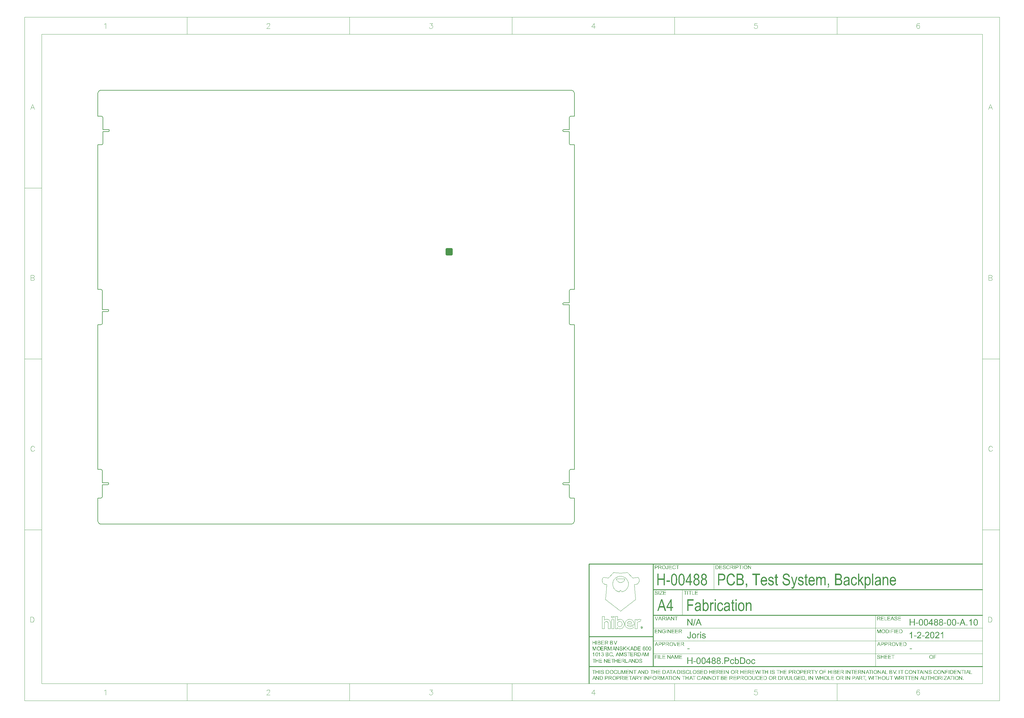
<source format=gbp>
G04*
G04 #@! TF.GenerationSoftware,Altium Limited,Altium Designer,21.0.9 (235)*
G04*
G04 Layer_Color=128*
%FSLAX44Y44*%
%MOMM*%
G71*
G04*
G04 #@! TF.SameCoordinates,A4F98B16-F3DB-4773-8883-61DEE8D61BF0*
G04*
G04*
G04 #@! TF.FilePolarity,Positive*
G04*
G01*
G75*
%ADD12C,0.2000*%
%ADD16C,0.2539*%
%ADD17C,0.0423*%
%ADD18C,0.1000*%
%ADD19C,0.0991*%
%ADD20C,0.0127*%
%ADD109C,0.7500*%
G36*
X100167Y-1117726D02*
D01*
D01*
D01*
D01*
D02*
G37*
G36*
X422643Y-946430D02*
X420018D01*
X409937Y-931351D01*
Y-946430D01*
X407501D01*
Y-927206D01*
X410104D01*
X420206Y-942306D01*
Y-927206D01*
X422643D01*
Y-946430D01*
D02*
G37*
G36*
X450260D02*
X447365D01*
X445137Y-940619D01*
X437056D01*
X434973Y-946430D01*
X432286D01*
X439638Y-927206D01*
X442388D01*
X450260Y-946430D01*
D02*
G37*
G36*
X426746Y-946763D02*
X424850D01*
X430432Y-926893D01*
X432327D01*
X426746Y-946763D01*
D02*
G37*
G36*
X1075170Y-1016861D02*
X1067901D01*
Y-1014486D01*
X1075170D01*
Y-1016861D01*
D02*
G37*
G36*
X448240Y-967993D02*
X445887D01*
Y-965306D01*
X448240D01*
Y-967993D01*
D02*
G37*
G36*
X442242Y-970304D02*
X442346D01*
X442471Y-970325D01*
X442783Y-970388D01*
X443158Y-970471D01*
X443554Y-970617D01*
X444012Y-970804D01*
X444470Y-971054D01*
X443637Y-973241D01*
X443596Y-973220D01*
X443491Y-973158D01*
X443325Y-973075D01*
X443096Y-972971D01*
X442846Y-972887D01*
X442554Y-972804D01*
X442242Y-972741D01*
X441908Y-972721D01*
X441783D01*
X441638Y-972741D01*
X441450Y-972783D01*
X441221Y-972846D01*
X440992Y-972929D01*
X440763Y-973033D01*
X440513Y-973200D01*
X440492Y-973220D01*
X440409Y-973283D01*
X440305Y-973387D01*
X440180Y-973533D01*
X440034Y-973720D01*
X439888Y-973929D01*
X439763Y-974199D01*
X439638Y-974491D01*
Y-974512D01*
X439617Y-974553D01*
X439596Y-974616D01*
X439576Y-974699D01*
X439555Y-974824D01*
X439513Y-974970D01*
X439451Y-975303D01*
X439388Y-975720D01*
X439326Y-976178D01*
X439284Y-976699D01*
X439263Y-977240D01*
Y-984530D01*
X436910D01*
Y-970596D01*
X439034D01*
Y-972700D01*
X439076Y-972658D01*
X439118Y-972575D01*
X439180Y-972492D01*
X439326Y-972221D01*
X439534Y-971929D01*
X439763Y-971596D01*
X440013Y-971263D01*
X440263Y-970992D01*
X440409Y-970867D01*
X440534Y-970763D01*
X440575Y-970742D01*
X440659Y-970679D01*
X440804Y-970617D01*
X440971Y-970513D01*
X441200Y-970430D01*
X441450Y-970367D01*
X441742Y-970304D01*
X442033Y-970284D01*
X442158D01*
X442242Y-970304D01*
D02*
G37*
G36*
X456821D02*
X456988D01*
X457384Y-970346D01*
X457821Y-970409D01*
X458321Y-970492D01*
X458800Y-970596D01*
X459279Y-970763D01*
X459300D01*
X459341Y-970784D01*
X459404Y-970804D01*
X459487Y-970846D01*
X459696Y-970950D01*
X459987Y-971096D01*
X460279Y-971283D01*
X460570Y-971513D01*
X460862Y-971762D01*
X461112Y-972054D01*
X461133Y-972096D01*
X461216Y-972200D01*
X461320Y-972387D01*
X461445Y-972616D01*
X461591Y-972929D01*
X461716Y-973304D01*
X461841Y-973720D01*
X461945Y-974199D01*
X459633Y-974512D01*
Y-974491D01*
Y-974470D01*
X459591Y-974345D01*
X459550Y-974137D01*
X459466Y-973908D01*
X459341Y-973637D01*
X459175Y-973366D01*
X458966Y-973095D01*
X458717Y-972846D01*
X458675Y-972825D01*
X458571Y-972741D01*
X458404Y-972637D01*
X458175Y-972533D01*
X457863Y-972408D01*
X457488Y-972325D01*
X457071Y-972242D01*
X456571Y-972221D01*
X456301D01*
X456176Y-972242D01*
X456030D01*
X455676Y-972283D01*
X455301Y-972346D01*
X454905Y-972450D01*
X454551Y-972575D01*
X454405Y-972658D01*
X454259Y-972762D01*
X454239Y-972783D01*
X454155Y-972866D01*
X454051Y-972971D01*
X453926Y-973116D01*
X453780Y-973304D01*
X453676Y-973533D01*
X453593Y-973762D01*
X453572Y-974033D01*
Y-974054D01*
Y-974116D01*
X453593Y-974199D01*
X453614Y-974304D01*
X453697Y-974574D01*
X453759Y-974720D01*
X453843Y-974866D01*
X453864Y-974887D01*
X453905Y-974928D01*
X453968Y-974991D01*
X454072Y-975074D01*
X454197Y-975178D01*
X454364Y-975282D01*
X454551Y-975387D01*
X454759Y-975491D01*
X454780D01*
X454843Y-975511D01*
X454968Y-975553D01*
X455155Y-975616D01*
X455280Y-975657D01*
X455426Y-975699D01*
X455592Y-975741D01*
X455780Y-975803D01*
X456009Y-975866D01*
X456259Y-975928D01*
X456530Y-976011D01*
X456842Y-976095D01*
X456863D01*
X456946Y-976115D01*
X457071Y-976157D01*
X457259Y-976199D01*
X457446Y-976261D01*
X457675Y-976324D01*
X457946Y-976407D01*
X458217Y-976490D01*
X458800Y-976657D01*
X459362Y-976844D01*
X459633Y-976928D01*
X459883Y-977032D01*
X460112Y-977115D01*
X460320Y-977199D01*
X460341D01*
X460362Y-977219D01*
X460487Y-977282D01*
X460674Y-977365D01*
X460883Y-977511D01*
X461133Y-977678D01*
X461403Y-977886D01*
X461653Y-978136D01*
X461883Y-978427D01*
X461903Y-978469D01*
X461966Y-978573D01*
X462070Y-978740D01*
X462174Y-978990D01*
X462278Y-979281D01*
X462382Y-979615D01*
X462445Y-980010D01*
X462466Y-980448D01*
Y-980469D01*
Y-980510D01*
Y-980573D01*
Y-980656D01*
X462424Y-980885D01*
X462382Y-981177D01*
X462299Y-981510D01*
X462174Y-981885D01*
X461987Y-982281D01*
X461758Y-982676D01*
Y-982697D01*
X461716Y-982718D01*
X461632Y-982843D01*
X461466Y-983030D01*
X461258Y-983260D01*
X460966Y-983530D01*
X460633Y-983801D01*
X460237Y-984051D01*
X459779Y-984280D01*
X459758D01*
X459716Y-984301D01*
X459654Y-984322D01*
X459550Y-984363D01*
X459425Y-984405D01*
X459279Y-984468D01*
X459112Y-984509D01*
X458925Y-984551D01*
X458488Y-984655D01*
X457988Y-984759D01*
X457446Y-984822D01*
X456842Y-984843D01*
X456571D01*
X456384Y-984822D01*
X456176Y-984801D01*
X455905Y-984780D01*
X455613Y-984759D01*
X455301Y-984697D01*
X454634Y-984572D01*
X453926Y-984384D01*
X453593Y-984259D01*
X453260Y-984093D01*
X452968Y-983926D01*
X452677Y-983739D01*
X452656Y-983718D01*
X452614Y-983676D01*
X452551Y-983614D01*
X452447Y-983530D01*
X452343Y-983405D01*
X452218Y-983260D01*
X452072Y-983093D01*
X451927Y-982906D01*
X451760Y-982676D01*
X451614Y-982426D01*
X451469Y-982156D01*
X451323Y-981843D01*
X451198Y-981531D01*
X451073Y-981177D01*
X450969Y-980781D01*
X450885Y-980385D01*
X453218Y-980010D01*
Y-980031D01*
X453239Y-980073D01*
Y-980135D01*
X453260Y-980239D01*
X453280Y-980364D01*
X453322Y-980489D01*
X453426Y-980802D01*
X453572Y-981156D01*
X453759Y-981531D01*
X453989Y-981864D01*
X454301Y-982177D01*
X454322D01*
X454343Y-982197D01*
X454468Y-982281D01*
X454676Y-982406D01*
X454968Y-982531D01*
X455322Y-982676D01*
X455759Y-982781D01*
X456259Y-982864D01*
X456821Y-982906D01*
X456988D01*
X457092Y-982885D01*
X457238D01*
X457384Y-982864D01*
X457738Y-982822D01*
X458133Y-982739D01*
X458550Y-982635D01*
X458925Y-982468D01*
X459258Y-982260D01*
X459300Y-982239D01*
X459383Y-982135D01*
X459508Y-982010D01*
X459654Y-981822D01*
X459800Y-981593D01*
X459925Y-981322D01*
X460008Y-981031D01*
X460050Y-980698D01*
Y-980656D01*
Y-980573D01*
X460008Y-980406D01*
X459966Y-980239D01*
X459883Y-980031D01*
X459758Y-979823D01*
X459571Y-979615D01*
X459341Y-979427D01*
X459321Y-979406D01*
X459237Y-979365D01*
X459091Y-979302D01*
X458987Y-979261D01*
X458862Y-979219D01*
X458696Y-979156D01*
X458529Y-979094D01*
X458342Y-979031D01*
X458113Y-978969D01*
X457863Y-978886D01*
X457571Y-978802D01*
X457259Y-978719D01*
X456925Y-978636D01*
X456905D01*
X456821Y-978615D01*
X456675Y-978573D01*
X456509Y-978532D01*
X456301Y-978469D01*
X456051Y-978407D01*
X455780Y-978323D01*
X455488Y-978240D01*
X454905Y-978053D01*
X454301Y-977865D01*
X454010Y-977782D01*
X453759Y-977678D01*
X453510Y-977573D01*
X453301Y-977490D01*
X453280D01*
X453260Y-977469D01*
X453135Y-977407D01*
X452968Y-977303D01*
X452739Y-977136D01*
X452489Y-976949D01*
X452239Y-976740D01*
X451989Y-976470D01*
X451781Y-976178D01*
X451760Y-976136D01*
X451698Y-976032D01*
X451614Y-975845D01*
X451531Y-975616D01*
X451448Y-975345D01*
X451364Y-975033D01*
X451302Y-974678D01*
X451281Y-974304D01*
Y-974283D01*
Y-974262D01*
Y-974137D01*
X451302Y-973970D01*
X451343Y-973741D01*
X451385Y-973470D01*
X451448Y-973179D01*
X451552Y-972866D01*
X451698Y-972575D01*
X451718Y-972533D01*
X451781Y-972450D01*
X451864Y-972304D01*
X452010Y-972116D01*
X452156Y-971908D01*
X452364Y-971679D01*
X452593Y-971471D01*
X452864Y-971263D01*
X452885Y-971242D01*
X452968Y-971200D01*
X453093Y-971117D01*
X453260Y-971033D01*
X453468Y-970929D01*
X453718Y-970804D01*
X454030Y-970679D01*
X454364Y-970575D01*
X454384D01*
X454405Y-970554D01*
X454530Y-970534D01*
X454718Y-970492D01*
X454988Y-970430D01*
X455280Y-970367D01*
X455634Y-970325D01*
X456009Y-970304D01*
X456405Y-970284D01*
X456675D01*
X456821Y-970304D01*
D02*
G37*
G36*
X418144Y-978407D02*
Y-978427D01*
Y-978511D01*
Y-978636D01*
Y-978802D01*
X418123Y-979011D01*
Y-979240D01*
X418102Y-979510D01*
X418060Y-979781D01*
X417998Y-980385D01*
X417894Y-981010D01*
X417748Y-981614D01*
X417644Y-981885D01*
X417540Y-982156D01*
Y-982177D01*
X417519Y-982218D01*
X417477Y-982281D01*
X417435Y-982364D01*
X417290Y-982614D01*
X417081Y-982906D01*
X416832Y-983218D01*
X416519Y-983551D01*
X416123Y-983864D01*
X415686Y-984155D01*
X415665D01*
X415624Y-984176D01*
X415561Y-984218D01*
X415457Y-984259D01*
X415353Y-984322D01*
X415207Y-984363D01*
X415040Y-984426D01*
X414853Y-984488D01*
X414416Y-984634D01*
X413916Y-984738D01*
X413353Y-984822D01*
X412728Y-984843D01*
X412478D01*
X412312Y-984822D01*
X412104Y-984801D01*
X411854Y-984759D01*
X411583Y-984717D01*
X411291Y-984655D01*
X410979Y-984593D01*
X410666Y-984488D01*
X410333Y-984384D01*
X410021Y-984238D01*
X409688Y-984072D01*
X409396Y-983884D01*
X409104Y-983655D01*
X408834Y-983405D01*
X408813Y-983384D01*
X408771Y-983343D01*
X408709Y-983260D01*
X408625Y-983135D01*
X408521Y-982989D01*
X408417Y-982801D01*
X408292Y-982572D01*
X408167Y-982322D01*
X408063Y-982031D01*
X407938Y-981718D01*
X407834Y-981364D01*
X407730Y-980968D01*
X407667Y-980552D01*
X407605Y-980094D01*
X407563Y-979615D01*
Y-979094D01*
X409854Y-978761D01*
Y-978782D01*
Y-978865D01*
X409875Y-978969D01*
Y-979115D01*
X409896Y-979302D01*
X409917Y-979510D01*
X409979Y-979969D01*
X410083Y-980469D01*
X410229Y-980968D01*
X410312Y-981198D01*
X410416Y-981427D01*
X410541Y-981614D01*
X410666Y-981781D01*
X410708Y-981822D01*
X410812Y-981906D01*
X410979Y-982031D01*
X411208Y-982177D01*
X411499Y-982322D01*
X411854Y-982447D01*
X412249Y-982531D01*
X412708Y-982572D01*
X412874D01*
X413041Y-982551D01*
X413270Y-982510D01*
X413541Y-982468D01*
X413811Y-982385D01*
X414082Y-982281D01*
X414353Y-982135D01*
X414395Y-982114D01*
X414478Y-982051D01*
X414582Y-981947D01*
X414749Y-981822D01*
X414894Y-981656D01*
X415061Y-981448D01*
X415207Y-981218D01*
X415332Y-980948D01*
X415353Y-980906D01*
X415373Y-980802D01*
X415415Y-980614D01*
X415478Y-980364D01*
X415519Y-980031D01*
X415561Y-979615D01*
X415582Y-979136D01*
X415603Y-978844D01*
Y-978552D01*
Y-965306D01*
X418144D01*
Y-978407D01*
D02*
G37*
G36*
X448240Y-984530D02*
X445887D01*
Y-970596D01*
X448240D01*
Y-984530D01*
D02*
G37*
G36*
X427912Y-970304D02*
X428120D01*
X428370Y-970346D01*
X428641Y-970388D01*
X428953Y-970450D01*
X429308Y-970513D01*
X429661Y-970617D01*
X430057Y-970742D01*
X430432Y-970909D01*
X430828Y-971075D01*
X431224Y-971304D01*
X431599Y-971554D01*
X431973Y-971846D01*
X432327Y-972179D01*
X432348Y-972200D01*
X432411Y-972262D01*
X432494Y-972366D01*
X432619Y-972533D01*
X432744Y-972721D01*
X432911Y-972950D01*
X433077Y-973220D01*
X433244Y-973533D01*
X433411Y-973887D01*
X433577Y-974283D01*
X433744Y-974699D01*
X433869Y-975157D01*
X433994Y-975657D01*
X434077Y-976199D01*
X434140Y-976782D01*
X434160Y-977386D01*
Y-977407D01*
Y-977511D01*
Y-977636D01*
X434140Y-977823D01*
Y-978053D01*
X434119Y-978323D01*
X434098Y-978615D01*
X434056Y-978927D01*
X433973Y-979594D01*
X433827Y-980302D01*
X433619Y-980989D01*
X433494Y-981302D01*
X433348Y-981614D01*
Y-981635D01*
X433306Y-981677D01*
X433265Y-981760D01*
X433202Y-981864D01*
X433119Y-981989D01*
X433015Y-982156D01*
X432744Y-982489D01*
X432411Y-982885D01*
X432015Y-983280D01*
X431536Y-983655D01*
X430994Y-984009D01*
X430974D01*
X430932Y-984051D01*
X430849Y-984093D01*
X430724Y-984134D01*
X430578Y-984197D01*
X430411Y-984280D01*
X430224Y-984343D01*
X429995Y-984426D01*
X429766Y-984509D01*
X429495Y-984572D01*
X428933Y-984717D01*
X428308Y-984801D01*
X427641Y-984843D01*
X427516D01*
X427370Y-984822D01*
X427162D01*
X426912Y-984780D01*
X426621Y-984738D01*
X426308Y-984676D01*
X425954Y-984613D01*
X425579Y-984509D01*
X425204Y-984384D01*
X424809Y-984238D01*
X424413Y-984051D01*
X424017Y-983843D01*
X423642Y-983593D01*
X423267Y-983301D01*
X422913Y-982968D01*
X422892Y-982947D01*
X422830Y-982885D01*
X422747Y-982781D01*
X422643Y-982614D01*
X422497Y-982426D01*
X422351Y-982197D01*
X422184Y-981906D01*
X422018Y-981593D01*
X421851Y-981218D01*
X421684Y-980823D01*
X421539Y-980385D01*
X421393Y-979906D01*
X421289Y-979386D01*
X421205Y-978823D01*
X421143Y-978219D01*
X421122Y-977573D01*
Y-977553D01*
Y-977532D01*
Y-977407D01*
X421143Y-977199D01*
X421164Y-976949D01*
X421185Y-976615D01*
X421226Y-976240D01*
X421310Y-975845D01*
X421393Y-975407D01*
X421497Y-974949D01*
X421643Y-974470D01*
X421830Y-973991D01*
X422018Y-973512D01*
X422268Y-973054D01*
X422559Y-972616D01*
X422892Y-972221D01*
X423267Y-971846D01*
X423288Y-971825D01*
X423351Y-971783D01*
X423455Y-971700D01*
X423580Y-971596D01*
X423767Y-971492D01*
X423975Y-971346D01*
X424205Y-971200D01*
X424496Y-971054D01*
X424788Y-970909D01*
X425121Y-970784D01*
X425475Y-970638D01*
X425871Y-970534D01*
X426287Y-970430D01*
X426704Y-970346D01*
X427162Y-970304D01*
X427641Y-970284D01*
X427766D01*
X427912Y-970304D01*
D02*
G37*
G36*
X414770Y-1016861D02*
X407501D01*
Y-1014486D01*
X414770D01*
Y-1016861D01*
D02*
G37*
G36*
X422559Y-1060730D02*
X420018D01*
Y-1051670D01*
X410042D01*
Y-1060730D01*
X407501D01*
Y-1041506D01*
X410042D01*
Y-1049400D01*
X420018D01*
Y-1041506D01*
X422559D01*
Y-1060730D01*
D02*
G37*
G36*
X604159Y-1046505D02*
X604346Y-1046525D01*
X604575Y-1046546D01*
X604825Y-1046588D01*
X605096Y-1046629D01*
X605679Y-1046775D01*
X606304Y-1046983D01*
X606616Y-1047109D01*
X606929Y-1047254D01*
X607220Y-1047442D01*
X607491Y-1047650D01*
X607512Y-1047671D01*
X607553Y-1047712D01*
X607637Y-1047775D01*
X607720Y-1047858D01*
X607845Y-1047983D01*
X607970Y-1048129D01*
X608116Y-1048296D01*
X608262Y-1048483D01*
X608428Y-1048712D01*
X608574Y-1048941D01*
X608741Y-1049212D01*
X608886Y-1049504D01*
X609011Y-1049816D01*
X609136Y-1050149D01*
X609261Y-1050524D01*
X609345Y-1050899D01*
X607054Y-1051253D01*
Y-1051232D01*
X607033Y-1051191D01*
X607012Y-1051128D01*
X606991Y-1051024D01*
X606908Y-1050774D01*
X606783Y-1050462D01*
X606616Y-1050129D01*
X606429Y-1049774D01*
X606179Y-1049441D01*
X605887Y-1049150D01*
X605846Y-1049108D01*
X605742Y-1049025D01*
X605554Y-1048921D01*
X605325Y-1048775D01*
X605033Y-1048650D01*
X604700Y-1048525D01*
X604304Y-1048441D01*
X603888Y-1048421D01*
X603721D01*
X603596Y-1048441D01*
X603430Y-1048462D01*
X603263Y-1048483D01*
X602846Y-1048587D01*
X602388Y-1048733D01*
X602159Y-1048837D01*
X601909Y-1048962D01*
X601680Y-1049108D01*
X601430Y-1049295D01*
X601201Y-1049483D01*
X600993Y-1049712D01*
X600972Y-1049733D01*
X600951Y-1049774D01*
X600888Y-1049837D01*
X600826Y-1049962D01*
X600743Y-1050087D01*
X600639Y-1050254D01*
X600535Y-1050462D01*
X600451Y-1050691D01*
X600347Y-1050962D01*
X600243Y-1051253D01*
X600139Y-1051587D01*
X600055Y-1051961D01*
X599993Y-1052357D01*
X599930Y-1052774D01*
X599910Y-1053253D01*
X599889Y-1053753D01*
Y-1053773D01*
Y-1053878D01*
Y-1054023D01*
X599910Y-1054211D01*
X599930Y-1054440D01*
X599951Y-1054711D01*
X599972Y-1055002D01*
X600014Y-1055315D01*
X600139Y-1055981D01*
X600347Y-1056668D01*
X600451Y-1056981D01*
X600597Y-1057293D01*
X600764Y-1057585D01*
X600951Y-1057835D01*
X600972Y-1057856D01*
X600993Y-1057897D01*
X601055Y-1057960D01*
X601138Y-1058022D01*
X601263Y-1058127D01*
X601388Y-1058231D01*
X601534Y-1058356D01*
X601701Y-1058460D01*
X602117Y-1058710D01*
X602596Y-1058897D01*
X602867Y-1058980D01*
X603138Y-1059043D01*
X603450Y-1059085D01*
X603763Y-1059105D01*
X603888D01*
X603992Y-1059085D01*
X604117D01*
X604242Y-1059064D01*
X604575Y-1059001D01*
X604929Y-1058897D01*
X605325Y-1058751D01*
X605700Y-1058543D01*
X606075Y-1058272D01*
X606096Y-1058251D01*
X606116Y-1058231D01*
X606221Y-1058106D01*
X606387Y-1057897D01*
X606470Y-1057772D01*
X606575Y-1057627D01*
X606679Y-1057439D01*
X606783Y-1057252D01*
X606866Y-1057044D01*
X606970Y-1056794D01*
X607054Y-1056544D01*
X607137Y-1056252D01*
X607199Y-1055960D01*
X607262Y-1055627D01*
X609574Y-1055940D01*
Y-1055960D01*
X609553Y-1056044D01*
X609532Y-1056169D01*
X609491Y-1056335D01*
X609428Y-1056544D01*
X609366Y-1056773D01*
X609282Y-1057023D01*
X609178Y-1057314D01*
X608928Y-1057897D01*
X608761Y-1058210D01*
X608574Y-1058522D01*
X608387Y-1058835D01*
X608158Y-1059147D01*
X607887Y-1059418D01*
X607616Y-1059689D01*
X607595Y-1059709D01*
X607553Y-1059751D01*
X607449Y-1059814D01*
X607345Y-1059897D01*
X607179Y-1060001D01*
X607012Y-1060126D01*
X606783Y-1060230D01*
X606554Y-1060355D01*
X606283Y-1060501D01*
X605991Y-1060605D01*
X605679Y-1060730D01*
X605346Y-1060834D01*
X604971Y-1060918D01*
X604596Y-1060980D01*
X604200Y-1061022D01*
X603784Y-1061042D01*
X603659D01*
X603513Y-1061022D01*
X603305D01*
X603075Y-1060980D01*
X602784Y-1060938D01*
X602472Y-1060897D01*
X602138Y-1060813D01*
X601784Y-1060709D01*
X601409Y-1060584D01*
X601034Y-1060438D01*
X600639Y-1060251D01*
X600264Y-1060043D01*
X599889Y-1059793D01*
X599535Y-1059522D01*
X599202Y-1059189D01*
X599181Y-1059168D01*
X599118Y-1059105D01*
X599035Y-1059001D01*
X598931Y-1058835D01*
X598806Y-1058647D01*
X598660Y-1058418D01*
X598493Y-1058127D01*
X598348Y-1057814D01*
X598181Y-1057460D01*
X598014Y-1057064D01*
X597868Y-1056627D01*
X597743Y-1056148D01*
X597639Y-1055627D01*
X597556Y-1055065D01*
X597494Y-1054461D01*
X597473Y-1053836D01*
Y-1053815D01*
Y-1053732D01*
Y-1053607D01*
X597494Y-1053461D01*
Y-1053253D01*
X597514Y-1053024D01*
X597535Y-1052774D01*
X597556Y-1052482D01*
X597660Y-1051878D01*
X597785Y-1051212D01*
X597952Y-1050524D01*
X598202Y-1049879D01*
Y-1049858D01*
X598243Y-1049795D01*
X598285Y-1049712D01*
X598348Y-1049608D01*
X598431Y-1049462D01*
X598514Y-1049295D01*
X598764Y-1048921D01*
X599076Y-1048525D01*
X599472Y-1048087D01*
X599930Y-1047692D01*
X600472Y-1047338D01*
X600493D01*
X600535Y-1047296D01*
X600618Y-1047254D01*
X600743Y-1047213D01*
X600888Y-1047129D01*
X601055Y-1047067D01*
X601243Y-1046983D01*
X601451Y-1046900D01*
X601701Y-1046838D01*
X601951Y-1046754D01*
X602513Y-1046609D01*
X603138Y-1046525D01*
X603784Y-1046484D01*
X604013D01*
X604159Y-1046505D01*
D02*
G37*
G36*
X541466D02*
X541654Y-1046525D01*
X541883Y-1046546D01*
X542133Y-1046588D01*
X542403Y-1046629D01*
X542987Y-1046775D01*
X543611Y-1046983D01*
X543924Y-1047109D01*
X544236Y-1047254D01*
X544528Y-1047442D01*
X544799Y-1047650D01*
X544820Y-1047671D01*
X544861Y-1047712D01*
X544944Y-1047775D01*
X545028Y-1047858D01*
X545153Y-1047983D01*
X545278Y-1048129D01*
X545424Y-1048296D01*
X545569Y-1048483D01*
X545736Y-1048712D01*
X545882Y-1048941D01*
X546048Y-1049212D01*
X546194Y-1049504D01*
X546319Y-1049816D01*
X546444Y-1050149D01*
X546569Y-1050524D01*
X546652Y-1050899D01*
X544361Y-1051253D01*
Y-1051232D01*
X544341Y-1051191D01*
X544320Y-1051128D01*
X544299Y-1051024D01*
X544216Y-1050774D01*
X544091Y-1050462D01*
X543924Y-1050129D01*
X543736Y-1049774D01*
X543487Y-1049441D01*
X543195Y-1049150D01*
X543153Y-1049108D01*
X543049Y-1049025D01*
X542862Y-1048921D01*
X542633Y-1048775D01*
X542341Y-1048650D01*
X542008Y-1048525D01*
X541612Y-1048441D01*
X541195Y-1048421D01*
X541029D01*
X540904Y-1048441D01*
X540737Y-1048462D01*
X540571Y-1048483D01*
X540154Y-1048587D01*
X539696Y-1048733D01*
X539467Y-1048837D01*
X539217Y-1048962D01*
X538988Y-1049108D01*
X538738Y-1049295D01*
X538509Y-1049483D01*
X538300Y-1049712D01*
X538280Y-1049733D01*
X538259Y-1049774D01*
X538196Y-1049837D01*
X538134Y-1049962D01*
X538050Y-1050087D01*
X537946Y-1050254D01*
X537842Y-1050462D01*
X537759Y-1050691D01*
X537655Y-1050962D01*
X537551Y-1051253D01*
X537446Y-1051587D01*
X537363Y-1051961D01*
X537301Y-1052357D01*
X537238Y-1052774D01*
X537217Y-1053253D01*
X537197Y-1053753D01*
Y-1053773D01*
Y-1053878D01*
Y-1054023D01*
X537217Y-1054211D01*
X537238Y-1054440D01*
X537259Y-1054711D01*
X537280Y-1055002D01*
X537322Y-1055315D01*
X537446Y-1055981D01*
X537655Y-1056668D01*
X537759Y-1056981D01*
X537905Y-1057293D01*
X538071Y-1057585D01*
X538259Y-1057835D01*
X538280Y-1057856D01*
X538300Y-1057897D01*
X538363Y-1057960D01*
X538446Y-1058022D01*
X538571Y-1058127D01*
X538696Y-1058231D01*
X538842Y-1058356D01*
X539008Y-1058460D01*
X539425Y-1058710D01*
X539904Y-1058897D01*
X540175Y-1058980D01*
X540446Y-1059043D01*
X540758Y-1059085D01*
X541071Y-1059105D01*
X541195D01*
X541300Y-1059085D01*
X541425D01*
X541550Y-1059064D01*
X541883Y-1059001D01*
X542237Y-1058897D01*
X542633Y-1058751D01*
X543008Y-1058543D01*
X543382Y-1058272D01*
X543403Y-1058251D01*
X543424Y-1058231D01*
X543528Y-1058106D01*
X543695Y-1057897D01*
X543778Y-1057772D01*
X543882Y-1057627D01*
X543986Y-1057439D01*
X544091Y-1057252D01*
X544174Y-1057044D01*
X544278Y-1056794D01*
X544361Y-1056544D01*
X544445Y-1056252D01*
X544507Y-1055960D01*
X544570Y-1055627D01*
X546881Y-1055940D01*
Y-1055960D01*
X546861Y-1056044D01*
X546840Y-1056169D01*
X546798Y-1056335D01*
X546736Y-1056544D01*
X546673Y-1056773D01*
X546590Y-1057023D01*
X546486Y-1057314D01*
X546236Y-1057897D01*
X546069Y-1058210D01*
X545882Y-1058522D01*
X545694Y-1058835D01*
X545465Y-1059147D01*
X545195Y-1059418D01*
X544924Y-1059689D01*
X544903Y-1059709D01*
X544861Y-1059751D01*
X544757Y-1059814D01*
X544653Y-1059897D01*
X544486Y-1060001D01*
X544320Y-1060126D01*
X544091Y-1060230D01*
X543862Y-1060355D01*
X543591Y-1060501D01*
X543299Y-1060605D01*
X542987Y-1060730D01*
X542653Y-1060834D01*
X542279Y-1060918D01*
X541904Y-1060980D01*
X541508Y-1061022D01*
X541091Y-1061042D01*
X540966D01*
X540821Y-1061022D01*
X540612D01*
X540383Y-1060980D01*
X540092Y-1060938D01*
X539779Y-1060897D01*
X539446Y-1060813D01*
X539092Y-1060709D01*
X538717Y-1060584D01*
X538342Y-1060438D01*
X537946Y-1060251D01*
X537571Y-1060043D01*
X537197Y-1059793D01*
X536842Y-1059522D01*
X536509Y-1059189D01*
X536488Y-1059168D01*
X536426Y-1059105D01*
X536343Y-1059001D01*
X536238Y-1058835D01*
X536114Y-1058647D01*
X535968Y-1058418D01*
X535801Y-1058127D01*
X535655Y-1057814D01*
X535489Y-1057460D01*
X535322Y-1057064D01*
X535176Y-1056627D01*
X535051Y-1056148D01*
X534947Y-1055627D01*
X534864Y-1055065D01*
X534801Y-1054461D01*
X534781Y-1053836D01*
Y-1053815D01*
Y-1053732D01*
Y-1053607D01*
X534801Y-1053461D01*
Y-1053253D01*
X534822Y-1053024D01*
X534843Y-1052774D01*
X534864Y-1052482D01*
X534968Y-1051878D01*
X535093Y-1051212D01*
X535260Y-1050524D01*
X535509Y-1049879D01*
Y-1049858D01*
X535551Y-1049795D01*
X535593Y-1049712D01*
X535655Y-1049608D01*
X535739Y-1049462D01*
X535822Y-1049295D01*
X536072Y-1048921D01*
X536384Y-1048525D01*
X536780Y-1048087D01*
X537238Y-1047692D01*
X537780Y-1047338D01*
X537800D01*
X537842Y-1047296D01*
X537925Y-1047254D01*
X538050Y-1047213D01*
X538196Y-1047129D01*
X538363Y-1047067D01*
X538550Y-1046983D01*
X538759Y-1046900D01*
X539008Y-1046838D01*
X539258Y-1046754D01*
X539821Y-1046609D01*
X540446Y-1046525D01*
X541091Y-1046484D01*
X541320D01*
X541466Y-1046505D01*
D02*
G37*
G36*
X432827Y-1054961D02*
X425558D01*
Y-1052586D01*
X432827D01*
Y-1054961D01*
D02*
G37*
G36*
X571500Y-1041527D02*
X571750D01*
X572000Y-1041547D01*
X572562Y-1041568D01*
X573125Y-1041631D01*
X573687Y-1041693D01*
X573937Y-1041756D01*
X574166Y-1041797D01*
X574187D01*
X574249Y-1041818D01*
X574333Y-1041839D01*
X574437Y-1041881D01*
X574583Y-1041922D01*
X574749Y-1041964D01*
X575145Y-1042110D01*
X575583Y-1042297D01*
X576041Y-1042526D01*
X576520Y-1042818D01*
X576978Y-1043172D01*
X576999Y-1043193D01*
X577040Y-1043234D01*
X577124Y-1043297D01*
X577228Y-1043401D01*
X577353Y-1043526D01*
X577499Y-1043693D01*
X577665Y-1043859D01*
X577832Y-1044068D01*
X578019Y-1044297D01*
X578207Y-1044547D01*
X578394Y-1044817D01*
X578582Y-1045109D01*
X578936Y-1045755D01*
X579248Y-1046463D01*
Y-1046484D01*
X579290Y-1046546D01*
X579311Y-1046671D01*
X579373Y-1046817D01*
X579436Y-1047004D01*
X579498Y-1047234D01*
X579561Y-1047483D01*
X579644Y-1047775D01*
X579706Y-1048108D01*
X579769Y-1048462D01*
X579831Y-1048837D01*
X579894Y-1049233D01*
X579956Y-1049650D01*
X579977Y-1050087D01*
X580019Y-1051024D01*
Y-1051045D01*
Y-1051128D01*
Y-1051232D01*
Y-1051399D01*
X579998Y-1051587D01*
Y-1051816D01*
X579977Y-1052066D01*
X579956Y-1052336D01*
X579894Y-1052940D01*
X579790Y-1053586D01*
X579665Y-1054252D01*
X579498Y-1054919D01*
Y-1054940D01*
X579477Y-1055002D01*
X579436Y-1055086D01*
X579415Y-1055190D01*
X579352Y-1055336D01*
X579290Y-1055502D01*
X579144Y-1055898D01*
X578957Y-1056335D01*
X578727Y-1056814D01*
X578478Y-1057273D01*
X578186Y-1057710D01*
Y-1057731D01*
X578144Y-1057752D01*
X578103Y-1057814D01*
X578040Y-1057897D01*
X577894Y-1058085D01*
X577665Y-1058335D01*
X577415Y-1058626D01*
X577124Y-1058918D01*
X576791Y-1059189D01*
X576437Y-1059460D01*
X576416D01*
X576395Y-1059480D01*
X576270Y-1059564D01*
X576062Y-1059668D01*
X575791Y-1059814D01*
X575457Y-1059959D01*
X575062Y-1060126D01*
X574604Y-1060272D01*
X574125Y-1060418D01*
X574104D01*
X574062Y-1060438D01*
X574000D01*
X573895Y-1060459D01*
X573770Y-1060480D01*
X573604Y-1060522D01*
X573437Y-1060543D01*
X573250Y-1060563D01*
X572792Y-1060626D01*
X572271Y-1060688D01*
X571688Y-1060709D01*
X571063Y-1060730D01*
X564127D01*
Y-1041506D01*
X571292D01*
X571500Y-1041527D01*
D02*
G37*
G36*
X526179D02*
X526657Y-1041547D01*
X527137Y-1041589D01*
X527595Y-1041631D01*
X527824Y-1041652D01*
X528011Y-1041693D01*
X528032D01*
X528074Y-1041714D01*
X528157D01*
X528241Y-1041735D01*
X528365Y-1041777D01*
X528511Y-1041797D01*
X528844Y-1041901D01*
X529219Y-1042027D01*
X529615Y-1042193D01*
X530011Y-1042381D01*
X530386Y-1042610D01*
X530407D01*
X530427Y-1042630D01*
X530552Y-1042735D01*
X530719Y-1042880D01*
X530948Y-1043089D01*
X531177Y-1043339D01*
X531448Y-1043672D01*
X531698Y-1044026D01*
X531927Y-1044463D01*
Y-1044484D01*
X531948Y-1044526D01*
X531990Y-1044588D01*
X532031Y-1044672D01*
X532073Y-1044776D01*
X532114Y-1044922D01*
X532239Y-1045234D01*
X532344Y-1045630D01*
X532448Y-1046067D01*
X532510Y-1046567D01*
X532531Y-1047088D01*
Y-1047109D01*
Y-1047192D01*
Y-1047317D01*
X532510Y-1047504D01*
X532489Y-1047712D01*
X532448Y-1047942D01*
X532406Y-1048212D01*
X532344Y-1048525D01*
X532260Y-1048837D01*
X532156Y-1049171D01*
X532031Y-1049504D01*
X531865Y-1049858D01*
X531698Y-1050212D01*
X531490Y-1050566D01*
X531240Y-1050899D01*
X530969Y-1051232D01*
X530948Y-1051253D01*
X530886Y-1051295D01*
X530802Y-1051378D01*
X530657Y-1051503D01*
X530490Y-1051628D01*
X530261Y-1051774D01*
X529990Y-1051920D01*
X529678Y-1052066D01*
X529303Y-1052232D01*
X528907Y-1052378D01*
X528428Y-1052524D01*
X527928Y-1052649D01*
X527345Y-1052753D01*
X526720Y-1052836D01*
X526054Y-1052899D01*
X525304Y-1052919D01*
X520388D01*
Y-1060730D01*
X517847D01*
Y-1041506D01*
X525762D01*
X526179Y-1041527D01*
D02*
G37*
G36*
X513453Y-1060730D02*
X510766D01*
Y-1058043D01*
X513453D01*
Y-1060730D01*
D02*
G37*
G36*
X474567Y-1053961D02*
X477170D01*
Y-1056127D01*
X474567D01*
Y-1060730D01*
X472213D01*
Y-1056127D01*
X463840D01*
Y-1053961D01*
X472630Y-1041506D01*
X474567D01*
Y-1053961D01*
D02*
G37*
G36*
X589142Y-1046505D02*
X589350D01*
X589600Y-1046546D01*
X589870Y-1046588D01*
X590183Y-1046650D01*
X590537Y-1046713D01*
X590891Y-1046817D01*
X591287Y-1046942D01*
X591662Y-1047109D01*
X592057Y-1047275D01*
X592453Y-1047504D01*
X592828Y-1047754D01*
X593203Y-1048046D01*
X593557Y-1048379D01*
X593578Y-1048400D01*
X593640Y-1048462D01*
X593724Y-1048567D01*
X593849Y-1048733D01*
X593974Y-1048921D01*
X594140Y-1049150D01*
X594307Y-1049420D01*
X594473Y-1049733D01*
X594640Y-1050087D01*
X594807Y-1050483D01*
X594973Y-1050899D01*
X595098Y-1051357D01*
X595223Y-1051857D01*
X595307Y-1052399D01*
X595369Y-1052982D01*
X595390Y-1053586D01*
Y-1053607D01*
Y-1053711D01*
Y-1053836D01*
X595369Y-1054023D01*
Y-1054252D01*
X595348Y-1054523D01*
X595327Y-1054815D01*
X595286Y-1055127D01*
X595202Y-1055794D01*
X595057Y-1056502D01*
X594848Y-1057189D01*
X594723Y-1057502D01*
X594578Y-1057814D01*
Y-1057835D01*
X594536Y-1057877D01*
X594494Y-1057960D01*
X594432Y-1058064D01*
X594348Y-1058189D01*
X594244Y-1058356D01*
X593974Y-1058689D01*
X593640Y-1059085D01*
X593245Y-1059480D01*
X592766Y-1059855D01*
X592224Y-1060209D01*
X592203D01*
X592162Y-1060251D01*
X592078Y-1060293D01*
X591953Y-1060334D01*
X591808Y-1060397D01*
X591641Y-1060480D01*
X591454Y-1060543D01*
X591224Y-1060626D01*
X590995Y-1060709D01*
X590724Y-1060772D01*
X590162Y-1060918D01*
X589537Y-1061001D01*
X588871Y-1061042D01*
X588746D01*
X588600Y-1061022D01*
X588392D01*
X588142Y-1060980D01*
X587850Y-1060938D01*
X587538Y-1060876D01*
X587184Y-1060813D01*
X586809Y-1060709D01*
X586434Y-1060584D01*
X586038Y-1060438D01*
X585642Y-1060251D01*
X585247Y-1060043D01*
X584872Y-1059793D01*
X584497Y-1059501D01*
X584143Y-1059168D01*
X584122Y-1059147D01*
X584059Y-1059085D01*
X583976Y-1058980D01*
X583872Y-1058814D01*
X583726Y-1058626D01*
X583581Y-1058397D01*
X583414Y-1058106D01*
X583247Y-1057793D01*
X583081Y-1057418D01*
X582914Y-1057023D01*
X582768Y-1056585D01*
X582622Y-1056106D01*
X582518Y-1055585D01*
X582435Y-1055023D01*
X582372Y-1054419D01*
X582352Y-1053773D01*
Y-1053753D01*
Y-1053732D01*
Y-1053607D01*
X582372Y-1053399D01*
X582393Y-1053149D01*
X582414Y-1052815D01*
X582456Y-1052440D01*
X582539Y-1052045D01*
X582622Y-1051607D01*
X582727Y-1051149D01*
X582872Y-1050670D01*
X583060Y-1050191D01*
X583247Y-1049712D01*
X583497Y-1049254D01*
X583789Y-1048816D01*
X584122Y-1048421D01*
X584497Y-1048046D01*
X584518Y-1048025D01*
X584580Y-1047983D01*
X584684Y-1047900D01*
X584809Y-1047796D01*
X584997Y-1047692D01*
X585205Y-1047546D01*
X585434Y-1047400D01*
X585726Y-1047254D01*
X586017Y-1047109D01*
X586351Y-1046983D01*
X586705Y-1046838D01*
X587100Y-1046734D01*
X587517Y-1046629D01*
X587934Y-1046546D01*
X588392Y-1046505D01*
X588871Y-1046484D01*
X588996D01*
X589142Y-1046505D01*
D02*
G37*
G36*
X551235Y-1048358D02*
X551255Y-1048337D01*
X551297Y-1048275D01*
X551380Y-1048192D01*
X551505Y-1048067D01*
X551651Y-1047921D01*
X551818Y-1047754D01*
X552026Y-1047588D01*
X552276Y-1047421D01*
X552526Y-1047254D01*
X552817Y-1047067D01*
X553130Y-1046921D01*
X553463Y-1046775D01*
X553838Y-1046650D01*
X554213Y-1046567D01*
X554630Y-1046505D01*
X555046Y-1046484D01*
X555275D01*
X555379Y-1046505D01*
X555525D01*
X555838Y-1046546D01*
X556213Y-1046609D01*
X556629Y-1046713D01*
X557046Y-1046838D01*
X557483Y-1047004D01*
X557504D01*
X557525Y-1047025D01*
X557587Y-1047067D01*
X557670Y-1047109D01*
X557879Y-1047213D01*
X558149Y-1047379D01*
X558441Y-1047588D01*
X558754Y-1047838D01*
X559066Y-1048129D01*
X559357Y-1048462D01*
X559399Y-1048504D01*
X559482Y-1048629D01*
X559607Y-1048837D01*
X559795Y-1049087D01*
X559982Y-1049420D01*
X560170Y-1049816D01*
X560357Y-1050254D01*
X560524Y-1050733D01*
Y-1050753D01*
X560545Y-1050795D01*
X560565Y-1050857D01*
X560586Y-1050962D01*
X560628Y-1051087D01*
X560670Y-1051232D01*
X560711Y-1051399D01*
X560753Y-1051587D01*
X560816Y-1052003D01*
X560899Y-1052482D01*
X560940Y-1053003D01*
X560961Y-1053565D01*
Y-1053607D01*
Y-1053732D01*
X560940Y-1053898D01*
Y-1054148D01*
X560899Y-1054461D01*
X560857Y-1054794D01*
X560816Y-1055190D01*
X560732Y-1055606D01*
X560649Y-1056044D01*
X560524Y-1056481D01*
X560378Y-1056960D01*
X560211Y-1057418D01*
X560003Y-1057877D01*
X559753Y-1058314D01*
X559482Y-1058710D01*
X559170Y-1059105D01*
X559149Y-1059126D01*
X559087Y-1059189D01*
X558983Y-1059293D01*
X558858Y-1059397D01*
X558691Y-1059564D01*
X558483Y-1059709D01*
X558233Y-1059897D01*
X557983Y-1060063D01*
X557670Y-1060251D01*
X557358Y-1060438D01*
X557004Y-1060584D01*
X556629Y-1060730D01*
X556233Y-1060855D01*
X555817Y-1060959D01*
X555379Y-1061022D01*
X554921Y-1061042D01*
X554817D01*
X554692Y-1061022D01*
X554525Y-1061001D01*
X554317Y-1060980D01*
X554067Y-1060938D01*
X553796Y-1060876D01*
X553526Y-1060792D01*
X553213Y-1060688D01*
X552901Y-1060543D01*
X552588Y-1060376D01*
X552255Y-1060189D01*
X551943Y-1059939D01*
X551630Y-1059668D01*
X551339Y-1059355D01*
X551068Y-1059001D01*
Y-1060730D01*
X548881D01*
Y-1041506D01*
X551235D01*
Y-1048358D01*
D02*
G37*
G36*
X501164Y-1041464D02*
X501372Y-1041485D01*
X501622Y-1041527D01*
X501893Y-1041568D01*
X502206Y-1041631D01*
X502518Y-1041714D01*
X502851Y-1041797D01*
X503184Y-1041922D01*
X503518Y-1042068D01*
X503872Y-1042235D01*
X504184Y-1042443D01*
X504517Y-1042651D01*
X504809Y-1042922D01*
X504830Y-1042943D01*
X504871Y-1042985D01*
X504955Y-1043068D01*
X505059Y-1043172D01*
X505163Y-1043318D01*
X505288Y-1043484D01*
X505434Y-1043693D01*
X505580Y-1043901D01*
X505725Y-1044151D01*
X505871Y-1044422D01*
X505996Y-1044713D01*
X506100Y-1045026D01*
X506204Y-1045359D01*
X506288Y-1045713D01*
X506329Y-1046088D01*
X506350Y-1046463D01*
Y-1046484D01*
Y-1046525D01*
Y-1046588D01*
Y-1046692D01*
X506329Y-1046796D01*
X506309Y-1046942D01*
X506267Y-1047254D01*
X506184Y-1047608D01*
X506059Y-1048004D01*
X505871Y-1048400D01*
X505642Y-1048796D01*
Y-1048816D01*
X505600Y-1048837D01*
X505517Y-1048962D01*
X505350Y-1049129D01*
X505121Y-1049358D01*
X504809Y-1049587D01*
X504455Y-1049858D01*
X504017Y-1050087D01*
X503518Y-1050316D01*
X503539D01*
X503601Y-1050337D01*
X503684Y-1050378D01*
X503809Y-1050420D01*
X503955Y-1050483D01*
X504122Y-1050566D01*
X504517Y-1050774D01*
X504955Y-1051024D01*
X505392Y-1051357D01*
X505830Y-1051732D01*
X506204Y-1052190D01*
X506225Y-1052211D01*
X506246Y-1052253D01*
X506288Y-1052316D01*
X506350Y-1052420D01*
X506413Y-1052545D01*
X506496Y-1052690D01*
X506579Y-1052857D01*
X506684Y-1053045D01*
X506850Y-1053482D01*
X506996Y-1054003D01*
X507100Y-1054586D01*
X507142Y-1054898D01*
Y-1055231D01*
Y-1055252D01*
Y-1055336D01*
X507121Y-1055461D01*
Y-1055648D01*
X507079Y-1055856D01*
X507058Y-1056106D01*
X506996Y-1056377D01*
X506933Y-1056668D01*
X506829Y-1057002D01*
X506725Y-1057335D01*
X506579Y-1057668D01*
X506413Y-1058022D01*
X506204Y-1058376D01*
X505975Y-1058710D01*
X505705Y-1059064D01*
X505392Y-1059376D01*
X505371Y-1059397D01*
X505309Y-1059439D01*
X505205Y-1059522D01*
X505080Y-1059626D01*
X504892Y-1059772D01*
X504684Y-1059897D01*
X504434Y-1060063D01*
X504163Y-1060209D01*
X503851Y-1060355D01*
X503497Y-1060522D01*
X503122Y-1060647D01*
X502726Y-1060772D01*
X502289Y-1060897D01*
X501831Y-1060980D01*
X501331Y-1061022D01*
X500810Y-1061042D01*
X500685D01*
X500539Y-1061022D01*
X500331D01*
X500102Y-1061001D01*
X499810Y-1060959D01*
X499498Y-1060897D01*
X499165Y-1060834D01*
X498811Y-1060751D01*
X498436Y-1060626D01*
X498061Y-1060501D01*
X497665Y-1060334D01*
X497290Y-1060147D01*
X496915Y-1059918D01*
X496540Y-1059668D01*
X496207Y-1059376D01*
X496186Y-1059355D01*
X496124Y-1059293D01*
X496040Y-1059210D01*
X495936Y-1059064D01*
X495811Y-1058897D01*
X495666Y-1058710D01*
X495499Y-1058481D01*
X495353Y-1058210D01*
X495186Y-1057918D01*
X495020Y-1057606D01*
X494874Y-1057252D01*
X494749Y-1056898D01*
X494645Y-1056502D01*
X494562Y-1056065D01*
X494499Y-1055627D01*
X494478Y-1055169D01*
Y-1055148D01*
Y-1055086D01*
Y-1054982D01*
X494499Y-1054856D01*
Y-1054690D01*
X494520Y-1054502D01*
X494562Y-1054294D01*
X494603Y-1054065D01*
X494707Y-1053586D01*
X494874Y-1053065D01*
X495103Y-1052545D01*
X495249Y-1052295D01*
X495415Y-1052045D01*
X495436Y-1052024D01*
X495457Y-1051982D01*
X495520Y-1051920D01*
X495603Y-1051836D01*
X495686Y-1051732D01*
X495811Y-1051628D01*
X495957Y-1051482D01*
X496124Y-1051357D01*
X496499Y-1051066D01*
X496957Y-1050774D01*
X497498Y-1050524D01*
X498123Y-1050316D01*
X498102D01*
X498061Y-1050295D01*
X497977Y-1050254D01*
X497894Y-1050212D01*
X497769Y-1050170D01*
X497623Y-1050087D01*
X497311Y-1049920D01*
X496957Y-1049712D01*
X496603Y-1049441D01*
X496249Y-1049150D01*
X495957Y-1048796D01*
Y-1048775D01*
X495936Y-1048754D01*
X495895Y-1048691D01*
X495853Y-1048608D01*
X495728Y-1048400D01*
X495603Y-1048129D01*
X495478Y-1047775D01*
X495353Y-1047358D01*
X495270Y-1046900D01*
X495249Y-1046400D01*
Y-1046379D01*
Y-1046317D01*
X495270Y-1046192D01*
Y-1046046D01*
X495291Y-1045880D01*
X495332Y-1045671D01*
X495374Y-1045442D01*
X495436Y-1045172D01*
X495520Y-1044901D01*
X495624Y-1044630D01*
X495728Y-1044338D01*
X495874Y-1044026D01*
X496061Y-1043734D01*
X496249Y-1043443D01*
X496478Y-1043151D01*
X496749Y-1042880D01*
X496769Y-1042860D01*
X496811Y-1042818D01*
X496894Y-1042755D01*
X497019Y-1042651D01*
X497165Y-1042547D01*
X497352Y-1042422D01*
X497561Y-1042297D01*
X497811Y-1042151D01*
X498082Y-1042027D01*
X498394Y-1041901D01*
X498706Y-1041777D01*
X499060Y-1041672D01*
X499456Y-1041568D01*
X499852Y-1041506D01*
X500289Y-1041464D01*
X500747Y-1041443D01*
X500997D01*
X501164Y-1041464D01*
D02*
G37*
G36*
X486230D02*
X486439Y-1041485D01*
X486689Y-1041527D01*
X486959Y-1041568D01*
X487272Y-1041631D01*
X487584Y-1041714D01*
X487918Y-1041797D01*
X488251Y-1041922D01*
X488584Y-1042068D01*
X488938Y-1042235D01*
X489250Y-1042443D01*
X489584Y-1042651D01*
X489875Y-1042922D01*
X489896Y-1042943D01*
X489938Y-1042985D01*
X490021Y-1043068D01*
X490125Y-1043172D01*
X490229Y-1043318D01*
X490354Y-1043484D01*
X490500Y-1043693D01*
X490646Y-1043901D01*
X490792Y-1044151D01*
X490938Y-1044422D01*
X491063Y-1044713D01*
X491167Y-1045026D01*
X491271Y-1045359D01*
X491354Y-1045713D01*
X491396Y-1046088D01*
X491417Y-1046463D01*
Y-1046484D01*
Y-1046525D01*
Y-1046588D01*
Y-1046692D01*
X491396Y-1046796D01*
X491375Y-1046942D01*
X491333Y-1047254D01*
X491250Y-1047608D01*
X491125Y-1048004D01*
X490938Y-1048400D01*
X490708Y-1048796D01*
Y-1048816D01*
X490667Y-1048837D01*
X490583Y-1048962D01*
X490417Y-1049129D01*
X490188Y-1049358D01*
X489875Y-1049587D01*
X489521Y-1049858D01*
X489084Y-1050087D01*
X488584Y-1050316D01*
X488605D01*
X488667Y-1050337D01*
X488751Y-1050378D01*
X488876Y-1050420D01*
X489021Y-1050483D01*
X489188Y-1050566D01*
X489584Y-1050774D01*
X490021Y-1051024D01*
X490458Y-1051357D01*
X490896Y-1051732D01*
X491271Y-1052190D01*
X491292Y-1052211D01*
X491312Y-1052253D01*
X491354Y-1052316D01*
X491417Y-1052420D01*
X491479Y-1052545D01*
X491562Y-1052690D01*
X491646Y-1052857D01*
X491750Y-1053045D01*
X491916Y-1053482D01*
X492062Y-1054003D01*
X492166Y-1054586D01*
X492208Y-1054898D01*
Y-1055231D01*
Y-1055252D01*
Y-1055336D01*
X492187Y-1055461D01*
Y-1055648D01*
X492146Y-1055856D01*
X492125Y-1056106D01*
X492062Y-1056377D01*
X492000Y-1056668D01*
X491896Y-1057002D01*
X491791Y-1057335D01*
X491646Y-1057668D01*
X491479Y-1058022D01*
X491271Y-1058376D01*
X491042Y-1058710D01*
X490771Y-1059064D01*
X490458Y-1059376D01*
X490438Y-1059397D01*
X490375Y-1059439D01*
X490271Y-1059522D01*
X490146Y-1059626D01*
X489959Y-1059772D01*
X489750Y-1059897D01*
X489500Y-1060063D01*
X489230Y-1060209D01*
X488917Y-1060355D01*
X488563Y-1060522D01*
X488188Y-1060647D01*
X487793Y-1060772D01*
X487355Y-1060897D01*
X486897Y-1060980D01*
X486397Y-1061022D01*
X485876Y-1061042D01*
X485751D01*
X485606Y-1061022D01*
X485397D01*
X485168Y-1061001D01*
X484877Y-1060959D01*
X484564Y-1060897D01*
X484231Y-1060834D01*
X483877Y-1060751D01*
X483502Y-1060626D01*
X483127Y-1060501D01*
X482731Y-1060334D01*
X482356Y-1060147D01*
X481982Y-1059918D01*
X481607Y-1059668D01*
X481273Y-1059376D01*
X481253Y-1059355D01*
X481190Y-1059293D01*
X481107Y-1059210D01*
X481003Y-1059064D01*
X480878Y-1058897D01*
X480732Y-1058710D01*
X480565Y-1058481D01*
X480419Y-1058210D01*
X480253Y-1057918D01*
X480086Y-1057606D01*
X479940Y-1057252D01*
X479815Y-1056898D01*
X479711Y-1056502D01*
X479628Y-1056065D01*
X479565Y-1055627D01*
X479545Y-1055169D01*
Y-1055148D01*
Y-1055086D01*
Y-1054982D01*
X479565Y-1054856D01*
Y-1054690D01*
X479586Y-1054502D01*
X479628Y-1054294D01*
X479670Y-1054065D01*
X479774Y-1053586D01*
X479940Y-1053065D01*
X480169Y-1052545D01*
X480315Y-1052295D01*
X480482Y-1052045D01*
X480503Y-1052024D01*
X480523Y-1051982D01*
X480586Y-1051920D01*
X480669Y-1051836D01*
X480753Y-1051732D01*
X480878Y-1051628D01*
X481023Y-1051482D01*
X481190Y-1051357D01*
X481565Y-1051066D01*
X482023Y-1050774D01*
X482565Y-1050524D01*
X483190Y-1050316D01*
X483169D01*
X483127Y-1050295D01*
X483044Y-1050254D01*
X482960Y-1050212D01*
X482835Y-1050170D01*
X482690Y-1050087D01*
X482377Y-1049920D01*
X482023Y-1049712D01*
X481669Y-1049441D01*
X481315Y-1049150D01*
X481023Y-1048796D01*
Y-1048775D01*
X481003Y-1048754D01*
X480961Y-1048691D01*
X480919Y-1048608D01*
X480794Y-1048400D01*
X480669Y-1048129D01*
X480544Y-1047775D01*
X480419Y-1047358D01*
X480336Y-1046900D01*
X480315Y-1046400D01*
Y-1046379D01*
Y-1046317D01*
X480336Y-1046192D01*
Y-1046046D01*
X480357Y-1045880D01*
X480399Y-1045671D01*
X480440Y-1045442D01*
X480503Y-1045172D01*
X480586Y-1044901D01*
X480690Y-1044630D01*
X480794Y-1044338D01*
X480940Y-1044026D01*
X481128Y-1043734D01*
X481315Y-1043443D01*
X481544Y-1043151D01*
X481815Y-1042880D01*
X481836Y-1042860D01*
X481877Y-1042818D01*
X481961Y-1042755D01*
X482086Y-1042651D01*
X482231Y-1042547D01*
X482419Y-1042422D01*
X482627Y-1042297D01*
X482877Y-1042151D01*
X483148Y-1042027D01*
X483460Y-1041901D01*
X483773Y-1041777D01*
X484127Y-1041672D01*
X484523Y-1041568D01*
X484918Y-1041506D01*
X485356Y-1041464D01*
X485814Y-1041443D01*
X486064D01*
X486230Y-1041464D01*
D02*
G37*
G36*
X456363Y-1041464D02*
X456509Y-1041485D01*
X456884Y-1041527D01*
X457300Y-1041589D01*
X457758Y-1041714D01*
X458217Y-1041860D01*
X458675Y-1042068D01*
X458696D01*
X458737Y-1042089D01*
X458800Y-1042131D01*
X458883Y-1042193D01*
X459091Y-1042318D01*
X459362Y-1042526D01*
X459675Y-1042776D01*
X459987Y-1043089D01*
X460320Y-1043464D01*
X460612Y-1043880D01*
Y-1043901D01*
X460654Y-1043943D01*
X460674Y-1044005D01*
X460737Y-1044089D01*
X460799Y-1044193D01*
X460883Y-1044338D01*
X460945Y-1044505D01*
X461049Y-1044672D01*
X461237Y-1045088D01*
X461424Y-1045567D01*
X461632Y-1046130D01*
X461799Y-1046734D01*
Y-1046754D01*
X461820Y-1046817D01*
X461841Y-1046900D01*
X461862Y-1047046D01*
X461903Y-1047213D01*
X461945Y-1047421D01*
X461987Y-1047650D01*
X462028Y-1047921D01*
X462049Y-1048233D01*
X462091Y-1048567D01*
X462132Y-1048941D01*
X462174Y-1049337D01*
X462195Y-1049774D01*
X462216Y-1050233D01*
X462237Y-1050733D01*
Y-1051253D01*
Y-1051295D01*
Y-1051399D01*
Y-1051587D01*
Y-1051816D01*
X462216Y-1052107D01*
X462195Y-1052420D01*
X462174Y-1052795D01*
X462153Y-1053190D01*
X462112Y-1053628D01*
X462070Y-1054065D01*
X461945Y-1054982D01*
X461758Y-1055877D01*
X461653Y-1056314D01*
X461528Y-1056710D01*
Y-1056731D01*
X461487Y-1056794D01*
X461466Y-1056918D01*
X461403Y-1057044D01*
X461320Y-1057231D01*
X461237Y-1057418D01*
X461133Y-1057647D01*
X461008Y-1057897D01*
X460716Y-1058418D01*
X460362Y-1058939D01*
X459945Y-1059460D01*
X459696Y-1059689D01*
X459446Y-1059918D01*
X459425Y-1059939D01*
X459383Y-1059959D01*
X459300Y-1060022D01*
X459196Y-1060084D01*
X459071Y-1060168D01*
X458904Y-1060272D01*
X458717Y-1060376D01*
X458488Y-1060480D01*
X458258Y-1060584D01*
X457988Y-1060688D01*
X457717Y-1060772D01*
X457404Y-1060876D01*
X457071Y-1060938D01*
X456717Y-1061001D01*
X456363Y-1061022D01*
X455967Y-1061042D01*
X455842D01*
X455696Y-1061022D01*
X455509Y-1061001D01*
X455280Y-1060980D01*
X455009Y-1060938D01*
X454718Y-1060876D01*
X454384Y-1060792D01*
X454051Y-1060688D01*
X453697Y-1060563D01*
X453322Y-1060397D01*
X452968Y-1060209D01*
X452614Y-1059980D01*
X452260Y-1059709D01*
X451927Y-1059418D01*
X451614Y-1059064D01*
X451593Y-1059043D01*
X451531Y-1058960D01*
X451448Y-1058814D01*
X451323Y-1058606D01*
X451177Y-1058335D01*
X451010Y-1058022D01*
X450844Y-1057627D01*
X450677Y-1057189D01*
X450490Y-1056669D01*
X450323Y-1056106D01*
X450156Y-1055461D01*
X450010Y-1054752D01*
X449885Y-1053982D01*
X449802Y-1053149D01*
X449740Y-1052232D01*
X449719Y-1051253D01*
Y-1051212D01*
Y-1051107D01*
Y-1050920D01*
X449740Y-1050691D01*
Y-1050399D01*
X449761Y-1050066D01*
X449781Y-1049691D01*
X449802Y-1049296D01*
X449844Y-1048858D01*
X449885Y-1048421D01*
X450010Y-1047504D01*
X450177Y-1046609D01*
X450281Y-1046171D01*
X450406Y-1045776D01*
Y-1045755D01*
X450448Y-1045692D01*
X450490Y-1045567D01*
X450531Y-1045422D01*
X450615Y-1045255D01*
X450698Y-1045047D01*
X450802Y-1044838D01*
X450927Y-1044588D01*
X451218Y-1044068D01*
X451593Y-1043547D01*
X452010Y-1043026D01*
X452239Y-1042797D01*
X452489Y-1042568D01*
X452510Y-1042547D01*
X452551Y-1042526D01*
X452635Y-1042464D01*
X452739Y-1042401D01*
X452864Y-1042297D01*
X453031Y-1042214D01*
X453218Y-1042110D01*
X453447Y-1042006D01*
X453676Y-1041901D01*
X453947Y-1041797D01*
X454239Y-1041693D01*
X454530Y-1041610D01*
X454863Y-1041547D01*
X455218Y-1041485D01*
X455592Y-1041464D01*
X455967Y-1041443D01*
X456217D01*
X456363Y-1041464D01*
D02*
G37*
G36*
X441429D02*
X441575Y-1041485D01*
X441950Y-1041527D01*
X442367Y-1041589D01*
X442825Y-1041714D01*
X443283Y-1041860D01*
X443741Y-1042068D01*
X443762D01*
X443804Y-1042089D01*
X443866Y-1042131D01*
X443950Y-1042193D01*
X444158Y-1042318D01*
X444429Y-1042526D01*
X444741Y-1042776D01*
X445053Y-1043089D01*
X445387Y-1043464D01*
X445678Y-1043880D01*
Y-1043901D01*
X445720Y-1043943D01*
X445741Y-1044005D01*
X445803Y-1044089D01*
X445866Y-1044193D01*
X445949Y-1044338D01*
X446012Y-1044505D01*
X446116Y-1044672D01*
X446303Y-1045088D01*
X446491Y-1045567D01*
X446699Y-1046130D01*
X446866Y-1046734D01*
Y-1046754D01*
X446886Y-1046817D01*
X446907Y-1046900D01*
X446928Y-1047046D01*
X446970Y-1047213D01*
X447011Y-1047421D01*
X447053Y-1047650D01*
X447095Y-1047921D01*
X447115Y-1048233D01*
X447157Y-1048567D01*
X447199Y-1048941D01*
X447240Y-1049337D01*
X447261Y-1049774D01*
X447282Y-1050233D01*
X447303Y-1050733D01*
Y-1051253D01*
Y-1051295D01*
Y-1051399D01*
Y-1051587D01*
Y-1051816D01*
X447282Y-1052107D01*
X447261Y-1052420D01*
X447240Y-1052795D01*
X447220Y-1053190D01*
X447178Y-1053628D01*
X447136Y-1054065D01*
X447011Y-1054982D01*
X446824Y-1055877D01*
X446720Y-1056314D01*
X446595Y-1056710D01*
Y-1056731D01*
X446553Y-1056794D01*
X446532Y-1056918D01*
X446470Y-1057044D01*
X446386Y-1057231D01*
X446303Y-1057418D01*
X446199Y-1057647D01*
X446074Y-1057897D01*
X445782Y-1058418D01*
X445428Y-1058939D01*
X445012Y-1059460D01*
X444762Y-1059689D01*
X444512Y-1059918D01*
X444491Y-1059939D01*
X444449Y-1059959D01*
X444366Y-1060022D01*
X444262Y-1060084D01*
X444137Y-1060168D01*
X443970Y-1060272D01*
X443783Y-1060376D01*
X443554Y-1060480D01*
X443325Y-1060584D01*
X443054Y-1060688D01*
X442783Y-1060772D01*
X442471Y-1060876D01*
X442137Y-1060938D01*
X441783Y-1061001D01*
X441429Y-1061022D01*
X441034Y-1061042D01*
X440909D01*
X440763Y-1061022D01*
X440575Y-1061001D01*
X440346Y-1060980D01*
X440075Y-1060938D01*
X439784Y-1060876D01*
X439451Y-1060792D01*
X439118Y-1060688D01*
X438763Y-1060563D01*
X438388Y-1060397D01*
X438034Y-1060209D01*
X437680Y-1059980D01*
X437326Y-1059709D01*
X436993Y-1059418D01*
X436681Y-1059064D01*
X436660Y-1059043D01*
X436597Y-1058960D01*
X436514Y-1058814D01*
X436389Y-1058606D01*
X436243Y-1058335D01*
X436077Y-1058022D01*
X435910Y-1057627D01*
X435743Y-1057189D01*
X435556Y-1056669D01*
X435389Y-1056106D01*
X435223Y-1055461D01*
X435077Y-1054752D01*
X434952Y-1053982D01*
X434869Y-1053149D01*
X434806Y-1052232D01*
X434785Y-1051253D01*
Y-1051212D01*
Y-1051107D01*
Y-1050920D01*
X434806Y-1050691D01*
Y-1050399D01*
X434827Y-1050066D01*
X434848Y-1049691D01*
X434869Y-1049296D01*
X434910Y-1048858D01*
X434952Y-1048421D01*
X435077Y-1047504D01*
X435243Y-1046609D01*
X435348Y-1046171D01*
X435473Y-1045776D01*
Y-1045755D01*
X435514Y-1045692D01*
X435556Y-1045567D01*
X435597Y-1045422D01*
X435681Y-1045255D01*
X435764Y-1045047D01*
X435868Y-1044838D01*
X435993Y-1044588D01*
X436285Y-1044068D01*
X436660Y-1043547D01*
X437076Y-1043026D01*
X437305Y-1042797D01*
X437555Y-1042568D01*
X437576Y-1042547D01*
X437618Y-1042526D01*
X437701Y-1042464D01*
X437805Y-1042401D01*
X437930Y-1042297D01*
X438097Y-1042214D01*
X438284Y-1042110D01*
X438513Y-1042006D01*
X438743Y-1041901D01*
X439013Y-1041797D01*
X439305Y-1041693D01*
X439596Y-1041610D01*
X439930Y-1041547D01*
X440284Y-1041485D01*
X440659Y-1041464D01*
X441034Y-1041443D01*
X441284D01*
X441429Y-1041464D01*
D02*
G37*
G36*
X1111889Y-978761D02*
X1104620D01*
Y-976386D01*
X1111889D01*
Y-978761D01*
D02*
G37*
G36*
X1088020D02*
X1080751D01*
Y-976386D01*
X1088020D01*
Y-978761D01*
D02*
G37*
G36*
X1167521Y-984530D02*
X1165167D01*
Y-969513D01*
X1165126Y-969555D01*
X1165022Y-969659D01*
X1164834Y-969805D01*
X1164563Y-970013D01*
X1164251Y-970263D01*
X1163855Y-970534D01*
X1163418Y-970825D01*
X1162918Y-971138D01*
X1162897D01*
X1162855Y-971179D01*
X1162793Y-971221D01*
X1162689Y-971263D01*
X1162564Y-971346D01*
X1162418Y-971408D01*
X1162085Y-971596D01*
X1161710Y-971783D01*
X1161293Y-971992D01*
X1160856Y-972179D01*
X1160439Y-972346D01*
Y-970075D01*
X1160460Y-970054D01*
X1160523Y-970034D01*
X1160627Y-969971D01*
X1160773Y-969909D01*
X1160939Y-969825D01*
X1161148Y-969700D01*
X1161377Y-969576D01*
X1161606Y-969451D01*
X1162147Y-969117D01*
X1162730Y-968722D01*
X1163335Y-968305D01*
X1163897Y-967826D01*
X1163918Y-967805D01*
X1163959Y-967764D01*
X1164043Y-967701D01*
X1164147Y-967597D01*
X1164251Y-967472D01*
X1164397Y-967347D01*
X1164709Y-966993D01*
X1165063Y-966618D01*
X1165417Y-966180D01*
X1165730Y-965722D01*
X1166000Y-965243D01*
X1167521D01*
Y-984530D01*
D02*
G37*
G36*
X1150525Y-965264D02*
X1150754Y-965285D01*
X1151025Y-965327D01*
X1151338Y-965368D01*
X1151650Y-965431D01*
X1152004Y-965514D01*
X1152358Y-965618D01*
X1152733Y-965743D01*
X1153087Y-965889D01*
X1153462Y-966076D01*
X1153816Y-966285D01*
X1154149Y-966514D01*
X1154462Y-966785D01*
X1154483Y-966805D01*
X1154524Y-966847D01*
X1154607Y-966951D01*
X1154712Y-967055D01*
X1154837Y-967201D01*
X1154982Y-967389D01*
X1155128Y-967597D01*
X1155274Y-967847D01*
X1155420Y-968097D01*
X1155566Y-968388D01*
X1155711Y-968701D01*
X1155836Y-969034D01*
X1155940Y-969409D01*
X1156024Y-969784D01*
X1156066Y-970180D01*
X1156086Y-970596D01*
Y-970617D01*
Y-970638D01*
Y-970700D01*
Y-970783D01*
X1156066Y-971013D01*
X1156024Y-971304D01*
X1155961Y-971658D01*
X1155878Y-972033D01*
X1155774Y-972450D01*
X1155607Y-972866D01*
Y-972887D01*
X1155586Y-972908D01*
X1155566Y-972971D01*
X1155524Y-973054D01*
X1155399Y-973283D01*
X1155232Y-973575D01*
X1155003Y-973929D01*
X1154733Y-974324D01*
X1154420Y-974741D01*
X1154024Y-975199D01*
X1154004Y-975220D01*
X1153983Y-975262D01*
X1153899Y-975324D01*
X1153816Y-975428D01*
X1153691Y-975553D01*
X1153545Y-975699D01*
X1153379Y-975886D01*
X1153170Y-976074D01*
X1152921Y-976303D01*
X1152650Y-976553D01*
X1152358Y-976844D01*
X1152025Y-977136D01*
X1151671Y-977469D01*
X1151275Y-977803D01*
X1150838Y-978177D01*
X1150379Y-978573D01*
X1150359Y-978594D01*
X1150296Y-978656D01*
X1150171Y-978740D01*
X1150046Y-978865D01*
X1149859Y-979011D01*
X1149671Y-979177D01*
X1149234Y-979552D01*
X1148776Y-979948D01*
X1148338Y-980364D01*
X1148130Y-980552D01*
X1147943Y-980719D01*
X1147776Y-980885D01*
X1147651Y-981010D01*
X1147630Y-981031D01*
X1147547Y-981114D01*
X1147443Y-981239D01*
X1147297Y-981406D01*
X1147130Y-981593D01*
X1146964Y-981802D01*
X1146630Y-982260D01*
X1156107D01*
Y-984530D01*
X1143381D01*
Y-984488D01*
Y-984384D01*
Y-984218D01*
X1143402Y-984009D01*
X1143423Y-983759D01*
X1143485Y-983489D01*
X1143548Y-983197D01*
X1143652Y-982905D01*
Y-982885D01*
X1143673Y-982843D01*
X1143694Y-982781D01*
X1143735Y-982676D01*
X1143798Y-982572D01*
X1143860Y-982426D01*
X1144027Y-982093D01*
X1144235Y-981697D01*
X1144506Y-981260D01*
X1144818Y-980802D01*
X1145193Y-980344D01*
X1145214Y-980323D01*
X1145235Y-980281D01*
X1145297Y-980219D01*
X1145402Y-980115D01*
X1145506Y-980010D01*
X1145651Y-979865D01*
X1145797Y-979698D01*
X1145985Y-979510D01*
X1146193Y-979302D01*
X1146422Y-979094D01*
X1146672Y-978844D01*
X1146964Y-978594D01*
X1147255Y-978323D01*
X1147589Y-978053D01*
X1147922Y-977761D01*
X1148297Y-977449D01*
X1148338Y-977428D01*
X1148442Y-977324D01*
X1148588Y-977199D01*
X1148796Y-977011D01*
X1149046Y-976803D01*
X1149338Y-976553D01*
X1149671Y-976282D01*
X1150005Y-975970D01*
X1150713Y-975324D01*
X1151400Y-974637D01*
X1151733Y-974304D01*
X1152046Y-973970D01*
X1152316Y-973658D01*
X1152545Y-973366D01*
X1152566Y-973345D01*
X1152587Y-973304D01*
X1152650Y-973220D01*
X1152712Y-973116D01*
X1152816Y-972971D01*
X1152900Y-972825D01*
X1153108Y-972450D01*
X1153316Y-972012D01*
X1153504Y-971533D01*
X1153629Y-971033D01*
X1153649Y-970783D01*
X1153670Y-970534D01*
Y-970513D01*
Y-970471D01*
Y-970388D01*
X1153649Y-970304D01*
Y-970180D01*
X1153608Y-970034D01*
X1153545Y-969721D01*
X1153420Y-969346D01*
X1153233Y-968951D01*
X1153129Y-968742D01*
X1152983Y-968555D01*
X1152837Y-968367D01*
X1152650Y-968180D01*
X1152629Y-968159D01*
X1152608Y-968138D01*
X1152545Y-968097D01*
X1152462Y-968034D01*
X1152358Y-967951D01*
X1152233Y-967868D01*
X1151942Y-967680D01*
X1151546Y-967514D01*
X1151108Y-967347D01*
X1150588Y-967243D01*
X1150296Y-967201D01*
X1149838D01*
X1149713Y-967222D01*
X1149567D01*
X1149400Y-967264D01*
X1149026Y-967326D01*
X1148588Y-967451D01*
X1148130Y-967638D01*
X1147901Y-967764D01*
X1147672Y-967888D01*
X1147464Y-968055D01*
X1147255Y-968242D01*
X1147234Y-968263D01*
X1147214Y-968284D01*
X1147172Y-968347D01*
X1147089Y-968430D01*
X1147026Y-968534D01*
X1146943Y-968659D01*
X1146839Y-968805D01*
X1146755Y-968971D01*
X1146651Y-969159D01*
X1146568Y-969367D01*
X1146401Y-969867D01*
X1146276Y-970409D01*
X1146255Y-970721D01*
X1146235Y-971054D01*
X1143819Y-970804D01*
Y-970763D01*
X1143839Y-970679D01*
X1143860Y-970554D01*
X1143881Y-970367D01*
X1143923Y-970138D01*
X1143985Y-969867D01*
X1144048Y-969576D01*
X1144152Y-969263D01*
X1144256Y-968951D01*
X1144381Y-968597D01*
X1144548Y-968263D01*
X1144714Y-967930D01*
X1144922Y-967576D01*
X1145152Y-967264D01*
X1145402Y-966951D01*
X1145693Y-966680D01*
X1145714Y-966660D01*
X1145776Y-966618D01*
X1145860Y-966555D01*
X1145985Y-966451D01*
X1146151Y-966347D01*
X1146360Y-966222D01*
X1146589Y-966097D01*
X1146860Y-965951D01*
X1147151Y-965826D01*
X1147484Y-965702D01*
X1147838Y-965576D01*
X1148234Y-965472D01*
X1148651Y-965368D01*
X1149088Y-965306D01*
X1149567Y-965264D01*
X1150067Y-965243D01*
X1150338D01*
X1150525Y-965264D01*
D02*
G37*
G36*
X1120658Y-965264D02*
X1120887Y-965285D01*
X1121158Y-965327D01*
X1121470Y-965368D01*
X1121783Y-965431D01*
X1122137Y-965514D01*
X1122491Y-965618D01*
X1122866Y-965743D01*
X1123220Y-965889D01*
X1123595Y-966076D01*
X1123949Y-966285D01*
X1124282Y-966514D01*
X1124594Y-966785D01*
X1124615Y-966805D01*
X1124657Y-966847D01*
X1124740Y-966951D01*
X1124844Y-967055D01*
X1124969Y-967201D01*
X1125115Y-967389D01*
X1125261Y-967597D01*
X1125407Y-967847D01*
X1125553Y-968097D01*
X1125698Y-968388D01*
X1125844Y-968701D01*
X1125969Y-969034D01*
X1126073Y-969409D01*
X1126156Y-969784D01*
X1126198Y-970180D01*
X1126219Y-970596D01*
Y-970617D01*
Y-970638D01*
Y-970700D01*
Y-970784D01*
X1126198Y-971013D01*
X1126156Y-971304D01*
X1126094Y-971658D01*
X1126011Y-972033D01*
X1125907Y-972450D01*
X1125740Y-972866D01*
Y-972887D01*
X1125719Y-972908D01*
X1125698Y-972971D01*
X1125657Y-973054D01*
X1125532Y-973283D01*
X1125365Y-973575D01*
X1125136Y-973929D01*
X1124865Y-974324D01*
X1124553Y-974741D01*
X1124157Y-975199D01*
X1124136Y-975220D01*
X1124115Y-975262D01*
X1124032Y-975324D01*
X1123949Y-975428D01*
X1123824Y-975553D01*
X1123678Y-975699D01*
X1123511Y-975886D01*
X1123303Y-976074D01*
X1123053Y-976303D01*
X1122782Y-976553D01*
X1122491Y-976844D01*
X1122158Y-977136D01*
X1121803Y-977469D01*
X1121408Y-977803D01*
X1120970Y-978177D01*
X1120512Y-978573D01*
X1120491Y-978594D01*
X1120429Y-978656D01*
X1120304Y-978740D01*
X1120179Y-978865D01*
X1119991Y-979011D01*
X1119804Y-979177D01*
X1119367Y-979552D01*
X1118908Y-979948D01*
X1118471Y-980364D01*
X1118263Y-980552D01*
X1118075Y-980719D01*
X1117909Y-980885D01*
X1117784Y-981010D01*
X1117763Y-981031D01*
X1117680Y-981114D01*
X1117575Y-981239D01*
X1117430Y-981406D01*
X1117263Y-981593D01*
X1117096Y-981802D01*
X1116763Y-982260D01*
X1126240D01*
Y-984530D01*
X1113514D01*
Y-984488D01*
Y-984384D01*
Y-984218D01*
X1113535Y-984009D01*
X1113556Y-983759D01*
X1113618Y-983489D01*
X1113680Y-983197D01*
X1113785Y-982906D01*
Y-982885D01*
X1113805Y-982843D01*
X1113826Y-982781D01*
X1113868Y-982676D01*
X1113930Y-982572D01*
X1113993Y-982426D01*
X1114159Y-982093D01*
X1114368Y-981697D01*
X1114639Y-981260D01*
X1114951Y-980802D01*
X1115326Y-980344D01*
X1115347Y-980323D01*
X1115368Y-980281D01*
X1115430Y-980219D01*
X1115534Y-980115D01*
X1115638Y-980010D01*
X1115784Y-979865D01*
X1115930Y-979698D01*
X1116117Y-979510D01*
X1116326Y-979302D01*
X1116555Y-979094D01*
X1116805Y-978844D01*
X1117096Y-978594D01*
X1117388Y-978323D01*
X1117721Y-978053D01*
X1118054Y-977761D01*
X1118429Y-977449D01*
X1118471Y-977428D01*
X1118575Y-977324D01*
X1118721Y-977199D01*
X1118929Y-977011D01*
X1119179Y-976803D01*
X1119471Y-976553D01*
X1119804Y-976282D01*
X1120137Y-975970D01*
X1120845Y-975324D01*
X1121533Y-974637D01*
X1121866Y-974304D01*
X1122178Y-973970D01*
X1122449Y-973658D01*
X1122678Y-973366D01*
X1122699Y-973345D01*
X1122720Y-973304D01*
X1122782Y-973220D01*
X1122845Y-973116D01*
X1122949Y-972971D01*
X1123032Y-972825D01*
X1123241Y-972450D01*
X1123449Y-972012D01*
X1123636Y-971533D01*
X1123761Y-971033D01*
X1123782Y-970784D01*
X1123803Y-970534D01*
Y-970513D01*
Y-970471D01*
Y-970388D01*
X1123782Y-970304D01*
Y-970180D01*
X1123740Y-970034D01*
X1123678Y-969721D01*
X1123553Y-969346D01*
X1123365Y-968951D01*
X1123261Y-968742D01*
X1123116Y-968555D01*
X1122970Y-968367D01*
X1122782Y-968180D01*
X1122762Y-968159D01*
X1122741Y-968138D01*
X1122678Y-968097D01*
X1122595Y-968034D01*
X1122491Y-967951D01*
X1122366Y-967868D01*
X1122074Y-967680D01*
X1121678Y-967514D01*
X1121241Y-967347D01*
X1120720Y-967243D01*
X1120429Y-967201D01*
X1119971D01*
X1119846Y-967222D01*
X1119700D01*
X1119533Y-967264D01*
X1119158Y-967326D01*
X1118721Y-967451D01*
X1118263Y-967638D01*
X1118034Y-967764D01*
X1117804Y-967888D01*
X1117596Y-968055D01*
X1117388Y-968242D01*
X1117367Y-968263D01*
X1117346Y-968284D01*
X1117305Y-968347D01*
X1117221Y-968430D01*
X1117159Y-968534D01*
X1117076Y-968659D01*
X1116971Y-968805D01*
X1116888Y-968971D01*
X1116784Y-969159D01*
X1116701Y-969367D01*
X1116534Y-969867D01*
X1116409Y-970409D01*
X1116388Y-970721D01*
X1116367Y-971054D01*
X1113951Y-970804D01*
Y-970763D01*
X1113972Y-970679D01*
X1113993Y-970554D01*
X1114014Y-970367D01*
X1114055Y-970138D01*
X1114118Y-969867D01*
X1114180Y-969576D01*
X1114285Y-969263D01*
X1114389Y-968951D01*
X1114514Y-968597D01*
X1114680Y-968263D01*
X1114847Y-967930D01*
X1115055Y-967576D01*
X1115284Y-967264D01*
X1115534Y-966951D01*
X1115826Y-966680D01*
X1115847Y-966660D01*
X1115909Y-966618D01*
X1115992Y-966555D01*
X1116117Y-966451D01*
X1116284Y-966347D01*
X1116492Y-966222D01*
X1116721Y-966097D01*
X1116992Y-965952D01*
X1117284Y-965826D01*
X1117617Y-965702D01*
X1117971Y-965577D01*
X1118367Y-965472D01*
X1118783Y-965368D01*
X1119221Y-965306D01*
X1119700Y-965264D01*
X1120200Y-965243D01*
X1120470D01*
X1120658Y-965264D01*
D02*
G37*
G36*
X1096789D02*
X1097018Y-965285D01*
X1097289Y-965327D01*
X1097601Y-965368D01*
X1097914Y-965431D01*
X1098268Y-965514D01*
X1098622Y-965618D01*
X1098997Y-965743D01*
X1099351Y-965889D01*
X1099726Y-966076D01*
X1100080Y-966285D01*
X1100413Y-966514D01*
X1100725Y-966785D01*
X1100746Y-966805D01*
X1100788Y-966847D01*
X1100871Y-966951D01*
X1100975Y-967055D01*
X1101100Y-967201D01*
X1101246Y-967389D01*
X1101392Y-967597D01*
X1101538Y-967847D01*
X1101684Y-968097D01*
X1101829Y-968388D01*
X1101975Y-968701D01*
X1102100Y-969034D01*
X1102204Y-969409D01*
X1102288Y-969784D01*
X1102329Y-970180D01*
X1102350Y-970596D01*
Y-970617D01*
Y-970638D01*
Y-970700D01*
Y-970784D01*
X1102329Y-971013D01*
X1102288Y-971304D01*
X1102225Y-971658D01*
X1102142Y-972033D01*
X1102038Y-972450D01*
X1101871Y-972866D01*
Y-972887D01*
X1101850Y-972908D01*
X1101829Y-972971D01*
X1101788Y-973054D01*
X1101663Y-973283D01*
X1101496Y-973575D01*
X1101267Y-973929D01*
X1100996Y-974324D01*
X1100684Y-974741D01*
X1100288Y-975199D01*
X1100267Y-975220D01*
X1100246Y-975262D01*
X1100163Y-975324D01*
X1100080Y-975428D01*
X1099955Y-975553D01*
X1099809Y-975699D01*
X1099642Y-975886D01*
X1099434Y-976074D01*
X1099184Y-976303D01*
X1098913Y-976553D01*
X1098622Y-976844D01*
X1098289Y-977136D01*
X1097934Y-977469D01*
X1097539Y-977803D01*
X1097101Y-978177D01*
X1096643Y-978573D01*
X1096622Y-978594D01*
X1096560Y-978656D01*
X1096435Y-978740D01*
X1096310Y-978865D01*
X1096123Y-979011D01*
X1095935Y-979177D01*
X1095498Y-979552D01*
X1095039Y-979948D01*
X1094602Y-980364D01*
X1094394Y-980552D01*
X1094206Y-980719D01*
X1094040Y-980885D01*
X1093915Y-981010D01*
X1093894Y-981031D01*
X1093811Y-981114D01*
X1093706Y-981239D01*
X1093561Y-981406D01*
X1093394Y-981593D01*
X1093227Y-981802D01*
X1092894Y-982260D01*
X1102371D01*
Y-984530D01*
X1089645D01*
Y-984488D01*
Y-984384D01*
Y-984218D01*
X1089666Y-984009D01*
X1089687Y-983759D01*
X1089749Y-983489D01*
X1089812Y-983197D01*
X1089916Y-982906D01*
Y-982885D01*
X1089937Y-982843D01*
X1089957Y-982781D01*
X1089999Y-982676D01*
X1090061Y-982572D01*
X1090124Y-982426D01*
X1090291Y-982093D01*
X1090499Y-981697D01*
X1090770Y-981260D01*
X1091082Y-980802D01*
X1091457Y-980344D01*
X1091478Y-980323D01*
X1091499Y-980281D01*
X1091561Y-980219D01*
X1091665Y-980115D01*
X1091769Y-980010D01*
X1091915Y-979865D01*
X1092061Y-979698D01*
X1092249Y-979510D01*
X1092457Y-979302D01*
X1092686Y-979094D01*
X1092936Y-978844D01*
X1093227Y-978594D01*
X1093519Y-978323D01*
X1093852Y-978053D01*
X1094185Y-977761D01*
X1094560Y-977449D01*
X1094602Y-977428D01*
X1094706Y-977324D01*
X1094852Y-977199D01*
X1095060Y-977011D01*
X1095310Y-976803D01*
X1095602Y-976553D01*
X1095935Y-976282D01*
X1096268Y-975970D01*
X1096976Y-975324D01*
X1097664Y-974637D01*
X1097997Y-974304D01*
X1098309Y-973970D01*
X1098580Y-973658D01*
X1098809Y-973366D01*
X1098830Y-973345D01*
X1098851Y-973304D01*
X1098913Y-973220D01*
X1098976Y-973116D01*
X1099080Y-972971D01*
X1099163Y-972825D01*
X1099372Y-972450D01*
X1099580Y-972012D01*
X1099767Y-971533D01*
X1099892Y-971033D01*
X1099913Y-970784D01*
X1099934Y-970534D01*
Y-970513D01*
Y-970471D01*
Y-970388D01*
X1099913Y-970304D01*
Y-970180D01*
X1099872Y-970034D01*
X1099809Y-969721D01*
X1099684Y-969346D01*
X1099497Y-968951D01*
X1099392Y-968742D01*
X1099247Y-968555D01*
X1099101Y-968367D01*
X1098913Y-968180D01*
X1098893Y-968159D01*
X1098872Y-968138D01*
X1098809Y-968097D01*
X1098726Y-968034D01*
X1098622Y-967951D01*
X1098497Y-967868D01*
X1098205Y-967680D01*
X1097810Y-967514D01*
X1097372Y-967347D01*
X1096852Y-967243D01*
X1096560Y-967201D01*
X1096102D01*
X1095977Y-967222D01*
X1095831D01*
X1095664Y-967264D01*
X1095289Y-967326D01*
X1094852Y-967451D01*
X1094394Y-967638D01*
X1094165Y-967764D01*
X1093936Y-967888D01*
X1093727Y-968055D01*
X1093519Y-968242D01*
X1093498Y-968263D01*
X1093477Y-968284D01*
X1093436Y-968347D01*
X1093352Y-968430D01*
X1093290Y-968534D01*
X1093207Y-968659D01*
X1093102Y-968805D01*
X1093019Y-968971D01*
X1092915Y-969159D01*
X1092832Y-969367D01*
X1092665Y-969867D01*
X1092540Y-970409D01*
X1092519Y-970721D01*
X1092498Y-971054D01*
X1090082Y-970804D01*
Y-970763D01*
X1090103Y-970679D01*
X1090124Y-970554D01*
X1090145Y-970367D01*
X1090186Y-970138D01*
X1090249Y-969867D01*
X1090312Y-969576D01*
X1090416Y-969263D01*
X1090520Y-968951D01*
X1090645Y-968597D01*
X1090811Y-968263D01*
X1090978Y-967930D01*
X1091186Y-967576D01*
X1091415Y-967264D01*
X1091665Y-966951D01*
X1091957Y-966680D01*
X1091978Y-966660D01*
X1092040Y-966618D01*
X1092123Y-966555D01*
X1092249Y-966451D01*
X1092415Y-966347D01*
X1092623Y-966222D01*
X1092852Y-966097D01*
X1093123Y-965952D01*
X1093415Y-965826D01*
X1093748Y-965702D01*
X1094102Y-965577D01*
X1094498Y-965472D01*
X1094914Y-965368D01*
X1095352Y-965306D01*
X1095831Y-965264D01*
X1096331Y-965243D01*
X1096601D01*
X1096789Y-965264D01*
D02*
G37*
G36*
X1074982Y-984530D02*
X1072628D01*
Y-969513D01*
X1072587Y-969555D01*
X1072483Y-969659D01*
X1072295Y-969805D01*
X1072025Y-970013D01*
X1071712Y-970263D01*
X1071316Y-970534D01*
X1070879Y-970825D01*
X1070379Y-971138D01*
X1070358D01*
X1070317Y-971179D01*
X1070254Y-971221D01*
X1070150Y-971263D01*
X1070025Y-971346D01*
X1069879Y-971408D01*
X1069546Y-971596D01*
X1069171Y-971783D01*
X1068755Y-971992D01*
X1068317Y-972179D01*
X1067901Y-972346D01*
Y-970075D01*
X1067921Y-970055D01*
X1067984Y-970034D01*
X1068088Y-969971D01*
X1068234Y-969909D01*
X1068400Y-969826D01*
X1068609Y-969700D01*
X1068838Y-969576D01*
X1069067Y-969451D01*
X1069609Y-969117D01*
X1070192Y-968722D01*
X1070796Y-968305D01*
X1071358Y-967826D01*
X1071379Y-967805D01*
X1071421Y-967764D01*
X1071504Y-967701D01*
X1071608Y-967597D01*
X1071712Y-967472D01*
X1071858Y-967347D01*
X1072170Y-966993D01*
X1072524Y-966618D01*
X1072878Y-966181D01*
X1073191Y-965722D01*
X1073462Y-965243D01*
X1074982D01*
Y-984530D01*
D02*
G37*
G36*
X1135425Y-965264D02*
X1135571Y-965285D01*
X1135946Y-965327D01*
X1136362Y-965389D01*
X1136820Y-965514D01*
X1137279Y-965660D01*
X1137737Y-965868D01*
X1137758D01*
X1137799Y-965889D01*
X1137862Y-965931D01*
X1137945Y-965993D01*
X1138153Y-966118D01*
X1138424Y-966326D01*
X1138737Y-966576D01*
X1139049Y-966889D01*
X1139382Y-967264D01*
X1139674Y-967680D01*
Y-967701D01*
X1139715Y-967743D01*
X1139736Y-967805D01*
X1139799Y-967888D01*
X1139861Y-967993D01*
X1139945Y-968138D01*
X1140007Y-968305D01*
X1140111Y-968472D01*
X1140299Y-968888D01*
X1140486Y-969367D01*
X1140694Y-969930D01*
X1140861Y-970534D01*
Y-970554D01*
X1140882Y-970617D01*
X1140903Y-970700D01*
X1140923Y-970846D01*
X1140965Y-971013D01*
X1141007Y-971221D01*
X1141049Y-971450D01*
X1141090Y-971721D01*
X1141111Y-972033D01*
X1141153Y-972366D01*
X1141194Y-972741D01*
X1141236Y-973137D01*
X1141257Y-973575D01*
X1141278Y-974033D01*
X1141298Y-974533D01*
Y-975053D01*
Y-975095D01*
Y-975199D01*
Y-975387D01*
Y-975616D01*
X1141278Y-975907D01*
X1141257Y-976220D01*
X1141236Y-976594D01*
X1141215Y-976990D01*
X1141173Y-977428D01*
X1141132Y-977865D01*
X1141007Y-978782D01*
X1140819Y-979677D01*
X1140715Y-980115D01*
X1140590Y-980510D01*
Y-980531D01*
X1140549Y-980593D01*
X1140528Y-980719D01*
X1140465Y-980844D01*
X1140382Y-981031D01*
X1140299Y-981218D01*
X1140194Y-981448D01*
X1140070Y-981697D01*
X1139778Y-982218D01*
X1139424Y-982739D01*
X1139007Y-983260D01*
X1138757Y-983489D01*
X1138508Y-983718D01*
X1138487Y-983739D01*
X1138445Y-983759D01*
X1138362Y-983822D01*
X1138258Y-983884D01*
X1138133Y-983968D01*
X1137966Y-984072D01*
X1137778Y-984176D01*
X1137549Y-984280D01*
X1137320Y-984384D01*
X1137049Y-984488D01*
X1136779Y-984572D01*
X1136466Y-984676D01*
X1136133Y-984738D01*
X1135779Y-984801D01*
X1135425Y-984822D01*
X1135029Y-984843D01*
X1134904D01*
X1134758Y-984822D01*
X1134571Y-984801D01*
X1134342Y-984780D01*
X1134071Y-984738D01*
X1133780Y-984676D01*
X1133446Y-984593D01*
X1133113Y-984488D01*
X1132759Y-984363D01*
X1132384Y-984197D01*
X1132030Y-984009D01*
X1131676Y-983780D01*
X1131322Y-983510D01*
X1130989Y-983218D01*
X1130676Y-982864D01*
X1130655Y-982843D01*
X1130593Y-982760D01*
X1130509Y-982614D01*
X1130385Y-982406D01*
X1130239Y-982135D01*
X1130072Y-981822D01*
X1129905Y-981427D01*
X1129739Y-980989D01*
X1129551Y-980469D01*
X1129385Y-979906D01*
X1129218Y-979261D01*
X1129072Y-978552D01*
X1128947Y-977782D01*
X1128864Y-976949D01*
X1128802Y-976032D01*
X1128781Y-975053D01*
Y-975012D01*
Y-974908D01*
Y-974720D01*
X1128802Y-974491D01*
Y-974199D01*
X1128822Y-973866D01*
X1128843Y-973491D01*
X1128864Y-973095D01*
X1128906Y-972658D01*
X1128947Y-972221D01*
X1129072Y-971304D01*
X1129239Y-970409D01*
X1129343Y-969971D01*
X1129468Y-969576D01*
Y-969555D01*
X1129510Y-969492D01*
X1129551Y-969367D01*
X1129593Y-969221D01*
X1129676Y-969055D01*
X1129760Y-968847D01*
X1129864Y-968638D01*
X1129989Y-968388D01*
X1130280Y-967868D01*
X1130655Y-967347D01*
X1131072Y-966826D01*
X1131301Y-966597D01*
X1131551Y-966368D01*
X1131572Y-966347D01*
X1131613Y-966326D01*
X1131697Y-966264D01*
X1131801Y-966201D01*
X1131926Y-966097D01*
X1132093Y-966014D01*
X1132280Y-965910D01*
X1132509Y-965806D01*
X1132738Y-965702D01*
X1133009Y-965597D01*
X1133300Y-965493D01*
X1133592Y-965410D01*
X1133925Y-965347D01*
X1134279Y-965285D01*
X1134654Y-965264D01*
X1135029Y-965243D01*
X1135279D01*
X1135425Y-965264D01*
D02*
G37*
G36*
X1082959Y-946430D02*
X1080418D01*
Y-937370D01*
X1070442D01*
Y-946430D01*
X1067901D01*
Y-927206D01*
X1070442D01*
Y-935100D01*
X1080418D01*
Y-927206D01*
X1082959D01*
Y-946430D01*
D02*
G37*
G36*
X1215634Y-940661D02*
X1208365D01*
Y-938286D01*
X1215634D01*
Y-940661D01*
D02*
G37*
G36*
X1176831D02*
X1169562D01*
Y-938286D01*
X1176831D01*
Y-940661D01*
D02*
G37*
G36*
X1093227Y-940661D02*
X1085958D01*
Y-938286D01*
X1093227D01*
Y-940661D01*
D02*
G37*
G36*
X1251833Y-946430D02*
X1249479D01*
Y-931413D01*
X1249437Y-931455D01*
X1249333Y-931559D01*
X1249146Y-931705D01*
X1248875Y-931913D01*
X1248563Y-932163D01*
X1248167Y-932434D01*
X1247729Y-932725D01*
X1247230Y-933038D01*
X1247209D01*
X1247167Y-933079D01*
X1247105Y-933121D01*
X1247001Y-933163D01*
X1246876Y-933246D01*
X1246730Y-933308D01*
X1246396Y-933496D01*
X1246022Y-933683D01*
X1245605Y-933892D01*
X1245168Y-934079D01*
X1244751Y-934246D01*
Y-931975D01*
X1244772Y-931954D01*
X1244834Y-931934D01*
X1244939Y-931871D01*
X1245084Y-931809D01*
X1245251Y-931725D01*
X1245459Y-931600D01*
X1245688Y-931476D01*
X1245918Y-931350D01*
X1246459Y-931017D01*
X1247042Y-930622D01*
X1247646Y-930205D01*
X1248209Y-929726D01*
X1248229Y-929705D01*
X1248271Y-929663D01*
X1248354Y-929601D01*
X1248458Y-929497D01*
X1248563Y-929372D01*
X1248708Y-929247D01*
X1249021Y-928893D01*
X1249375Y-928518D01*
X1249729Y-928081D01*
X1250041Y-927622D01*
X1250312Y-927143D01*
X1251833D01*
Y-946430D01*
D02*
G37*
G36*
X1239502D02*
X1236816D01*
Y-943743D01*
X1239502D01*
Y-946430D01*
D02*
G37*
G36*
X1234420D02*
X1231525D01*
X1229297Y-940619D01*
X1221216D01*
X1219133Y-946430D01*
X1216446D01*
X1223798Y-927206D01*
X1226547D01*
X1234420Y-946430D01*
D02*
G37*
G36*
X1134967Y-939661D02*
X1137570D01*
Y-941827D01*
X1134967D01*
Y-946430D01*
X1132613D01*
Y-941827D01*
X1124240D01*
Y-939661D01*
X1133030Y-927206D01*
X1134967D01*
Y-939661D01*
D02*
G37*
G36*
X1264538Y-927164D02*
X1264684Y-927185D01*
X1265058Y-927227D01*
X1265475Y-927289D01*
X1265933Y-927414D01*
X1266391Y-927560D01*
X1266850Y-927768D01*
X1266870D01*
X1266912Y-927789D01*
X1266975Y-927831D01*
X1267058Y-927893D01*
X1267266Y-928018D01*
X1267537Y-928226D01*
X1267849Y-928476D01*
X1268162Y-928789D01*
X1268495Y-929164D01*
X1268787Y-929580D01*
Y-929601D01*
X1268828Y-929643D01*
X1268849Y-929705D01*
X1268912Y-929788D01*
X1268974Y-929893D01*
X1269057Y-930038D01*
X1269120Y-930205D01*
X1269224Y-930372D01*
X1269411Y-930788D01*
X1269599Y-931267D01*
X1269807Y-931830D01*
X1269974Y-932434D01*
Y-932454D01*
X1269995Y-932517D01*
X1270015Y-932600D01*
X1270036Y-932746D01*
X1270078Y-932913D01*
X1270120Y-933121D01*
X1270161Y-933350D01*
X1270203Y-933621D01*
X1270224Y-933933D01*
X1270265Y-934267D01*
X1270307Y-934641D01*
X1270349Y-935037D01*
X1270369Y-935474D01*
X1270390Y-935933D01*
X1270411Y-936433D01*
Y-936953D01*
Y-936995D01*
Y-937099D01*
Y-937287D01*
Y-937516D01*
X1270390Y-937807D01*
X1270369Y-938120D01*
X1270349Y-938494D01*
X1270328Y-938890D01*
X1270286Y-939328D01*
X1270245Y-939765D01*
X1270120Y-940682D01*
X1269932Y-941577D01*
X1269828Y-942014D01*
X1269703Y-942410D01*
Y-942431D01*
X1269661Y-942494D01*
X1269641Y-942618D01*
X1269578Y-942744D01*
X1269495Y-942931D01*
X1269411Y-943118D01*
X1269307Y-943347D01*
X1269182Y-943597D01*
X1268891Y-944118D01*
X1268537Y-944639D01*
X1268120Y-945160D01*
X1267870Y-945389D01*
X1267620Y-945618D01*
X1267599Y-945639D01*
X1267558Y-945659D01*
X1267475Y-945722D01*
X1267370Y-945784D01*
X1267245Y-945868D01*
X1267079Y-945972D01*
X1266891Y-946076D01*
X1266662Y-946180D01*
X1266433Y-946284D01*
X1266162Y-946388D01*
X1265891Y-946472D01*
X1265579Y-946576D01*
X1265246Y-946638D01*
X1264892Y-946701D01*
X1264538Y-946722D01*
X1264142Y-946742D01*
X1264017D01*
X1263871Y-946722D01*
X1263684Y-946701D01*
X1263455Y-946680D01*
X1263184Y-946638D01*
X1262892Y-946576D01*
X1262559Y-946492D01*
X1262226Y-946388D01*
X1261872Y-946263D01*
X1261497Y-946097D01*
X1261143Y-945909D01*
X1260789Y-945680D01*
X1260435Y-945409D01*
X1260101Y-945118D01*
X1259789Y-944764D01*
X1259768Y-944743D01*
X1259706Y-944660D01*
X1259622Y-944514D01*
X1259497Y-944306D01*
X1259352Y-944035D01*
X1259185Y-943722D01*
X1259018Y-943327D01*
X1258852Y-942889D01*
X1258664Y-942368D01*
X1258498Y-941806D01*
X1258331Y-941161D01*
X1258185Y-940452D01*
X1258060Y-939682D01*
X1257977Y-938849D01*
X1257914Y-937932D01*
X1257894Y-936953D01*
Y-936912D01*
Y-936807D01*
Y-936620D01*
X1257914Y-936391D01*
Y-936099D01*
X1257935Y-935766D01*
X1257956Y-935391D01*
X1257977Y-934995D01*
X1258018Y-934558D01*
X1258060Y-934121D01*
X1258185Y-933204D01*
X1258352Y-932309D01*
X1258456Y-931871D01*
X1258581Y-931476D01*
Y-931455D01*
X1258623Y-931392D01*
X1258664Y-931267D01*
X1258706Y-931121D01*
X1258789Y-930955D01*
X1258873Y-930747D01*
X1258977Y-930538D01*
X1259102Y-930288D01*
X1259393Y-929768D01*
X1259768Y-929247D01*
X1260185Y-928726D01*
X1260414Y-928497D01*
X1260664Y-928268D01*
X1260685Y-928247D01*
X1260726Y-928226D01*
X1260809Y-928164D01*
X1260914Y-928101D01*
X1261039Y-927997D01*
X1261205Y-927914D01*
X1261393Y-927810D01*
X1261622Y-927706D01*
X1261851Y-927601D01*
X1262122Y-927497D01*
X1262413Y-927393D01*
X1262705Y-927310D01*
X1263038Y-927247D01*
X1263392Y-927185D01*
X1263767Y-927164D01*
X1264142Y-927143D01*
X1264392D01*
X1264538Y-927164D01*
D02*
G37*
G36*
X1200367D02*
X1200512Y-927185D01*
X1200887Y-927227D01*
X1201304Y-927289D01*
X1201762Y-927414D01*
X1202220Y-927560D01*
X1202679Y-927768D01*
X1202699D01*
X1202741Y-927789D01*
X1202803Y-927831D01*
X1202887Y-927893D01*
X1203095Y-928018D01*
X1203366Y-928226D01*
X1203678Y-928476D01*
X1203991Y-928789D01*
X1204324Y-929164D01*
X1204615Y-929580D01*
Y-929601D01*
X1204657Y-929643D01*
X1204678Y-929705D01*
X1204741Y-929788D01*
X1204803Y-929893D01*
X1204886Y-930038D01*
X1204949Y-930205D01*
X1205053Y-930372D01*
X1205240Y-930788D01*
X1205428Y-931267D01*
X1205636Y-931830D01*
X1205803Y-932434D01*
Y-932454D01*
X1205824Y-932517D01*
X1205844Y-932600D01*
X1205865Y-932746D01*
X1205907Y-932913D01*
X1205948Y-933121D01*
X1205990Y-933350D01*
X1206032Y-933621D01*
X1206053Y-933933D01*
X1206094Y-934267D01*
X1206136Y-934641D01*
X1206178Y-935037D01*
X1206199Y-935474D01*
X1206219Y-935933D01*
X1206240Y-936433D01*
Y-936953D01*
Y-936995D01*
Y-937099D01*
Y-937287D01*
Y-937516D01*
X1206219Y-937807D01*
X1206199Y-938120D01*
X1206178Y-938494D01*
X1206157Y-938890D01*
X1206115Y-939328D01*
X1206074Y-939765D01*
X1205948Y-940682D01*
X1205761Y-941577D01*
X1205657Y-942014D01*
X1205532Y-942410D01*
Y-942431D01*
X1205490Y-942494D01*
X1205470Y-942618D01*
X1205407Y-942744D01*
X1205324Y-942931D01*
X1205240Y-943118D01*
X1205136Y-943347D01*
X1205011Y-943597D01*
X1204720Y-944118D01*
X1204366Y-944639D01*
X1203949Y-945160D01*
X1203699Y-945389D01*
X1203449Y-945618D01*
X1203428Y-945639D01*
X1203387Y-945659D01*
X1203303Y-945722D01*
X1203199Y-945784D01*
X1203074Y-945868D01*
X1202908Y-945972D01*
X1202720Y-946076D01*
X1202491Y-946180D01*
X1202262Y-946284D01*
X1201991Y-946388D01*
X1201721Y-946472D01*
X1201408Y-946576D01*
X1201075Y-946638D01*
X1200721Y-946701D01*
X1200367Y-946722D01*
X1199971Y-946742D01*
X1199846D01*
X1199700Y-946722D01*
X1199513Y-946701D01*
X1199284Y-946680D01*
X1199013Y-946638D01*
X1198721Y-946576D01*
X1198388Y-946492D01*
X1198055Y-946388D01*
X1197701Y-946263D01*
X1197326Y-946097D01*
X1196972Y-945909D01*
X1196618Y-945680D01*
X1196264Y-945409D01*
X1195930Y-945118D01*
X1195618Y-944764D01*
X1195597Y-944743D01*
X1195535Y-944660D01*
X1195451Y-944514D01*
X1195326Y-944306D01*
X1195181Y-944035D01*
X1195014Y-943722D01*
X1194847Y-943327D01*
X1194681Y-942889D01*
X1194493Y-942368D01*
X1194326Y-941806D01*
X1194160Y-941161D01*
X1194014Y-940452D01*
X1193889Y-939682D01*
X1193806Y-938849D01*
X1193743Y-937932D01*
X1193723Y-936953D01*
Y-936912D01*
Y-936807D01*
Y-936620D01*
X1193743Y-936391D01*
Y-936099D01*
X1193764Y-935766D01*
X1193785Y-935391D01*
X1193806Y-934995D01*
X1193848Y-934558D01*
X1193889Y-934121D01*
X1194014Y-933204D01*
X1194181Y-932309D01*
X1194285Y-931871D01*
X1194410Y-931476D01*
Y-931455D01*
X1194452Y-931392D01*
X1194493Y-931267D01*
X1194535Y-931121D01*
X1194618Y-930955D01*
X1194701Y-930747D01*
X1194806Y-930538D01*
X1194930Y-930288D01*
X1195222Y-929768D01*
X1195597Y-929247D01*
X1196014Y-928726D01*
X1196243Y-928497D01*
X1196493Y-928268D01*
X1196514Y-928247D01*
X1196555Y-928226D01*
X1196638Y-928164D01*
X1196743Y-928101D01*
X1196868Y-927997D01*
X1197034Y-927914D01*
X1197222Y-927810D01*
X1197451Y-927706D01*
X1197680Y-927601D01*
X1197951Y-927497D01*
X1198242Y-927393D01*
X1198534Y-927310D01*
X1198867Y-927247D01*
X1199221Y-927185D01*
X1199596Y-927164D01*
X1199971Y-927143D01*
X1200221D01*
X1200367Y-927164D01*
D02*
G37*
G36*
X1185433D02*
X1185579Y-927185D01*
X1185954Y-927227D01*
X1186370Y-927289D01*
X1186828Y-927414D01*
X1187287Y-927560D01*
X1187745Y-927768D01*
X1187766D01*
X1187807Y-927789D01*
X1187870Y-927831D01*
X1187953Y-927893D01*
X1188161Y-928018D01*
X1188432Y-928226D01*
X1188745Y-928476D01*
X1189057Y-928789D01*
X1189390Y-929164D01*
X1189682Y-929580D01*
Y-929601D01*
X1189724Y-929643D01*
X1189744Y-929705D01*
X1189807Y-929788D01*
X1189869Y-929893D01*
X1189953Y-930038D01*
X1190015Y-930205D01*
X1190119Y-930372D01*
X1190307Y-930788D01*
X1190494Y-931267D01*
X1190702Y-931830D01*
X1190869Y-932434D01*
Y-932454D01*
X1190890Y-932517D01*
X1190911Y-932600D01*
X1190932Y-932746D01*
X1190973Y-932913D01*
X1191015Y-933121D01*
X1191057Y-933350D01*
X1191098Y-933621D01*
X1191119Y-933933D01*
X1191161Y-934267D01*
X1191202Y-934641D01*
X1191244Y-935037D01*
X1191265Y-935474D01*
X1191286Y-935933D01*
X1191307Y-936433D01*
Y-936953D01*
Y-936995D01*
Y-937099D01*
Y-937287D01*
Y-937516D01*
X1191286Y-937807D01*
X1191265Y-938120D01*
X1191244Y-938494D01*
X1191223Y-938890D01*
X1191181Y-939328D01*
X1191140Y-939765D01*
X1191015Y-940682D01*
X1190827Y-941577D01*
X1190723Y-942014D01*
X1190598Y-942410D01*
Y-942431D01*
X1190557Y-942494D01*
X1190536Y-942618D01*
X1190473Y-942744D01*
X1190390Y-942931D01*
X1190307Y-943118D01*
X1190203Y-943347D01*
X1190078Y-943597D01*
X1189786Y-944118D01*
X1189432Y-944639D01*
X1189015Y-945160D01*
X1188765Y-945389D01*
X1188515Y-945618D01*
X1188495Y-945639D01*
X1188453Y-945659D01*
X1188370Y-945722D01*
X1188266Y-945784D01*
X1188141Y-945868D01*
X1187974Y-945972D01*
X1187786Y-946076D01*
X1187557Y-946180D01*
X1187328Y-946284D01*
X1187057Y-946388D01*
X1186787Y-946472D01*
X1186474Y-946576D01*
X1186141Y-946638D01*
X1185787Y-946701D01*
X1185433Y-946722D01*
X1185037Y-946742D01*
X1184912D01*
X1184766Y-946722D01*
X1184579Y-946701D01*
X1184350Y-946680D01*
X1184079Y-946638D01*
X1183788Y-946576D01*
X1183454Y-946492D01*
X1183121Y-946388D01*
X1182767Y-946263D01*
X1182392Y-946097D01*
X1182038Y-945909D01*
X1181684Y-945680D01*
X1181330Y-945409D01*
X1180997Y-945118D01*
X1180684Y-944764D01*
X1180663Y-944743D01*
X1180601Y-944660D01*
X1180518Y-944514D01*
X1180393Y-944306D01*
X1180247Y-944035D01*
X1180080Y-943722D01*
X1179913Y-943327D01*
X1179747Y-942889D01*
X1179559Y-942368D01*
X1179393Y-941806D01*
X1179226Y-941161D01*
X1179080Y-940452D01*
X1178956Y-939682D01*
X1178872Y-938849D01*
X1178810Y-937932D01*
X1178789Y-936953D01*
Y-936912D01*
Y-936807D01*
Y-936620D01*
X1178810Y-936391D01*
Y-936099D01*
X1178830Y-935766D01*
X1178851Y-935391D01*
X1178872Y-934995D01*
X1178914Y-934558D01*
X1178956Y-934121D01*
X1179080Y-933204D01*
X1179247Y-932309D01*
X1179351Y-931871D01*
X1179476Y-931476D01*
Y-931455D01*
X1179518Y-931392D01*
X1179559Y-931267D01*
X1179601Y-931121D01*
X1179684Y-930955D01*
X1179768Y-930747D01*
X1179872Y-930538D01*
X1179997Y-930288D01*
X1180288Y-929768D01*
X1180663Y-929247D01*
X1181080Y-928726D01*
X1181309Y-928497D01*
X1181559Y-928268D01*
X1181580Y-928247D01*
X1181621Y-928226D01*
X1181705Y-928164D01*
X1181809Y-928101D01*
X1181934Y-927997D01*
X1182101Y-927914D01*
X1182288Y-927810D01*
X1182517Y-927706D01*
X1182746Y-927601D01*
X1183017Y-927497D01*
X1183308Y-927393D01*
X1183600Y-927310D01*
X1183933Y-927247D01*
X1184287Y-927185D01*
X1184662Y-927164D01*
X1185037Y-927143D01*
X1185287D01*
X1185433Y-927164D01*
D02*
G37*
G36*
X1161564D02*
X1161772Y-927185D01*
X1162022Y-927227D01*
X1162293Y-927268D01*
X1162606Y-927331D01*
X1162918Y-927414D01*
X1163251Y-927497D01*
X1163584Y-927622D01*
X1163918Y-927768D01*
X1164272Y-927935D01*
X1164584Y-928143D01*
X1164917Y-928351D01*
X1165209Y-928622D01*
X1165230Y-928643D01*
X1165272Y-928685D01*
X1165355Y-928768D01*
X1165459Y-928872D01*
X1165563Y-929018D01*
X1165688Y-929184D01*
X1165834Y-929393D01*
X1165980Y-929601D01*
X1166125Y-929851D01*
X1166271Y-930122D01*
X1166396Y-930413D01*
X1166500Y-930726D01*
X1166604Y-931059D01*
X1166688Y-931413D01*
X1166729Y-931788D01*
X1166750Y-932163D01*
Y-932184D01*
Y-932225D01*
Y-932288D01*
Y-932392D01*
X1166729Y-932496D01*
X1166709Y-932642D01*
X1166667Y-932954D01*
X1166584Y-933308D01*
X1166459Y-933704D01*
X1166271Y-934100D01*
X1166042Y-934496D01*
Y-934516D01*
X1166000Y-934537D01*
X1165917Y-934662D01*
X1165751Y-934829D01*
X1165521Y-935058D01*
X1165209Y-935287D01*
X1164855Y-935558D01*
X1164417Y-935787D01*
X1163918Y-936016D01*
X1163939D01*
X1164001Y-936037D01*
X1164084Y-936078D01*
X1164209Y-936120D01*
X1164355Y-936183D01*
X1164522Y-936266D01*
X1164917Y-936474D01*
X1165355Y-936724D01*
X1165792Y-937057D01*
X1166229Y-937432D01*
X1166604Y-937890D01*
X1166625Y-937911D01*
X1166646Y-937953D01*
X1166688Y-938016D01*
X1166750Y-938120D01*
X1166813Y-938245D01*
X1166896Y-938390D01*
X1166979Y-938557D01*
X1167084Y-938745D01*
X1167250Y-939182D01*
X1167396Y-939703D01*
X1167500Y-940286D01*
X1167542Y-940598D01*
Y-940931D01*
Y-940952D01*
Y-941036D01*
X1167521Y-941161D01*
Y-941348D01*
X1167479Y-941556D01*
X1167458Y-941806D01*
X1167396Y-942077D01*
X1167333Y-942368D01*
X1167229Y-942702D01*
X1167125Y-943035D01*
X1166979Y-943368D01*
X1166813Y-943722D01*
X1166604Y-944076D01*
X1166375Y-944410D01*
X1166105Y-944764D01*
X1165792Y-945076D01*
X1165771Y-945097D01*
X1165709Y-945139D01*
X1165605Y-945222D01*
X1165480Y-945326D01*
X1165292Y-945472D01*
X1165084Y-945597D01*
X1164834Y-945763D01*
X1164563Y-945909D01*
X1164251Y-946055D01*
X1163897Y-946222D01*
X1163522Y-946347D01*
X1163126Y-946472D01*
X1162689Y-946597D01*
X1162231Y-946680D01*
X1161731Y-946722D01*
X1161210Y-946742D01*
X1161085D01*
X1160939Y-946722D01*
X1160731D01*
X1160502Y-946701D01*
X1160210Y-946659D01*
X1159898Y-946597D01*
X1159565Y-946534D01*
X1159211Y-946451D01*
X1158836Y-946326D01*
X1158461Y-946201D01*
X1158065Y-946034D01*
X1157690Y-945847D01*
X1157315Y-945618D01*
X1156940Y-945368D01*
X1156607Y-945076D01*
X1156586Y-945055D01*
X1156524Y-944993D01*
X1156440Y-944910D01*
X1156336Y-944764D01*
X1156211Y-944597D01*
X1156066Y-944410D01*
X1155899Y-944181D01*
X1155753Y-943910D01*
X1155586Y-943618D01*
X1155420Y-943306D01*
X1155274Y-942952D01*
X1155149Y-942598D01*
X1155045Y-942202D01*
X1154962Y-941765D01*
X1154899Y-941327D01*
X1154878Y-940869D01*
Y-940848D01*
Y-940786D01*
Y-940682D01*
X1154899Y-940556D01*
Y-940390D01*
X1154920Y-940202D01*
X1154962Y-939994D01*
X1155003Y-939765D01*
X1155107Y-939286D01*
X1155274Y-938765D01*
X1155503Y-938245D01*
X1155649Y-937995D01*
X1155816Y-937745D01*
X1155836Y-937724D01*
X1155857Y-937682D01*
X1155920Y-937620D01*
X1156003Y-937536D01*
X1156086Y-937432D01*
X1156211Y-937328D01*
X1156357Y-937182D01*
X1156524Y-937057D01*
X1156899Y-936766D01*
X1157357Y-936474D01*
X1157898Y-936224D01*
X1158523Y-936016D01*
X1158502D01*
X1158461Y-935995D01*
X1158377Y-935954D01*
X1158294Y-935912D01*
X1158169Y-935870D01*
X1158023Y-935787D01*
X1157711Y-935620D01*
X1157357Y-935412D01*
X1157003Y-935141D01*
X1156649Y-934850D01*
X1156357Y-934496D01*
Y-934475D01*
X1156336Y-934454D01*
X1156295Y-934391D01*
X1156253Y-934308D01*
X1156128Y-934100D01*
X1156003Y-933829D01*
X1155878Y-933475D01*
X1155753Y-933058D01*
X1155670Y-932600D01*
X1155649Y-932100D01*
Y-932079D01*
Y-932017D01*
X1155670Y-931892D01*
Y-931746D01*
X1155691Y-931580D01*
X1155732Y-931371D01*
X1155774Y-931142D01*
X1155836Y-930872D01*
X1155920Y-930601D01*
X1156024Y-930330D01*
X1156128Y-930038D01*
X1156274Y-929726D01*
X1156461Y-929434D01*
X1156649Y-929143D01*
X1156878Y-928851D01*
X1157149Y-928580D01*
X1157169Y-928560D01*
X1157211Y-928518D01*
X1157294Y-928455D01*
X1157419Y-928351D01*
X1157565Y-928247D01*
X1157753Y-928122D01*
X1157961Y-927997D01*
X1158211Y-927851D01*
X1158482Y-927727D01*
X1158794Y-927601D01*
X1159106Y-927477D01*
X1159460Y-927372D01*
X1159856Y-927268D01*
X1160252Y-927206D01*
X1160689Y-927164D01*
X1161148Y-927143D01*
X1161397D01*
X1161564Y-927164D01*
D02*
G37*
G36*
X1146630D02*
X1146839Y-927185D01*
X1147089Y-927227D01*
X1147359Y-927268D01*
X1147672Y-927331D01*
X1147984Y-927414D01*
X1148317Y-927497D01*
X1148651Y-927622D01*
X1148984Y-927768D01*
X1149338Y-927935D01*
X1149650Y-928143D01*
X1149984Y-928351D01*
X1150275Y-928622D01*
X1150296Y-928643D01*
X1150338Y-928685D01*
X1150421Y-928768D01*
X1150525Y-928872D01*
X1150629Y-929018D01*
X1150754Y-929184D01*
X1150900Y-929393D01*
X1151046Y-929601D01*
X1151192Y-929851D01*
X1151338Y-930122D01*
X1151462Y-930413D01*
X1151567Y-930726D01*
X1151671Y-931059D01*
X1151754Y-931413D01*
X1151796Y-931788D01*
X1151817Y-932163D01*
Y-932184D01*
Y-932225D01*
Y-932288D01*
Y-932392D01*
X1151796Y-932496D01*
X1151775Y-932642D01*
X1151733Y-932954D01*
X1151650Y-933308D01*
X1151525Y-933704D01*
X1151338Y-934100D01*
X1151108Y-934496D01*
Y-934516D01*
X1151067Y-934537D01*
X1150983Y-934662D01*
X1150817Y-934829D01*
X1150588Y-935058D01*
X1150275Y-935287D01*
X1149921Y-935558D01*
X1149484Y-935787D01*
X1148984Y-936016D01*
X1149005D01*
X1149067Y-936037D01*
X1149151Y-936078D01*
X1149276Y-936120D01*
X1149421Y-936183D01*
X1149588Y-936266D01*
X1149984Y-936474D01*
X1150421Y-936724D01*
X1150859Y-937057D01*
X1151296Y-937432D01*
X1151671Y-937890D01*
X1151692Y-937911D01*
X1151712Y-937953D01*
X1151754Y-938016D01*
X1151817Y-938120D01*
X1151879Y-938245D01*
X1151962Y-938390D01*
X1152046Y-938557D01*
X1152150Y-938745D01*
X1152316Y-939182D01*
X1152462Y-939703D01*
X1152566Y-940286D01*
X1152608Y-940598D01*
Y-940931D01*
Y-940952D01*
Y-941036D01*
X1152587Y-941161D01*
Y-941348D01*
X1152545Y-941556D01*
X1152525Y-941806D01*
X1152462Y-942077D01*
X1152400Y-942368D01*
X1152296Y-942702D01*
X1152191Y-943035D01*
X1152046Y-943368D01*
X1151879Y-943722D01*
X1151671Y-944076D01*
X1151442Y-944410D01*
X1151171Y-944764D01*
X1150859Y-945076D01*
X1150838Y-945097D01*
X1150775Y-945139D01*
X1150671Y-945222D01*
X1150546Y-945326D01*
X1150359Y-945472D01*
X1150150Y-945597D01*
X1149900Y-945763D01*
X1149630Y-945909D01*
X1149317Y-946055D01*
X1148963Y-946222D01*
X1148588Y-946347D01*
X1148193Y-946472D01*
X1147755Y-946597D01*
X1147297Y-946680D01*
X1146797Y-946722D01*
X1146276Y-946742D01*
X1146151D01*
X1146006Y-946722D01*
X1145797D01*
X1145568Y-946701D01*
X1145277Y-946659D01*
X1144964Y-946597D01*
X1144631Y-946534D01*
X1144277Y-946451D01*
X1143902Y-946326D01*
X1143527Y-946201D01*
X1143131Y-946034D01*
X1142756Y-945847D01*
X1142382Y-945618D01*
X1142007Y-945368D01*
X1141673Y-945076D01*
X1141653Y-945055D01*
X1141590Y-944993D01*
X1141507Y-944910D01*
X1141403Y-944764D01*
X1141278Y-944597D01*
X1141132Y-944410D01*
X1140965Y-944181D01*
X1140819Y-943910D01*
X1140653Y-943618D01*
X1140486Y-943306D01*
X1140340Y-942952D01*
X1140215Y-942598D01*
X1140111Y-942202D01*
X1140028Y-941765D01*
X1139965Y-941327D01*
X1139945Y-940869D01*
Y-940848D01*
Y-940786D01*
Y-940682D01*
X1139965Y-940556D01*
Y-940390D01*
X1139986Y-940202D01*
X1140028Y-939994D01*
X1140070Y-939765D01*
X1140174Y-939286D01*
X1140340Y-938765D01*
X1140569Y-938245D01*
X1140715Y-937995D01*
X1140882Y-937745D01*
X1140903Y-937724D01*
X1140923Y-937682D01*
X1140986Y-937620D01*
X1141069Y-937536D01*
X1141153Y-937432D01*
X1141278Y-937328D01*
X1141423Y-937182D01*
X1141590Y-937057D01*
X1141965Y-936766D01*
X1142423Y-936474D01*
X1142965Y-936224D01*
X1143589Y-936016D01*
X1143569D01*
X1143527Y-935995D01*
X1143444Y-935954D01*
X1143360Y-935912D01*
X1143235Y-935870D01*
X1143090Y-935787D01*
X1142777Y-935620D01*
X1142423Y-935412D01*
X1142069Y-935141D01*
X1141715Y-934850D01*
X1141423Y-934496D01*
Y-934475D01*
X1141403Y-934454D01*
X1141361Y-934391D01*
X1141319Y-934308D01*
X1141194Y-934100D01*
X1141069Y-933829D01*
X1140944Y-933475D01*
X1140819Y-933058D01*
X1140736Y-932600D01*
X1140715Y-932100D01*
Y-932079D01*
Y-932017D01*
X1140736Y-931892D01*
Y-931746D01*
X1140757Y-931580D01*
X1140799Y-931371D01*
X1140840Y-931142D01*
X1140903Y-930872D01*
X1140986Y-930601D01*
X1141090Y-930330D01*
X1141194Y-930038D01*
X1141340Y-929726D01*
X1141527Y-929434D01*
X1141715Y-929143D01*
X1141944Y-928851D01*
X1142215Y-928580D01*
X1142236Y-928560D01*
X1142277Y-928518D01*
X1142361Y-928455D01*
X1142486Y-928351D01*
X1142631Y-928247D01*
X1142819Y-928122D01*
X1143027Y-927997D01*
X1143277Y-927851D01*
X1143548Y-927727D01*
X1143860Y-927601D01*
X1144173Y-927477D01*
X1144527Y-927372D01*
X1144922Y-927268D01*
X1145318Y-927206D01*
X1145756Y-927164D01*
X1146214Y-927143D01*
X1146464D01*
X1146630Y-927164D01*
D02*
G37*
G36*
X1116763Y-927164D02*
X1116909Y-927185D01*
X1117284Y-927227D01*
X1117700Y-927289D01*
X1118158Y-927414D01*
X1118617Y-927560D01*
X1119075Y-927768D01*
X1119096D01*
X1119137Y-927789D01*
X1119200Y-927831D01*
X1119283Y-927893D01*
X1119492Y-928018D01*
X1119762Y-928226D01*
X1120075Y-928476D01*
X1120387Y-928789D01*
X1120720Y-929164D01*
X1121012Y-929580D01*
Y-929601D01*
X1121054Y-929643D01*
X1121074Y-929705D01*
X1121137Y-929789D01*
X1121199Y-929893D01*
X1121283Y-930038D01*
X1121345Y-930205D01*
X1121449Y-930372D01*
X1121637Y-930788D01*
X1121824Y-931267D01*
X1122032Y-931830D01*
X1122199Y-932434D01*
Y-932454D01*
X1122220Y-932517D01*
X1122241Y-932600D01*
X1122262Y-932746D01*
X1122303Y-932913D01*
X1122345Y-933121D01*
X1122387Y-933350D01*
X1122428Y-933621D01*
X1122449Y-933933D01*
X1122491Y-934267D01*
X1122532Y-934641D01*
X1122574Y-935037D01*
X1122595Y-935474D01*
X1122616Y-935933D01*
X1122636Y-936433D01*
Y-936953D01*
Y-936995D01*
Y-937099D01*
Y-937287D01*
Y-937516D01*
X1122616Y-937807D01*
X1122595Y-938120D01*
X1122574Y-938495D01*
X1122553Y-938890D01*
X1122512Y-939328D01*
X1122470Y-939765D01*
X1122345Y-940682D01*
X1122158Y-941577D01*
X1122053Y-942014D01*
X1121928Y-942410D01*
Y-942431D01*
X1121887Y-942494D01*
X1121866Y-942618D01*
X1121803Y-942744D01*
X1121720Y-942931D01*
X1121637Y-943118D01*
X1121533Y-943347D01*
X1121408Y-943597D01*
X1121116Y-944118D01*
X1120762Y-944639D01*
X1120346Y-945160D01*
X1120096Y-945389D01*
X1119846Y-945618D01*
X1119825Y-945639D01*
X1119783Y-945659D01*
X1119700Y-945722D01*
X1119596Y-945784D01*
X1119471Y-945868D01*
X1119304Y-945972D01*
X1119117Y-946076D01*
X1118887Y-946180D01*
X1118658Y-946284D01*
X1118388Y-946388D01*
X1118117Y-946472D01*
X1117804Y-946576D01*
X1117471Y-946638D01*
X1117117Y-946701D01*
X1116763Y-946722D01*
X1116367Y-946742D01*
X1116242D01*
X1116096Y-946722D01*
X1115909Y-946701D01*
X1115680Y-946680D01*
X1115409Y-946638D01*
X1115118Y-946576D01*
X1114784Y-946492D01*
X1114451Y-946388D01*
X1114097Y-946263D01*
X1113722Y-946097D01*
X1113368Y-945909D01*
X1113014Y-945680D01*
X1112660Y-945409D01*
X1112327Y-945118D01*
X1112014Y-944764D01*
X1111993Y-944743D01*
X1111931Y-944660D01*
X1111848Y-944514D01*
X1111723Y-944306D01*
X1111577Y-944035D01*
X1111410Y-943722D01*
X1111244Y-943327D01*
X1111077Y-942889D01*
X1110890Y-942369D01*
X1110723Y-941806D01*
X1110556Y-941161D01*
X1110411Y-940452D01*
X1110285Y-939682D01*
X1110202Y-938849D01*
X1110140Y-937932D01*
X1110119Y-936953D01*
Y-936912D01*
Y-936807D01*
Y-936620D01*
X1110140Y-936391D01*
Y-936099D01*
X1110161Y-935766D01*
X1110181Y-935391D01*
X1110202Y-934995D01*
X1110244Y-934558D01*
X1110285Y-934121D01*
X1110411Y-933204D01*
X1110577Y-932309D01*
X1110681Y-931871D01*
X1110806Y-931476D01*
Y-931455D01*
X1110848Y-931392D01*
X1110890Y-931267D01*
X1110931Y-931122D01*
X1111014Y-930955D01*
X1111098Y-930747D01*
X1111202Y-930538D01*
X1111327Y-930288D01*
X1111618Y-929768D01*
X1111993Y-929247D01*
X1112410Y-928726D01*
X1112639Y-928497D01*
X1112889Y-928268D01*
X1112910Y-928247D01*
X1112952Y-928226D01*
X1113035Y-928164D01*
X1113139Y-928101D01*
X1113264Y-927997D01*
X1113431Y-927914D01*
X1113618Y-927810D01*
X1113847Y-927706D01*
X1114076Y-927601D01*
X1114347Y-927497D01*
X1114639Y-927393D01*
X1114930Y-927310D01*
X1115263Y-927247D01*
X1115618Y-927185D01*
X1115992Y-927164D01*
X1116367Y-927143D01*
X1116617D01*
X1116763Y-927164D01*
D02*
G37*
G36*
X1101829D02*
X1101975Y-927185D01*
X1102350Y-927227D01*
X1102767Y-927289D01*
X1103225Y-927414D01*
X1103683Y-927560D01*
X1104141Y-927768D01*
X1104162D01*
X1104204Y-927789D01*
X1104266Y-927831D01*
X1104350Y-927893D01*
X1104558Y-928018D01*
X1104829Y-928226D01*
X1105141Y-928476D01*
X1105453Y-928789D01*
X1105787Y-929164D01*
X1106078Y-929580D01*
Y-929601D01*
X1106120Y-929643D01*
X1106141Y-929705D01*
X1106203Y-929789D01*
X1106266Y-929893D01*
X1106349Y-930038D01*
X1106412Y-930205D01*
X1106516Y-930372D01*
X1106703Y-930788D01*
X1106891Y-931267D01*
X1107099Y-931830D01*
X1107265Y-932434D01*
Y-932454D01*
X1107286Y-932517D01*
X1107307Y-932600D01*
X1107328Y-932746D01*
X1107370Y-932913D01*
X1107411Y-933121D01*
X1107453Y-933350D01*
X1107495Y-933621D01*
X1107515Y-933933D01*
X1107557Y-934267D01*
X1107599Y-934641D01*
X1107640Y-935037D01*
X1107661Y-935474D01*
X1107682Y-935933D01*
X1107703Y-936433D01*
Y-936953D01*
Y-936995D01*
Y-937099D01*
Y-937287D01*
Y-937516D01*
X1107682Y-937807D01*
X1107661Y-938120D01*
X1107640Y-938495D01*
X1107620Y-938890D01*
X1107578Y-939328D01*
X1107536Y-939765D01*
X1107411Y-940682D01*
X1107224Y-941577D01*
X1107120Y-942014D01*
X1106995Y-942410D01*
Y-942431D01*
X1106953Y-942494D01*
X1106932Y-942618D01*
X1106870Y-942744D01*
X1106786Y-942931D01*
X1106703Y-943118D01*
X1106599Y-943347D01*
X1106474Y-943597D01*
X1106182Y-944118D01*
X1105828Y-944639D01*
X1105412Y-945160D01*
X1105162Y-945389D01*
X1104912Y-945618D01*
X1104891Y-945639D01*
X1104849Y-945659D01*
X1104766Y-945722D01*
X1104662Y-945784D01*
X1104537Y-945868D01*
X1104370Y-945972D01*
X1104183Y-946076D01*
X1103954Y-946180D01*
X1103725Y-946284D01*
X1103454Y-946388D01*
X1103183Y-946472D01*
X1102871Y-946576D01*
X1102538Y-946638D01*
X1102183Y-946701D01*
X1101829Y-946722D01*
X1101434Y-946742D01*
X1101309D01*
X1101163Y-946722D01*
X1100975Y-946701D01*
X1100746Y-946680D01*
X1100475Y-946638D01*
X1100184Y-946576D01*
X1099851Y-946492D01*
X1099518Y-946388D01*
X1099163Y-946263D01*
X1098789Y-946097D01*
X1098434Y-945909D01*
X1098080Y-945680D01*
X1097726Y-945409D01*
X1097393Y-945118D01*
X1097081Y-944764D01*
X1097060Y-944743D01*
X1096997Y-944660D01*
X1096914Y-944514D01*
X1096789Y-944306D01*
X1096643Y-944035D01*
X1096477Y-943722D01*
X1096310Y-943327D01*
X1096143Y-942889D01*
X1095956Y-942369D01*
X1095789Y-941806D01*
X1095623Y-941161D01*
X1095477Y-940452D01*
X1095352Y-939682D01*
X1095268Y-938849D01*
X1095206Y-937932D01*
X1095185Y-936953D01*
Y-936912D01*
Y-936807D01*
Y-936620D01*
X1095206Y-936391D01*
Y-936099D01*
X1095227Y-935766D01*
X1095248Y-935391D01*
X1095268Y-934995D01*
X1095310Y-934558D01*
X1095352Y-934121D01*
X1095477Y-933204D01*
X1095643Y-932309D01*
X1095748Y-931871D01*
X1095873Y-931476D01*
Y-931455D01*
X1095914Y-931392D01*
X1095956Y-931267D01*
X1095997Y-931122D01*
X1096081Y-930955D01*
X1096164Y-930747D01*
X1096268Y-930538D01*
X1096393Y-930288D01*
X1096685Y-929768D01*
X1097060Y-929247D01*
X1097476Y-928726D01*
X1097705Y-928497D01*
X1097955Y-928268D01*
X1097976Y-928247D01*
X1098018Y-928226D01*
X1098101Y-928164D01*
X1098205Y-928101D01*
X1098330Y-927997D01*
X1098497Y-927914D01*
X1098684Y-927810D01*
X1098913Y-927706D01*
X1099143Y-927601D01*
X1099413Y-927497D01*
X1099705Y-927393D01*
X1099996Y-927310D01*
X1100330Y-927247D01*
X1100684Y-927185D01*
X1101059Y-927164D01*
X1101434Y-927143D01*
X1101684D01*
X1101829Y-927164D01*
D02*
G37*
G36*
X702229Y-791699D02*
X702572Y-791737D01*
X702916Y-791775D01*
X703298Y-791813D01*
X704176Y-791966D01*
X705092Y-792195D01*
X706046Y-792501D01*
X706963Y-792921D01*
X707001D01*
X707077Y-792997D01*
X707192Y-793035D01*
X707344Y-793149D01*
X707803Y-793455D01*
X708337Y-793837D01*
X708910Y-794371D01*
X709559Y-794982D01*
X710131Y-795707D01*
X710666Y-796547D01*
Y-796585D01*
X710742Y-796662D01*
X710780Y-796776D01*
X710895Y-796967D01*
X710971Y-797196D01*
X711086Y-797464D01*
X711238Y-797769D01*
X711353Y-798112D01*
X711620Y-798914D01*
X711849Y-799830D01*
X712040Y-800899D01*
X712116Y-802045D01*
X708490Y-802388D01*
Y-802350D01*
Y-802235D01*
X708452Y-802045D01*
X708413Y-801815D01*
X708375Y-801548D01*
X708299Y-801243D01*
X708108Y-800479D01*
X707841Y-799678D01*
X707497Y-798838D01*
X707039Y-798036D01*
X706734Y-797692D01*
X706428Y-797349D01*
Y-797311D01*
X706352Y-797273D01*
X706237Y-797196D01*
X706123Y-797082D01*
X705932Y-796967D01*
X705703Y-796814D01*
X705168Y-796509D01*
X704481Y-796242D01*
X703641Y-795975D01*
X702649Y-795784D01*
X702114Y-795707D01*
X701236D01*
X701007Y-795745D01*
X700740D01*
X700434Y-795784D01*
X699747Y-795898D01*
X698946Y-796051D01*
X698144Y-796318D01*
X697342Y-796662D01*
X696655Y-797158D01*
X696579Y-797234D01*
X696388Y-797425D01*
X696121Y-797731D01*
X695815Y-798151D01*
X695510Y-798685D01*
X695243Y-799334D01*
X695052Y-800059D01*
X695014Y-800441D01*
X694975Y-800861D01*
Y-800899D01*
Y-800938D01*
Y-801052D01*
X695014Y-801205D01*
X695052Y-801587D01*
X695128Y-802045D01*
X695281Y-802579D01*
X695510Y-803113D01*
X695777Y-803648D01*
X696197Y-804144D01*
X696273Y-804183D01*
X696350Y-804259D01*
X696464Y-804335D01*
X696617Y-804450D01*
X696808Y-804564D01*
X697075Y-804717D01*
X697342Y-804870D01*
X697686Y-805022D01*
X698068Y-805213D01*
X698526Y-805404D01*
X699060Y-805595D01*
X699633Y-805824D01*
X700244Y-806015D01*
X700969Y-806244D01*
X701732Y-806473D01*
X701771D01*
X701923Y-806511D01*
X702114Y-806588D01*
X702420Y-806664D01*
X702763Y-806778D01*
X703145Y-806893D01*
X703603Y-807046D01*
X704061Y-807160D01*
X705016Y-807504D01*
X706008Y-807847D01*
X706466Y-808000D01*
X706886Y-808191D01*
X707306Y-808382D01*
X707650Y-808535D01*
X707688D01*
X707764Y-808611D01*
X707917Y-808687D01*
X708070Y-808764D01*
X708299Y-808916D01*
X708528Y-809069D01*
X709100Y-809489D01*
X709750Y-809985D01*
X710398Y-810596D01*
X711048Y-811283D01*
X711582Y-812047D01*
Y-812085D01*
X711658Y-812161D01*
X711696Y-812276D01*
X711811Y-812429D01*
X711887Y-812619D01*
X712002Y-812887D01*
X712155Y-813154D01*
X712269Y-813497D01*
X712536Y-814261D01*
X712727Y-815139D01*
X712880Y-816093D01*
X712956Y-817200D01*
Y-817239D01*
Y-817315D01*
Y-817506D01*
X712918Y-817697D01*
Y-817964D01*
X712880Y-818270D01*
X712842Y-818613D01*
X712766Y-818995D01*
X712613Y-819835D01*
X712346Y-820751D01*
X712002Y-821667D01*
X711544Y-822622D01*
Y-822660D01*
X711468Y-822736D01*
X711391Y-822851D01*
X711277Y-823003D01*
X710971Y-823461D01*
X710551Y-823996D01*
X709979Y-824607D01*
X709330Y-825218D01*
X708566Y-825828D01*
X707726Y-826363D01*
X707688D01*
X707612Y-826401D01*
X707497Y-826477D01*
X707306Y-826554D01*
X707077Y-826668D01*
X706772Y-826745D01*
X706466Y-826859D01*
X706085Y-826974D01*
X705703Y-827126D01*
X705245Y-827241D01*
X704252Y-827432D01*
X703145Y-827585D01*
X701923Y-827623D01*
X701694D01*
X701427Y-827585D01*
X701045D01*
X700587Y-827508D01*
X700091Y-827470D01*
X699518Y-827355D01*
X698869Y-827241D01*
X698220Y-827050D01*
X697533Y-826859D01*
X696846Y-826592D01*
X696121Y-826286D01*
X695434Y-825905D01*
X694746Y-825485D01*
X694097Y-825027D01*
X693486Y-824454D01*
X693448Y-824416D01*
X693372Y-824301D01*
X693181Y-824110D01*
X692990Y-823881D01*
X692761Y-823538D01*
X692494Y-823156D01*
X692188Y-822698D01*
X691921Y-822163D01*
X691616Y-821591D01*
X691310Y-820942D01*
X691043Y-820217D01*
X690814Y-819453D01*
X690585Y-818613D01*
X690432Y-817735D01*
X690280Y-816781D01*
X690241Y-815788D01*
X693792Y-815444D01*
Y-815483D01*
Y-815559D01*
X693830Y-815712D01*
X693868Y-815903D01*
Y-816170D01*
X693945Y-816437D01*
X694059Y-817086D01*
X694212Y-817811D01*
X694441Y-818575D01*
X694708Y-819300D01*
X695052Y-819949D01*
X695090Y-820026D01*
X695243Y-820217D01*
X695472Y-820522D01*
X695815Y-820865D01*
X696197Y-821285D01*
X696693Y-821705D01*
X697304Y-822125D01*
X697953Y-822507D01*
X697991D01*
X698029Y-822545D01*
X698144Y-822583D01*
X698297Y-822660D01*
X698678Y-822812D01*
X699175Y-822965D01*
X699824Y-823156D01*
X700549Y-823309D01*
X701313Y-823423D01*
X702191Y-823461D01*
X702496D01*
X702763Y-823423D01*
X703030D01*
X703336Y-823385D01*
X704100Y-823271D01*
X704939Y-823080D01*
X705817Y-822774D01*
X706657Y-822393D01*
X707421Y-821858D01*
X707459Y-821820D01*
X707497Y-821782D01*
X707726Y-821553D01*
X708032Y-821209D01*
X708375Y-820713D01*
X708719Y-820102D01*
X708986Y-819377D01*
X709215Y-818537D01*
X709253Y-818079D01*
X709291Y-817582D01*
Y-817506D01*
Y-817315D01*
X709253Y-817048D01*
X709215Y-816666D01*
X709139Y-816246D01*
X708986Y-815826D01*
X708833Y-815368D01*
X708604Y-814910D01*
X708566Y-814872D01*
X708490Y-814719D01*
X708299Y-814490D01*
X708108Y-814261D01*
X707803Y-813956D01*
X707459Y-813650D01*
X707039Y-813345D01*
X706543Y-813039D01*
X706466Y-813001D01*
X706390Y-812963D01*
X706275Y-812887D01*
X706085Y-812810D01*
X705894Y-812734D01*
X705627Y-812619D01*
X705321Y-812505D01*
X704939Y-812352D01*
X704519Y-812199D01*
X704023Y-812009D01*
X703489Y-811818D01*
X702878Y-811627D01*
X702229Y-811398D01*
X701465Y-811169D01*
X700664Y-810940D01*
X700625D01*
X700473Y-810901D01*
X700282Y-810825D01*
X700015Y-810711D01*
X699671Y-810634D01*
X699289Y-810481D01*
X698907Y-810329D01*
X698449Y-810176D01*
X697495Y-809833D01*
X696541Y-809413D01*
X695663Y-808993D01*
X695281Y-808764D01*
X694937Y-808535D01*
X694861Y-808458D01*
X694670Y-808306D01*
X694326Y-808038D01*
X693945Y-807695D01*
X693525Y-807237D01*
X693105Y-806740D01*
X692647Y-806130D01*
X692265Y-805480D01*
Y-805442D01*
X692227Y-805404D01*
X692188Y-805290D01*
X692112Y-805137D01*
X691959Y-804755D01*
X691807Y-804259D01*
X691654Y-803610D01*
X691501Y-802885D01*
X691387Y-802121D01*
X691349Y-801243D01*
Y-801205D01*
Y-801052D01*
Y-800823D01*
X691387Y-800556D01*
X691425Y-800174D01*
X691501Y-799754D01*
X691578Y-799296D01*
X691692Y-798800D01*
X691845Y-798265D01*
X691998Y-797731D01*
X692227Y-797158D01*
X692494Y-796585D01*
X692799Y-796013D01*
X693181Y-795440D01*
X693601Y-794906D01*
X694059Y-794371D01*
X694097Y-794333D01*
X694174Y-794257D01*
X694326Y-794104D01*
X694555Y-793951D01*
X694823Y-793760D01*
X695166Y-793531D01*
X695548Y-793264D01*
X696006Y-792997D01*
X696502Y-792768D01*
X697075Y-792501D01*
X697686Y-792271D01*
X698335Y-792081D01*
X699022Y-791928D01*
X699786Y-791775D01*
X700587Y-791699D01*
X701427Y-791661D01*
X701962D01*
X702229Y-791699D01*
D02*
G37*
G36*
X538529Y-791699D02*
X538873Y-791737D01*
X539293Y-791813D01*
X539751Y-791890D01*
X540285Y-791966D01*
X541393Y-792310D01*
X541965Y-792501D01*
X542576Y-792768D01*
X543149Y-793035D01*
X543759Y-793417D01*
X544332Y-793799D01*
X544905Y-794257D01*
X544943Y-794295D01*
X545019Y-794371D01*
X545172Y-794524D01*
X545401Y-794715D01*
X545630Y-794982D01*
X545897Y-795326D01*
X546203Y-795707D01*
X546546Y-796165D01*
X546890Y-796662D01*
X547233Y-797234D01*
X547577Y-797845D01*
X547921Y-798494D01*
X548264Y-799258D01*
X548570Y-800021D01*
X548875Y-800861D01*
X549104Y-801777D01*
X545401Y-802846D01*
Y-802808D01*
X545363Y-802770D01*
X545325Y-802541D01*
X545172Y-802159D01*
X545019Y-801701D01*
X544790Y-801167D01*
X544485Y-800556D01*
X544141Y-799907D01*
X543721Y-799220D01*
X543263Y-798532D01*
X542691Y-797883D01*
X542080Y-797273D01*
X541393Y-796738D01*
X540591Y-796280D01*
X539751Y-795898D01*
X538797Y-795669D01*
X538300Y-795631D01*
X537766Y-795593D01*
X537499D01*
X537270Y-795631D01*
X537040D01*
X536735Y-795669D01*
X536086Y-795784D01*
X535284Y-795936D01*
X534483Y-796204D01*
X533605Y-796585D01*
X532803Y-797082D01*
X532765D01*
X532727Y-797158D01*
X532612Y-797234D01*
X532459Y-797349D01*
X532077Y-797692D01*
X531619Y-798189D01*
X531085Y-798838D01*
X530550Y-799601D01*
X529978Y-800556D01*
X529711Y-801052D01*
X529482Y-801625D01*
Y-801663D01*
X529443Y-801777D01*
X529367Y-801930D01*
X529291Y-802197D01*
X529214Y-802503D01*
X529100Y-802846D01*
X528985Y-803266D01*
X528871Y-803763D01*
X528756Y-804297D01*
X528642Y-804870D01*
X528527Y-805519D01*
X528451Y-806206D01*
X528374Y-806931D01*
X528298Y-807733D01*
X528260Y-808535D01*
Y-809413D01*
Y-809451D01*
Y-809489D01*
Y-809718D01*
Y-810100D01*
X528298Y-810596D01*
X528336Y-811169D01*
X528374Y-811856D01*
X528451Y-812619D01*
X528565Y-813421D01*
X528718Y-814299D01*
X528871Y-815177D01*
X529062Y-816055D01*
X529291Y-816933D01*
X529596Y-817811D01*
X529940Y-818651D01*
X530321Y-819415D01*
X530741Y-820140D01*
X530779Y-820178D01*
X530856Y-820293D01*
X531009Y-820484D01*
X531199Y-820675D01*
X531467Y-820980D01*
X531772Y-821247D01*
X532116Y-821591D01*
X532536Y-821896D01*
X532994Y-822240D01*
X533490Y-822583D01*
X534025Y-822851D01*
X534635Y-823118D01*
X535246Y-823347D01*
X535933Y-823538D01*
X536659Y-823652D01*
X537422Y-823690D01*
X537728D01*
X537957Y-823652D01*
X538224Y-823614D01*
X538529Y-823576D01*
X539255Y-823423D01*
X540094Y-823156D01*
X540514Y-822965D01*
X540973Y-822774D01*
X541431Y-822507D01*
X541889Y-822240D01*
X542347Y-821896D01*
X542767Y-821515D01*
X542805Y-821476D01*
X542881Y-821400D01*
X542996Y-821285D01*
X543149Y-821095D01*
X543301Y-820865D01*
X543530Y-820560D01*
X543759Y-820255D01*
X543988Y-819835D01*
X544256Y-819415D01*
X544485Y-818919D01*
X544752Y-818346D01*
X544981Y-817773D01*
X545210Y-817124D01*
X545439Y-816399D01*
X545630Y-815635D01*
X545783Y-814834D01*
X549562Y-815979D01*
Y-816055D01*
X549486Y-816246D01*
X549409Y-816552D01*
X549333Y-816933D01*
X549180Y-817430D01*
X548990Y-818002D01*
X548799Y-818613D01*
X548531Y-819262D01*
X548264Y-819987D01*
X547921Y-820713D01*
X547577Y-821438D01*
X547157Y-822163D01*
X546737Y-822889D01*
X546241Y-823538D01*
X545706Y-824187D01*
X545134Y-824760D01*
X545096Y-824798D01*
X544981Y-824874D01*
X544828Y-825027D01*
X544561Y-825218D01*
X544256Y-825408D01*
X543912Y-825676D01*
X543492Y-825905D01*
X542996Y-826172D01*
X542461Y-826439D01*
X541889Y-826706D01*
X541278Y-826974D01*
X540591Y-827165D01*
X539865Y-827355D01*
X539140Y-827508D01*
X538338Y-827585D01*
X537499Y-827623D01*
X537117D01*
X536850Y-827585D01*
X536506Y-827546D01*
X536086Y-827508D01*
X535666Y-827470D01*
X535170Y-827394D01*
X534101Y-827165D01*
X532956Y-826821D01*
X532383Y-826592D01*
X531810Y-826325D01*
X531238Y-826058D01*
X530703Y-825714D01*
X530665Y-825676D01*
X530589Y-825638D01*
X530436Y-825523D01*
X530245Y-825332D01*
X530016Y-825141D01*
X529711Y-824874D01*
X529405Y-824569D01*
X529100Y-824225D01*
X528718Y-823805D01*
X528374Y-823347D01*
X527993Y-822851D01*
X527611Y-822278D01*
X527229Y-821667D01*
X526847Y-821018D01*
X526466Y-820293D01*
X526122Y-819529D01*
Y-819491D01*
X526046Y-819338D01*
X525969Y-819109D01*
X525855Y-818766D01*
X525702Y-818346D01*
X525549Y-817850D01*
X525397Y-817315D01*
X525244Y-816666D01*
X525091Y-815941D01*
X524939Y-815177D01*
X524786Y-814337D01*
X524633Y-813459D01*
X524519Y-812505D01*
X524442Y-811512D01*
X524404Y-810482D01*
X524366Y-809413D01*
Y-809336D01*
Y-809145D01*
Y-808840D01*
X524404Y-808458D01*
Y-807962D01*
X524442Y-807389D01*
X524519Y-806740D01*
X524595Y-806053D01*
X524671Y-805290D01*
X524786Y-804526D01*
X525091Y-802923D01*
X525549Y-801281D01*
X525817Y-800479D01*
X526122Y-799716D01*
X526160Y-799678D01*
X526198Y-799525D01*
X526313Y-799334D01*
X526466Y-799067D01*
X526618Y-798723D01*
X526847Y-798342D01*
X527115Y-797922D01*
X527420Y-797464D01*
X528107Y-796509D01*
X528909Y-795517D01*
X529902Y-794562D01*
X530398Y-794104D01*
X530970Y-793722D01*
X531009Y-793684D01*
X531123Y-793646D01*
X531276Y-793531D01*
X531505Y-793417D01*
X531810Y-793226D01*
X532154Y-793073D01*
X532536Y-792882D01*
X532994Y-792691D01*
X533490Y-792501D01*
X534025Y-792310D01*
X535170Y-791966D01*
X536468Y-791737D01*
X537155Y-791699D01*
X537842Y-791661D01*
X538262D01*
X538529Y-791699D01*
D02*
G37*
G36*
X944151Y-801319D02*
X944342D01*
X944610Y-801357D01*
X945182Y-801472D01*
X945869Y-801625D01*
X946633Y-801892D01*
X947358Y-802235D01*
X948122Y-802732D01*
X948160D01*
X948198Y-802808D01*
X948313Y-802884D01*
X948465Y-802999D01*
X948809Y-803343D01*
X949267Y-803839D01*
X949763Y-804450D01*
X950298Y-805213D01*
X950832Y-806129D01*
X951290Y-807160D01*
Y-807198D01*
X951329Y-807275D01*
X951405Y-807466D01*
X951481Y-807695D01*
X951558Y-807962D01*
X951672Y-808305D01*
X951787Y-808687D01*
X951901Y-809145D01*
X952016Y-809642D01*
X952130Y-810176D01*
X952245Y-810787D01*
X952321Y-811398D01*
X952398Y-812047D01*
X952474Y-812772D01*
X952512Y-814261D01*
Y-814337D01*
Y-814528D01*
Y-814872D01*
X952474Y-815330D01*
X952436Y-815864D01*
X952359Y-816475D01*
X952283Y-817162D01*
X952168Y-817888D01*
X952016Y-818689D01*
X951863Y-819491D01*
X951634Y-820331D01*
X951367Y-821133D01*
X951061Y-821934D01*
X950679Y-822736D01*
X950298Y-823461D01*
X949801Y-824149D01*
X949763Y-824187D01*
X949687Y-824301D01*
X949534Y-824454D01*
X949305Y-824683D01*
X949076Y-824950D01*
X948771Y-825256D01*
X948389Y-825561D01*
X948007Y-825866D01*
X947549Y-826210D01*
X947053Y-826516D01*
X946556Y-826821D01*
X945984Y-827088D01*
X945411Y-827317D01*
X944762Y-827470D01*
X944151Y-827584D01*
X943464Y-827623D01*
X943197D01*
X942892Y-827584D01*
X942472Y-827508D01*
X942013Y-827432D01*
X941517Y-827279D01*
X940983Y-827088D01*
X940448Y-826821D01*
X940372Y-826783D01*
X940219Y-826668D01*
X939952Y-826477D01*
X939608Y-826210D01*
X939227Y-825866D01*
X938845Y-825485D01*
X938425Y-824988D01*
X938043Y-824454D01*
Y-836709D01*
X934569D01*
Y-801854D01*
X937776D01*
Y-805137D01*
X937814Y-805099D01*
X937890Y-804984D01*
X937967Y-804831D01*
X938234Y-804488D01*
X938540Y-804030D01*
X938921Y-803533D01*
X939379Y-803037D01*
X939837Y-802579D01*
X940372Y-802197D01*
X940448Y-802159D01*
X940639Y-802045D01*
X940945Y-801892D01*
X941326Y-801739D01*
X941823Y-801586D01*
X942395Y-801434D01*
X943044Y-801319D01*
X943732Y-801281D01*
X943960D01*
X944151Y-801319D01*
D02*
G37*
G36*
X997980D02*
X998400Y-801357D01*
X998858Y-801434D01*
X999392Y-801586D01*
X999927Y-801739D01*
X1000461Y-801968D01*
X1000538Y-802006D01*
X1000690Y-802083D01*
X1000958Y-802235D01*
X1001263Y-802426D01*
X1001645Y-802655D01*
X1002027Y-802961D01*
X1002370Y-803304D01*
X1002714Y-803686D01*
X1002752Y-803724D01*
X1002866Y-803877D01*
X1003019Y-804106D01*
X1003210Y-804411D01*
X1003401Y-804793D01*
X1003630Y-805251D01*
X1003821Y-805786D01*
X1004012Y-806397D01*
X1004050Y-806473D01*
Y-806588D01*
X1004088Y-806702D01*
X1004126Y-806893D01*
X1004164Y-807122D01*
X1004203Y-807389D01*
X1004241Y-807656D01*
X1004279Y-808000D01*
X1004317Y-808420D01*
X1004355Y-808840D01*
X1004393Y-809298D01*
X1004432Y-809794D01*
X1004470Y-810367D01*
Y-810940D01*
Y-811589D01*
Y-827050D01*
X1000996D01*
Y-811703D01*
Y-811665D01*
Y-811589D01*
Y-811436D01*
Y-811245D01*
Y-811016D01*
X1000958Y-810749D01*
X1000919Y-810138D01*
X1000881Y-809489D01*
X1000805Y-808802D01*
X1000652Y-808191D01*
X1000499Y-807656D01*
X1000461Y-807580D01*
X1000423Y-807427D01*
X1000309Y-807198D01*
X1000156Y-806931D01*
X999927Y-806588D01*
X999698Y-806282D01*
X999354Y-805938D01*
X999011Y-805671D01*
X998972Y-805633D01*
X998820Y-805557D01*
X998629Y-805442D01*
X998362Y-805290D01*
X998018Y-805175D01*
X997598Y-805061D01*
X997178Y-804984D01*
X996682Y-804946D01*
X996453D01*
X996262Y-804984D01*
X996071D01*
X995804Y-805061D01*
X995231Y-805175D01*
X994582Y-805404D01*
X993933Y-805748D01*
X993590Y-805977D01*
X993284Y-806206D01*
X992979Y-806511D01*
X992673Y-806855D01*
Y-806893D01*
X992597Y-806931D01*
X992521Y-807046D01*
X992444Y-807198D01*
X992330Y-807427D01*
X992215Y-807695D01*
X992063Y-808000D01*
X991948Y-808344D01*
X991795Y-808764D01*
X991643Y-809260D01*
X991528Y-809756D01*
X991413Y-810367D01*
X991337Y-810978D01*
X991261Y-811703D01*
X991184Y-812429D01*
Y-813268D01*
Y-827050D01*
X987710D01*
Y-801854D01*
X990841D01*
Y-805366D01*
X990879Y-805328D01*
X990955Y-805213D01*
X991032Y-805061D01*
X991261Y-804679D01*
X991604Y-804259D01*
X991986Y-803724D01*
X992483Y-803228D01*
X993017Y-802732D01*
X993590Y-802312D01*
X993628D01*
X993666Y-802274D01*
X993895Y-802159D01*
X994239Y-801968D01*
X994697Y-801777D01*
X995269Y-801625D01*
X995880Y-801434D01*
X996606Y-801319D01*
X997369Y-801281D01*
X997636D01*
X997980Y-801319D01*
D02*
G37*
G36*
X812711Y-801319D02*
X812940Y-801357D01*
X813245Y-801396D01*
X813932Y-801548D01*
X814658Y-801777D01*
X815459Y-802121D01*
X815841Y-802350D01*
X816223Y-802617D01*
X816566Y-802961D01*
X816910Y-803304D01*
X816948Y-803343D01*
X816986Y-803381D01*
X817063Y-803533D01*
X817177Y-803686D01*
X817292Y-803915D01*
X817445Y-804182D01*
X817597Y-804488D01*
X817788Y-804870D01*
X817941Y-805290D01*
X818094Y-805786D01*
X818246Y-806282D01*
X818361Y-806893D01*
X818475Y-807504D01*
X818552Y-808191D01*
X818628Y-808954D01*
Y-809756D01*
Y-827050D01*
X815154D01*
Y-811169D01*
Y-811131D01*
Y-811054D01*
Y-810901D01*
Y-810711D01*
Y-810520D01*
X815116Y-810253D01*
Y-809680D01*
X815040Y-809031D01*
X814963Y-808420D01*
X814887Y-807847D01*
X814734Y-807351D01*
Y-807313D01*
X814658Y-807160D01*
X814581Y-806969D01*
X814429Y-806702D01*
X814276Y-806435D01*
X814047Y-806129D01*
X813780Y-805862D01*
X813474Y-805595D01*
X813436Y-805557D01*
X813322Y-805480D01*
X813131Y-805404D01*
X812902Y-805251D01*
X812596Y-805137D01*
X812253Y-805061D01*
X811909Y-804984D01*
X811489Y-804946D01*
X811260D01*
X811107Y-804984D01*
X810687Y-805022D01*
X810191Y-805175D01*
X809580Y-805404D01*
X808969Y-805710D01*
X808359Y-806168D01*
X808053Y-806473D01*
X807786Y-806778D01*
Y-806817D01*
X807710Y-806855D01*
X807672Y-806969D01*
X807557Y-807122D01*
X807442Y-807313D01*
X807328Y-807542D01*
X807213Y-807809D01*
X807099Y-808153D01*
X806946Y-808534D01*
X806832Y-808954D01*
X806717Y-809413D01*
X806603Y-809909D01*
X806488Y-810443D01*
X806450Y-811054D01*
X806374Y-811703D01*
Y-812390D01*
Y-827050D01*
X802899D01*
Y-810672D01*
Y-810634D01*
Y-810520D01*
Y-810367D01*
Y-810176D01*
X802861Y-809909D01*
Y-809604D01*
X802785Y-808954D01*
X802670Y-808229D01*
X802479Y-807466D01*
X802251Y-806817D01*
X802098Y-806511D01*
X801907Y-806244D01*
X801869Y-806206D01*
X801716Y-806053D01*
X801525Y-805824D01*
X801220Y-805595D01*
X800838Y-805366D01*
X800380Y-805137D01*
X799883Y-804984D01*
X799273Y-804946D01*
X799044D01*
X798891Y-804984D01*
X798433Y-805061D01*
X797898Y-805175D01*
X797288Y-805404D01*
X796677Y-805748D01*
X796371Y-805977D01*
X796066Y-806244D01*
X795760Y-806549D01*
X795493Y-806893D01*
Y-806931D01*
X795417Y-806969D01*
X795379Y-807122D01*
X795264Y-807275D01*
X795188Y-807504D01*
X795073Y-807771D01*
X794921Y-808115D01*
X794806Y-808496D01*
X794692Y-808954D01*
X794539Y-809489D01*
X794424Y-810062D01*
X794348Y-810711D01*
X794233Y-811398D01*
X794195Y-812199D01*
X794119Y-813039D01*
Y-813956D01*
Y-827050D01*
X790645D01*
Y-801854D01*
X793775D01*
Y-805328D01*
X793813Y-805290D01*
X793966Y-805061D01*
X794195Y-804679D01*
X794501Y-804259D01*
X794883Y-803763D01*
X795341Y-803266D01*
X795837Y-802770D01*
X796410Y-802350D01*
X796448D01*
X796486Y-802312D01*
X796715Y-802197D01*
X797020Y-802006D01*
X797478Y-801815D01*
X798013Y-801625D01*
X798624Y-801434D01*
X799273Y-801319D01*
X799998Y-801281D01*
X800380D01*
X800762Y-801357D01*
X801258Y-801434D01*
X801869Y-801548D01*
X802479Y-801777D01*
X803090Y-802045D01*
X803663Y-802426D01*
X803739Y-802465D01*
X803930Y-802617D01*
X804197Y-802884D01*
X804503Y-803228D01*
X804846Y-803686D01*
X805228Y-804259D01*
X805534Y-804908D01*
X805801Y-805671D01*
Y-805633D01*
X805877Y-805557D01*
X805915Y-805480D01*
X806030Y-805328D01*
X806297Y-804908D01*
X806641Y-804450D01*
X807061Y-803915D01*
X807557Y-803381D01*
X808091Y-802846D01*
X808664Y-802388D01*
X808740Y-802350D01*
X808931Y-802197D01*
X809275Y-802045D01*
X809695Y-801815D01*
X810229Y-801625D01*
X810840Y-801434D01*
X811489Y-801319D01*
X812215Y-801281D01*
X812520D01*
X812711Y-801319D01*
D02*
G37*
G36*
X745330D02*
X745902Y-801396D01*
X746513Y-801472D01*
X747200Y-801625D01*
X747888Y-801854D01*
X748575Y-802121D01*
X748613D01*
X748651Y-802159D01*
X748880Y-802274D01*
X749185Y-802465D01*
X749567Y-802732D01*
X749987Y-803037D01*
X750445Y-803419D01*
X750865Y-803877D01*
X751247Y-804373D01*
X751285Y-804450D01*
X751400Y-804641D01*
X751553Y-804946D01*
X751743Y-805366D01*
X751972Y-805938D01*
X752202Y-806626D01*
X752392Y-807427D01*
X752545Y-808344D01*
X749147Y-808954D01*
Y-808916D01*
X749109Y-808764D01*
X749071Y-808573D01*
X748995Y-808306D01*
X748918Y-808000D01*
X748766Y-807618D01*
X748613Y-807275D01*
X748384Y-806855D01*
X748155Y-806473D01*
X747849Y-806091D01*
X747468Y-805748D01*
X747048Y-805442D01*
X746551Y-805175D01*
X745979Y-804984D01*
X745368Y-804831D01*
X744643Y-804793D01*
X744261D01*
X743879Y-804831D01*
X743345Y-804908D01*
X742810Y-805022D01*
X742237Y-805175D01*
X741703Y-805404D01*
X741245Y-805710D01*
X741207Y-805748D01*
X741092Y-805862D01*
X740901Y-806091D01*
X740710Y-806358D01*
X740481Y-806664D01*
X740329Y-807084D01*
X740176Y-807542D01*
X740138Y-808038D01*
Y-808115D01*
Y-808267D01*
X740214Y-808534D01*
X740291Y-808840D01*
X740405Y-809184D01*
X740596Y-809565D01*
X740863Y-809909D01*
X741207Y-810253D01*
X741245Y-810291D01*
X741359Y-810329D01*
X741550Y-810443D01*
X741894Y-810596D01*
X742123Y-810711D01*
X742390Y-810825D01*
X742696Y-810940D01*
X743077Y-811092D01*
X743459Y-811245D01*
X743917Y-811398D01*
X744414Y-811589D01*
X744986Y-811779D01*
X745024D01*
X745177Y-811856D01*
X745406Y-811894D01*
X745673Y-812009D01*
X746017Y-812123D01*
X746437Y-812276D01*
X747315Y-812581D01*
X748269Y-812925D01*
X749185Y-813307D01*
X749605Y-813459D01*
X749987Y-813650D01*
X750331Y-813841D01*
X750598Y-813994D01*
X750674Y-814032D01*
X750827Y-814146D01*
X751056Y-814337D01*
X751323Y-814566D01*
X751667Y-814872D01*
X751972Y-815254D01*
X752316Y-815712D01*
X752583Y-816208D01*
X752621Y-816284D01*
X752698Y-816475D01*
X752812Y-816742D01*
X752965Y-817162D01*
X753080Y-817659D01*
X753194Y-818231D01*
X753270Y-818880D01*
X753309Y-819567D01*
Y-819606D01*
Y-819720D01*
Y-819911D01*
X753270Y-820178D01*
X753232Y-820484D01*
X753194Y-820827D01*
X753118Y-821209D01*
X753041Y-821629D01*
X752736Y-822583D01*
X752583Y-823042D01*
X752354Y-823538D01*
X752087Y-824034D01*
X751781Y-824492D01*
X751438Y-824988D01*
X751018Y-825408D01*
X750980Y-825447D01*
X750903Y-825485D01*
X750789Y-825599D01*
X750598Y-825752D01*
X750369Y-825905D01*
X750102Y-826096D01*
X749758Y-826325D01*
X749376Y-826516D01*
X748957Y-826706D01*
X748498Y-826936D01*
X747964Y-827126D01*
X747429Y-827279D01*
X746819Y-827432D01*
X746170Y-827508D01*
X745482Y-827585D01*
X744757Y-827623D01*
X744452D01*
X744070Y-827585D01*
X743574Y-827508D01*
X743001Y-827355D01*
X742352Y-827203D01*
X741665Y-826936D01*
X740901Y-826592D01*
X740138Y-826172D01*
X739412Y-825638D01*
X738687Y-824988D01*
X738000Y-824225D01*
X737694Y-823767D01*
X737389Y-823270D01*
X737122Y-822774D01*
X736893Y-822202D01*
X736664Y-821591D01*
X736473Y-820942D01*
X736282Y-820255D01*
X736168Y-819529D01*
X739641Y-818919D01*
Y-818957D01*
Y-819033D01*
X739680Y-819186D01*
X739718Y-819338D01*
X739756Y-819567D01*
X739794Y-819835D01*
X739985Y-820407D01*
X740176Y-821018D01*
X740481Y-821705D01*
X740863Y-822316D01*
X741321Y-822851D01*
X741398Y-822889D01*
X741589Y-823042D01*
X741894Y-823232D01*
X742276Y-823461D01*
X742810Y-823729D01*
X743421Y-823920D01*
X744146Y-824072D01*
X744948Y-824110D01*
X745330D01*
X745750Y-824034D01*
X746246Y-823958D01*
X746819Y-823843D01*
X747429Y-823652D01*
X748002Y-823385D01*
X748498Y-823003D01*
X748537Y-822965D01*
X748689Y-822812D01*
X748880Y-822545D01*
X749147Y-822240D01*
X749376Y-821820D01*
X749567Y-821324D01*
X749720Y-820751D01*
X749758Y-820140D01*
Y-820064D01*
Y-819911D01*
X749720Y-819606D01*
X749605Y-819300D01*
X749491Y-818919D01*
X749300Y-818537D01*
X749033Y-818155D01*
X748651Y-817811D01*
X748613Y-817773D01*
X748498Y-817697D01*
X748269Y-817582D01*
X747926Y-817430D01*
X747468Y-817200D01*
X747162Y-817086D01*
X746857Y-816972D01*
X746475Y-816857D01*
X746055Y-816704D01*
X745597Y-816552D01*
X745101Y-816399D01*
X745062D01*
X744910Y-816361D01*
X744719Y-816284D01*
X744452Y-816170D01*
X744108Y-816093D01*
X743726Y-815941D01*
X742887Y-815674D01*
X741970Y-815330D01*
X741092Y-814948D01*
X740672Y-814795D01*
X740291Y-814604D01*
X739947Y-814414D01*
X739641Y-814261D01*
X739565Y-814223D01*
X739412Y-814108D01*
X739183Y-813917D01*
X738878Y-813650D01*
X738534Y-813307D01*
X738153Y-812925D01*
X737809Y-812429D01*
X737504Y-811932D01*
X737466Y-811856D01*
X737389Y-811665D01*
X737275Y-811360D01*
X737160Y-810940D01*
X737007Y-810443D01*
X736893Y-809871D01*
X736816Y-809260D01*
X736778Y-808573D01*
Y-808534D01*
Y-808420D01*
Y-808267D01*
X736816Y-808038D01*
X736855Y-807771D01*
X736893Y-807427D01*
X737046Y-806702D01*
X737275Y-805862D01*
X737656Y-804984D01*
X737885Y-804526D01*
X738153Y-804106D01*
X738496Y-803686D01*
X738840Y-803304D01*
X738878Y-803266D01*
X738954Y-803228D01*
X739069Y-803113D01*
X739222Y-802999D01*
X739412Y-802846D01*
X739680Y-802655D01*
X739985Y-802465D01*
X740329Y-802274D01*
X740710Y-802121D01*
X741130Y-801930D01*
X741589Y-801739D01*
X742123Y-801587D01*
X742657Y-801472D01*
X743230Y-801357D01*
X743879Y-801319D01*
X744528Y-801281D01*
X744910D01*
X745330Y-801319D01*
D02*
G37*
G36*
X656761Y-801319D02*
X657334Y-801396D01*
X657944Y-801472D01*
X658632Y-801625D01*
X659319Y-801854D01*
X660006Y-802121D01*
X660044D01*
X660082Y-802159D01*
X660311Y-802274D01*
X660617Y-802465D01*
X660999Y-802732D01*
X661419Y-803037D01*
X661877Y-803419D01*
X662297Y-803877D01*
X662678Y-804373D01*
X662717Y-804450D01*
X662831Y-804641D01*
X662984Y-804946D01*
X663175Y-805366D01*
X663404Y-805939D01*
X663633Y-806626D01*
X663824Y-807427D01*
X663976Y-808344D01*
X660579Y-808954D01*
Y-808916D01*
X660540Y-808764D01*
X660502Y-808573D01*
X660426Y-808306D01*
X660350Y-808000D01*
X660197Y-807618D01*
X660044Y-807275D01*
X659815Y-806855D01*
X659586Y-806473D01*
X659281Y-806091D01*
X658899Y-805748D01*
X658479Y-805442D01*
X657983Y-805175D01*
X657410Y-804984D01*
X656799Y-804831D01*
X656074Y-804793D01*
X655692D01*
X655310Y-804831D01*
X654776Y-804908D01*
X654241Y-805022D01*
X653669Y-805175D01*
X653134Y-805404D01*
X652676Y-805710D01*
X652638Y-805748D01*
X652523Y-805862D01*
X652333Y-806091D01*
X652142Y-806358D01*
X651913Y-806664D01*
X651760Y-807084D01*
X651607Y-807542D01*
X651569Y-808038D01*
Y-808115D01*
Y-808267D01*
X651645Y-808535D01*
X651722Y-808840D01*
X651836Y-809184D01*
X652027Y-809565D01*
X652294Y-809909D01*
X652638Y-810253D01*
X652676Y-810291D01*
X652791Y-810329D01*
X652981Y-810443D01*
X653325Y-810596D01*
X653554Y-810711D01*
X653821Y-810825D01*
X654127Y-810940D01*
X654509Y-811092D01*
X654890Y-811245D01*
X655348Y-811398D01*
X655845Y-811589D01*
X656417Y-811779D01*
X656456D01*
X656608Y-811856D01*
X656837Y-811894D01*
X657105Y-812009D01*
X657448Y-812123D01*
X657868Y-812276D01*
X658746Y-812581D01*
X659700Y-812925D01*
X660617Y-813307D01*
X661037Y-813459D01*
X661419Y-813650D01*
X661762Y-813841D01*
X662029Y-813994D01*
X662106Y-814032D01*
X662258Y-814146D01*
X662487Y-814337D01*
X662755Y-814566D01*
X663098Y-814872D01*
X663404Y-815254D01*
X663747Y-815712D01*
X664014Y-816208D01*
X664053Y-816284D01*
X664129Y-816475D01*
X664243Y-816742D01*
X664396Y-817162D01*
X664511Y-817659D01*
X664625Y-818231D01*
X664702Y-818880D01*
X664740Y-819567D01*
Y-819606D01*
Y-819720D01*
Y-819911D01*
X664702Y-820178D01*
X664663Y-820484D01*
X664625Y-820827D01*
X664549Y-821209D01*
X664473Y-821629D01*
X664167Y-822583D01*
X664014Y-823042D01*
X663785Y-823538D01*
X663518Y-824034D01*
X663213Y-824492D01*
X662869Y-824988D01*
X662449Y-825408D01*
X662411Y-825447D01*
X662335Y-825485D01*
X662220Y-825599D01*
X662029Y-825752D01*
X661800Y-825905D01*
X661533Y-826096D01*
X661189Y-826325D01*
X660808Y-826516D01*
X660388Y-826706D01*
X659930Y-826936D01*
X659395Y-827126D01*
X658861Y-827279D01*
X658250Y-827432D01*
X657601Y-827508D01*
X656914Y-827585D01*
X656188Y-827623D01*
X655883D01*
X655501Y-827585D01*
X655005Y-827508D01*
X654432Y-827355D01*
X653783Y-827203D01*
X653096Y-826936D01*
X652333Y-826592D01*
X651569Y-826172D01*
X650844Y-825638D01*
X650118Y-824988D01*
X649431Y-824225D01*
X649126Y-823767D01*
X648820Y-823271D01*
X648553Y-822774D01*
X648324Y-822202D01*
X648095Y-821591D01*
X647904Y-820942D01*
X647713Y-820255D01*
X647599Y-819529D01*
X651073Y-818919D01*
Y-818957D01*
Y-819033D01*
X651111Y-819186D01*
X651149Y-819338D01*
X651187Y-819567D01*
X651225Y-819835D01*
X651416Y-820407D01*
X651607Y-821018D01*
X651913Y-821705D01*
X652294Y-822316D01*
X652753Y-822851D01*
X652829Y-822889D01*
X653020Y-823042D01*
X653325Y-823232D01*
X653707Y-823461D01*
X654241Y-823729D01*
X654852Y-823920D01*
X655577Y-824072D01*
X656379Y-824110D01*
X656761D01*
X657181Y-824034D01*
X657677Y-823958D01*
X658250Y-823843D01*
X658861Y-823652D01*
X659433Y-823385D01*
X659930Y-823003D01*
X659968Y-822965D01*
X660120Y-822812D01*
X660311Y-822545D01*
X660579Y-822240D01*
X660808Y-821820D01*
X660999Y-821324D01*
X661151Y-820751D01*
X661189Y-820140D01*
Y-820064D01*
Y-819911D01*
X661151Y-819606D01*
X661037Y-819300D01*
X660922Y-818919D01*
X660731Y-818537D01*
X660464Y-818155D01*
X660082Y-817811D01*
X660044Y-817773D01*
X659930Y-817697D01*
X659700Y-817582D01*
X659357Y-817430D01*
X658899Y-817200D01*
X658593Y-817086D01*
X658288Y-816972D01*
X657906Y-816857D01*
X657486Y-816704D01*
X657028Y-816552D01*
X656532Y-816399D01*
X656494D01*
X656341Y-816361D01*
X656150Y-816284D01*
X655883Y-816170D01*
X655539Y-816093D01*
X655158Y-815941D01*
X654318Y-815674D01*
X653401Y-815330D01*
X652523Y-814948D01*
X652104Y-814795D01*
X651722Y-814605D01*
X651378Y-814414D01*
X651073Y-814261D01*
X650996Y-814223D01*
X650844Y-814108D01*
X650615Y-813917D01*
X650309Y-813650D01*
X649966Y-813307D01*
X649584Y-812925D01*
X649240Y-812429D01*
X648935Y-811932D01*
X648897Y-811856D01*
X648820Y-811665D01*
X648706Y-811360D01*
X648591Y-810940D01*
X648439Y-810443D01*
X648324Y-809871D01*
X648248Y-809260D01*
X648210Y-808573D01*
Y-808535D01*
Y-808420D01*
Y-808267D01*
X648248Y-808038D01*
X648286Y-807771D01*
X648324Y-807427D01*
X648477Y-806702D01*
X648706Y-805862D01*
X649088Y-804984D01*
X649317Y-804526D01*
X649584Y-804106D01*
X649927Y-803686D01*
X650271Y-803304D01*
X650309Y-803266D01*
X650386Y-803228D01*
X650500Y-803113D01*
X650653Y-802999D01*
X650844Y-802846D01*
X651111Y-802655D01*
X651416Y-802465D01*
X651760Y-802274D01*
X652142Y-802121D01*
X652562Y-801930D01*
X653020Y-801739D01*
X653554Y-801587D01*
X654089Y-801472D01*
X654661Y-801357D01*
X655310Y-801319D01*
X655959Y-801281D01*
X656341D01*
X656761Y-801319D01*
D02*
G37*
G36*
X903608Y-801319D02*
X903876Y-801357D01*
X904181Y-801396D01*
X904944Y-801548D01*
X905784Y-801777D01*
X906662Y-802121D01*
X907121Y-802350D01*
X907579Y-802617D01*
X907999Y-802961D01*
X908419Y-803304D01*
X908457Y-803343D01*
X908533Y-803381D01*
X908609Y-803495D01*
X908762Y-803686D01*
X908953Y-803877D01*
X909144Y-804144D01*
X909373Y-804450D01*
X909602Y-804793D01*
X909831Y-805175D01*
X910098Y-805633D01*
X910327Y-806129D01*
X910556Y-806664D01*
X910785Y-807236D01*
X910976Y-807847D01*
X911129Y-808534D01*
X911282Y-809260D01*
X907884Y-809871D01*
Y-809833D01*
X907846Y-809756D01*
Y-809642D01*
X907769Y-809451D01*
X907655Y-808993D01*
X907464Y-808458D01*
X907235Y-807847D01*
X906930Y-807198D01*
X906548Y-806626D01*
X906128Y-806091D01*
X906090Y-806053D01*
X905899Y-805900D01*
X905632Y-805671D01*
X905288Y-805442D01*
X904868Y-805213D01*
X904372Y-804984D01*
X903799Y-804831D01*
X903150Y-804793D01*
X902883D01*
X902730Y-804831D01*
X902501Y-804870D01*
X902234Y-804908D01*
X901661Y-805061D01*
X900974Y-805366D01*
X900630Y-805519D01*
X900249Y-805748D01*
X899905Y-806015D01*
X899523Y-806320D01*
X899218Y-806664D01*
X898874Y-807084D01*
Y-807122D01*
X898798Y-807198D01*
X898722Y-807313D01*
X898607Y-807504D01*
X898493Y-807771D01*
X898340Y-808076D01*
X898187Y-808420D01*
X898035Y-808840D01*
X897882Y-809336D01*
X897729Y-809871D01*
X897576Y-810481D01*
X897462Y-811131D01*
X897347Y-811856D01*
X897271Y-812619D01*
X897233Y-813459D01*
X897195Y-814376D01*
Y-814414D01*
Y-814604D01*
Y-814872D01*
X897233Y-815215D01*
Y-815635D01*
X897271Y-816132D01*
X897347Y-816666D01*
X897386Y-817239D01*
X897576Y-818460D01*
X897882Y-819682D01*
X898073Y-820293D01*
X898264Y-820827D01*
X898531Y-821362D01*
X898798Y-821820D01*
X898836Y-821858D01*
X898874Y-821934D01*
X898951Y-822049D01*
X899103Y-822163D01*
X899447Y-822545D01*
X899905Y-822965D01*
X900516Y-823385D01*
X901241Y-823767D01*
X901623Y-823881D01*
X902043Y-823996D01*
X902501Y-824072D01*
X902959Y-824110D01*
X903150D01*
X903303Y-824072D01*
X903646Y-824034D01*
X904143Y-823920D01*
X904677Y-823729D01*
X905250Y-823500D01*
X905823Y-823118D01*
X906357Y-822622D01*
X906433Y-822545D01*
X906586Y-822316D01*
X906815Y-821973D01*
X907121Y-821438D01*
X907273Y-821133D01*
X907426Y-820789D01*
X907579Y-820407D01*
X907693Y-819949D01*
X907846Y-819491D01*
X907960Y-818995D01*
X908075Y-818422D01*
X908151Y-817850D01*
X911625Y-818384D01*
Y-818422D01*
X911587Y-818575D01*
X911549Y-818804D01*
X911511Y-819109D01*
X911396Y-819491D01*
X911320Y-819949D01*
X911167Y-820407D01*
X911014Y-820942D01*
X910633Y-822049D01*
X910098Y-823194D01*
X909793Y-823729D01*
X909449Y-824263D01*
X909029Y-824798D01*
X908609Y-825256D01*
X908571Y-825294D01*
X908495Y-825370D01*
X908380Y-825485D01*
X908189Y-825637D01*
X907960Y-825790D01*
X907693Y-826019D01*
X907388Y-826210D01*
X907006Y-826439D01*
X906624Y-826668D01*
X906166Y-826859D01*
X905212Y-827241D01*
X904677Y-827393D01*
X904105Y-827508D01*
X903532Y-827584D01*
X902921Y-827623D01*
X902730D01*
X902539Y-827584D01*
X902234D01*
X901890Y-827508D01*
X901509Y-827432D01*
X901050Y-827355D01*
X900554Y-827203D01*
X900058Y-827012D01*
X899523Y-826821D01*
X898951Y-826554D01*
X898378Y-826210D01*
X897844Y-825828D01*
X897271Y-825408D01*
X896737Y-824874D01*
X896240Y-824301D01*
X896202Y-824263D01*
X896126Y-824149D01*
X896011Y-823958D01*
X895820Y-823690D01*
X895630Y-823347D01*
X895439Y-822889D01*
X895171Y-822393D01*
X894942Y-821820D01*
X894713Y-821171D01*
X894484Y-820445D01*
X894255Y-819644D01*
X894064Y-818727D01*
X893873Y-817773D01*
X893759Y-816742D01*
X893682Y-815635D01*
X893644Y-814452D01*
Y-814414D01*
Y-814376D01*
Y-814146D01*
Y-813841D01*
X893682Y-813383D01*
X893721Y-812810D01*
X893797Y-812199D01*
X893873Y-811512D01*
X893988Y-810749D01*
X894102Y-809985D01*
X894293Y-809145D01*
X894484Y-808344D01*
X894751Y-807542D01*
X895057Y-806740D01*
X895400Y-805977D01*
X895820Y-805251D01*
X896278Y-804602D01*
X896317Y-804564D01*
X896393Y-804450D01*
X896546Y-804297D01*
X896775Y-804068D01*
X897004Y-803839D01*
X897347Y-803533D01*
X897691Y-803266D01*
X898111Y-802923D01*
X898569Y-802617D01*
X899103Y-802312D01*
X899638Y-802045D01*
X900249Y-801815D01*
X900898Y-801586D01*
X901585Y-801434D01*
X902310Y-801319D01*
X903074Y-801281D01*
X903379D01*
X903608Y-801319D01*
D02*
G37*
G36*
X726700Y-827470D02*
Y-827508D01*
X726623Y-827699D01*
X726547Y-827928D01*
X726432Y-828272D01*
X726318Y-828653D01*
X726165Y-829111D01*
X726013Y-829646D01*
X725822Y-830142D01*
X725440Y-831288D01*
X725020Y-832356D01*
X724829Y-832891D01*
X724638Y-833349D01*
X724447Y-833769D01*
X724257Y-834113D01*
X724218Y-834189D01*
X724104Y-834380D01*
X723913Y-834685D01*
X723684Y-835029D01*
X723378Y-835449D01*
X723035Y-835831D01*
X722653Y-836212D01*
X722233Y-836518D01*
X722195Y-836556D01*
X722042Y-836632D01*
X721813Y-836747D01*
X721508Y-836899D01*
X721126Y-837052D01*
X720706Y-837167D01*
X720210Y-837243D01*
X719714Y-837281D01*
X719523D01*
X719332Y-837243D01*
X719064Y-837205D01*
X718721Y-837167D01*
X718339Y-837052D01*
X717919Y-836938D01*
X717461Y-836747D01*
X717079Y-832738D01*
X717117D01*
X717270Y-832815D01*
X717499Y-832853D01*
X717766Y-832929D01*
X718072Y-833006D01*
X718416Y-833044D01*
X719064Y-833120D01*
X719255D01*
X719446Y-833082D01*
X719714Y-833044D01*
X720324Y-832929D01*
X720630Y-832815D01*
X720897Y-832662D01*
X720935Y-832624D01*
X721012Y-832586D01*
X721164Y-832471D01*
X721317Y-832318D01*
X721508Y-832127D01*
X721699Y-831860D01*
X721890Y-831593D01*
X722080Y-831249D01*
Y-831211D01*
X722119Y-831135D01*
X722195Y-830944D01*
X722271Y-830791D01*
X722309Y-830600D01*
X722424Y-830371D01*
X722500Y-830066D01*
X722615Y-829722D01*
X722729Y-829341D01*
X722882Y-828882D01*
X723073Y-828348D01*
X723264Y-827737D01*
X723455Y-827050D01*
X715705Y-801854D01*
X719446Y-801854D01*
X723722Y-816361D01*
Y-816399D01*
X723760Y-816475D01*
X723798Y-816628D01*
X723875Y-816819D01*
X723913Y-817086D01*
X724027Y-817391D01*
X724104Y-817735D01*
X724218Y-818117D01*
X724447Y-818995D01*
X724676Y-819949D01*
X724944Y-821018D01*
X725211Y-822163D01*
Y-822125D01*
X725249Y-822049D01*
X725287Y-821858D01*
X725325Y-821667D01*
X725364Y-821400D01*
X725440Y-821095D01*
X725516Y-820751D01*
X725631Y-820369D01*
X725822Y-819491D01*
X726051Y-818537D01*
X726318Y-817506D01*
X726623Y-816475D01*
X731014Y-801854D01*
X734526D01*
X726700Y-827470D01*
D02*
G37*
G36*
X975112Y-801319D02*
X975418Y-801357D01*
X976181Y-801434D01*
X976983Y-801586D01*
X977823Y-801815D01*
X978663Y-802121D01*
X979388Y-802541D01*
X979426D01*
X979464Y-802579D01*
X979693Y-802770D01*
X979999Y-803037D01*
X980381Y-803381D01*
X980801Y-803801D01*
X981182Y-804335D01*
X981526Y-804908D01*
X981755Y-805557D01*
Y-805595D01*
X981793Y-805633D01*
Y-805748D01*
X981831Y-805900D01*
X981870Y-806091D01*
X981908Y-806320D01*
X981946Y-806588D01*
X982022Y-806893D01*
X982060Y-807236D01*
X982098Y-807618D01*
X982137Y-808076D01*
X982175Y-808534D01*
X982213Y-809031D01*
Y-809603D01*
X982251Y-810176D01*
Y-810825D01*
Y-816513D01*
Y-816590D01*
Y-816781D01*
Y-817086D01*
Y-817468D01*
Y-817964D01*
Y-818499D01*
Y-819071D01*
X982289Y-819720D01*
Y-820980D01*
X982328Y-821629D01*
Y-822240D01*
X982366Y-822774D01*
Y-823309D01*
X982404Y-823729D01*
X982442Y-824072D01*
Y-824149D01*
X982480Y-824339D01*
X982557Y-824645D01*
X982633Y-825027D01*
X982786Y-825485D01*
X982938Y-825981D01*
X983129Y-826516D01*
X983358Y-827050D01*
X979693D01*
X979655Y-826974D01*
X979617Y-826821D01*
X979503Y-826554D01*
X979426Y-826172D01*
X979274Y-825714D01*
X979197Y-825179D01*
X979083Y-824607D01*
X979006Y-823958D01*
Y-823996D01*
X978930Y-824034D01*
X978701Y-824263D01*
X978357Y-824568D01*
X977899Y-824988D01*
X977327Y-825447D01*
X976716Y-825905D01*
X976067Y-826325D01*
X975341Y-826706D01*
X975303D01*
X975265Y-826745D01*
X975151Y-826783D01*
X974998Y-826859D01*
X974616Y-827012D01*
X974120Y-827165D01*
X973547Y-827317D01*
X972860Y-827470D01*
X972173Y-827584D01*
X971409Y-827623D01*
X971104D01*
X970875Y-827584D01*
X970608Y-827546D01*
X970302Y-827508D01*
X969539Y-827393D01*
X968737Y-827165D01*
X967859Y-826821D01*
X967439Y-826592D01*
X967019Y-826325D01*
X966637Y-826057D01*
X966255Y-825714D01*
X966217Y-825676D01*
X966179Y-825637D01*
X966065Y-825523D01*
X965950Y-825370D01*
X965797Y-825141D01*
X965645Y-824912D01*
X965492Y-824645D01*
X965301Y-824339D01*
X965110Y-823958D01*
X964957Y-823576D01*
X964652Y-822660D01*
X964423Y-821629D01*
X964385Y-821056D01*
X964347Y-820445D01*
Y-820407D01*
Y-820331D01*
Y-820216D01*
Y-820064D01*
X964385Y-819682D01*
X964461Y-819147D01*
X964576Y-818537D01*
X964728Y-817888D01*
X964919Y-817239D01*
X965225Y-816590D01*
Y-816552D01*
X965263Y-816513D01*
X965377Y-816322D01*
X965606Y-816017D01*
X965874Y-815635D01*
X966217Y-815215D01*
X966675Y-814757D01*
X967133Y-814337D01*
X967706Y-813956D01*
X967783Y-813917D01*
X968011Y-813803D01*
X968355Y-813612D01*
X968890Y-813421D01*
X969539Y-813192D01*
X970378Y-812963D01*
X971333Y-812734D01*
X972440Y-812543D01*
X972478D01*
X972631Y-812505D01*
X972860Y-812467D01*
X973127Y-812429D01*
X973509Y-812390D01*
X973891Y-812314D01*
X974349Y-812238D01*
X974845Y-812123D01*
X975838Y-811894D01*
X976868Y-811665D01*
X977861Y-811359D01*
X978319Y-811207D01*
X978701Y-811054D01*
X978739Y-809985D01*
Y-809947D01*
Y-809871D01*
Y-809756D01*
Y-809565D01*
X978701Y-809107D01*
X978624Y-808534D01*
X978510Y-807962D01*
X978319Y-807351D01*
X978090Y-806778D01*
X977785Y-806320D01*
X977708Y-806244D01*
X977556Y-806091D01*
X977250Y-805824D01*
X976792Y-805557D01*
X976258Y-805290D01*
X975570Y-805022D01*
X974769Y-804870D01*
X973814Y-804793D01*
X973432D01*
X972974Y-804831D01*
X972440Y-804908D01*
X971829Y-805061D01*
X971256Y-805213D01*
X970646Y-805480D01*
X970149Y-805824D01*
X970111Y-805862D01*
X969958Y-806015D01*
X969730Y-806282D01*
X969500Y-806664D01*
X969195Y-807198D01*
X968928Y-807847D01*
X968775Y-808229D01*
X968661Y-808649D01*
X968546Y-809107D01*
X968431Y-809603D01*
X964957Y-808993D01*
Y-808954D01*
X964996Y-808802D01*
X965034Y-808611D01*
X965110Y-808344D01*
X965186Y-808000D01*
X965301Y-807618D01*
X965454Y-807198D01*
X965606Y-806740D01*
X965988Y-805786D01*
X966523Y-804831D01*
X967133Y-803915D01*
X967515Y-803533D01*
X967897Y-803152D01*
X967935Y-803113D01*
X968011Y-803075D01*
X968126Y-802961D01*
X968317Y-802846D01*
X968546Y-802732D01*
X968813Y-802541D01*
X969157Y-802388D01*
X969539Y-802197D01*
X969958Y-802045D01*
X970455Y-801854D01*
X970989Y-801701D01*
X971562Y-801586D01*
X972173Y-801434D01*
X972860Y-801357D01*
X973547Y-801319D01*
X974311Y-801281D01*
X974845D01*
X975112Y-801319D01*
D02*
G37*
G36*
X960071Y-827050D02*
X956597D01*
Y-792271D01*
X960071D01*
Y-827050D01*
D02*
G37*
G36*
X918192Y-812047D02*
X926400Y-801854D01*
X931019D01*
X923116Y-811245D01*
X931782Y-827050D01*
X927507D01*
X920597Y-814185D01*
X918192Y-817086D01*
Y-827050D01*
X914718D01*
Y-792271D01*
X918192D01*
Y-812047D01*
D02*
G37*
G36*
X882115Y-801319D02*
X882421Y-801357D01*
X883184Y-801434D01*
X883986Y-801586D01*
X884826Y-801815D01*
X885666Y-802121D01*
X886391Y-802541D01*
X886429D01*
X886467Y-802579D01*
X886696Y-802770D01*
X887002Y-803037D01*
X887383Y-803381D01*
X887803Y-803801D01*
X888185Y-804335D01*
X888529Y-804908D01*
X888758Y-805557D01*
Y-805595D01*
X888796Y-805633D01*
Y-805748D01*
X888834Y-805900D01*
X888872Y-806091D01*
X888910Y-806320D01*
X888949Y-806588D01*
X889025Y-806893D01*
X889063Y-807236D01*
X889101Y-807618D01*
X889139Y-808076D01*
X889178Y-808534D01*
X889216Y-809031D01*
Y-809603D01*
X889254Y-810176D01*
Y-810825D01*
Y-816513D01*
Y-816590D01*
Y-816781D01*
Y-817086D01*
Y-817468D01*
Y-817964D01*
Y-818499D01*
Y-819071D01*
X889292Y-819720D01*
Y-820980D01*
X889330Y-821629D01*
Y-822240D01*
X889369Y-822774D01*
Y-823309D01*
X889407Y-823729D01*
X889445Y-824072D01*
Y-824149D01*
X889483Y-824339D01*
X889559Y-824645D01*
X889636Y-825027D01*
X889789Y-825485D01*
X889941Y-825981D01*
X890132Y-826516D01*
X890361Y-827050D01*
X886696D01*
X886658Y-826974D01*
X886620Y-826821D01*
X886505Y-826554D01*
X886429Y-826172D01*
X886276Y-825714D01*
X886200Y-825179D01*
X886085Y-824607D01*
X886009Y-823958D01*
Y-823996D01*
X885933Y-824034D01*
X885704Y-824263D01*
X885360Y-824568D01*
X884902Y-824988D01*
X884329Y-825447D01*
X883718Y-825905D01*
X883070Y-826325D01*
X882344Y-826706D01*
X882306D01*
X882268Y-826745D01*
X882153Y-826783D01*
X882001Y-826859D01*
X881619Y-827012D01*
X881123Y-827165D01*
X880550Y-827317D01*
X879863Y-827470D01*
X879175Y-827584D01*
X878412Y-827623D01*
X878107D01*
X877878Y-827584D01*
X877610Y-827546D01*
X877305Y-827508D01*
X876541Y-827393D01*
X875740Y-827165D01*
X874862Y-826821D01*
X874442Y-826592D01*
X874022Y-826325D01*
X873640Y-826057D01*
X873258Y-825714D01*
X873220Y-825676D01*
X873182Y-825637D01*
X873067Y-825523D01*
X872953Y-825370D01*
X872800Y-825141D01*
X872647Y-824912D01*
X872495Y-824645D01*
X872304Y-824339D01*
X872113Y-823958D01*
X871960Y-823576D01*
X871655Y-822660D01*
X871426Y-821629D01*
X871388Y-821056D01*
X871349Y-820445D01*
Y-820407D01*
Y-820331D01*
Y-820216D01*
Y-820064D01*
X871388Y-819682D01*
X871464Y-819147D01*
X871578Y-818537D01*
X871731Y-817888D01*
X871922Y-817239D01*
X872227Y-816590D01*
Y-816552D01*
X872266Y-816513D01*
X872380Y-816322D01*
X872609Y-816017D01*
X872876Y-815635D01*
X873220Y-815215D01*
X873678Y-814757D01*
X874136Y-814337D01*
X874709Y-813956D01*
X874785Y-813917D01*
X875014Y-813803D01*
X875358Y-813612D01*
X875892Y-813421D01*
X876541Y-813192D01*
X877381Y-812963D01*
X878336Y-812734D01*
X879443Y-812543D01*
X879481D01*
X879634Y-812505D01*
X879863Y-812467D01*
X880130Y-812429D01*
X880512Y-812390D01*
X880893Y-812314D01*
X881352Y-812238D01*
X881848Y-812123D01*
X882840Y-811894D01*
X883871Y-811665D01*
X884864Y-811359D01*
X885322Y-811207D01*
X885704Y-811054D01*
X885742Y-809985D01*
Y-809947D01*
Y-809871D01*
Y-809756D01*
Y-809565D01*
X885704Y-809107D01*
X885627Y-808534D01*
X885513Y-807962D01*
X885322Y-807351D01*
X885093Y-806778D01*
X884787Y-806320D01*
X884711Y-806244D01*
X884558Y-806091D01*
X884253Y-805824D01*
X883795Y-805557D01*
X883260Y-805290D01*
X882573Y-805022D01*
X881771Y-804870D01*
X880817Y-804793D01*
X880435D01*
X879977Y-804831D01*
X879443Y-804908D01*
X878832Y-805061D01*
X878259Y-805213D01*
X877648Y-805480D01*
X877152Y-805824D01*
X877114Y-805862D01*
X876961Y-806015D01*
X876732Y-806282D01*
X876503Y-806664D01*
X876198Y-807198D01*
X875930Y-807847D01*
X875778Y-808229D01*
X875663Y-808649D01*
X875549Y-809107D01*
X875434Y-809603D01*
X871960Y-808993D01*
Y-808954D01*
X871998Y-808802D01*
X872037Y-808611D01*
X872113Y-808344D01*
X872189Y-808000D01*
X872304Y-807618D01*
X872457Y-807198D01*
X872609Y-806740D01*
X872991Y-805786D01*
X873525Y-804831D01*
X874136Y-803915D01*
X874518Y-803533D01*
X874900Y-803152D01*
X874938Y-803113D01*
X875014Y-803075D01*
X875129Y-802961D01*
X875320Y-802846D01*
X875549Y-802732D01*
X875816Y-802541D01*
X876160Y-802388D01*
X876541Y-802197D01*
X876961Y-802045D01*
X877458Y-801854D01*
X877992Y-801701D01*
X878565Y-801586D01*
X879175Y-801434D01*
X879863Y-801357D01*
X880550Y-801319D01*
X881313Y-801281D01*
X881848D01*
X882115Y-801319D01*
D02*
G37*
G36*
X857835Y-792310D02*
X858179D01*
X858904Y-792386D01*
X859706Y-792539D01*
X860584Y-792691D01*
X861424Y-792959D01*
X862187Y-793302D01*
X862225D01*
X862263Y-793340D01*
X862493Y-793493D01*
X862874Y-793722D01*
X863294Y-794066D01*
X863791Y-794486D01*
X864325Y-795058D01*
X864821Y-795669D01*
X865318Y-796433D01*
Y-796471D01*
X865356Y-796547D01*
X865432Y-796662D01*
X865508Y-796814D01*
X865585Y-797005D01*
X865699Y-797234D01*
X865928Y-797807D01*
X866157Y-798532D01*
X866348Y-799334D01*
X866501Y-800212D01*
X866539Y-801167D01*
Y-801205D01*
Y-801281D01*
Y-801396D01*
Y-801586D01*
X866501Y-801777D01*
Y-802045D01*
X866425Y-802617D01*
X866272Y-803266D01*
X866081Y-804030D01*
X865814Y-804755D01*
X865470Y-805519D01*
Y-805557D01*
X865432Y-805595D01*
X865279Y-805824D01*
X865050Y-806168D01*
X864707Y-806626D01*
X864287Y-807084D01*
X863791Y-807618D01*
X863218Y-808115D01*
X862531Y-808573D01*
X862569D01*
X862645Y-808611D01*
X862760Y-808687D01*
X862951Y-808764D01*
X863409Y-808993D01*
X863943Y-809298D01*
X864554Y-809718D01*
X865203Y-810252D01*
X865852Y-810901D01*
X866425Y-811665D01*
Y-811703D01*
X866501Y-811779D01*
X866577Y-811894D01*
X866654Y-812047D01*
X866768Y-812276D01*
X866883Y-812505D01*
X866997Y-812810D01*
X867150Y-813116D01*
X867417Y-813917D01*
X867646Y-814834D01*
X867799Y-815864D01*
X867875Y-817010D01*
Y-817048D01*
Y-817162D01*
Y-817315D01*
Y-817544D01*
X867837Y-817811D01*
X867799Y-818117D01*
X867761Y-818499D01*
X867723Y-818880D01*
X867570Y-819720D01*
X867341Y-820675D01*
X866997Y-821629D01*
X866577Y-822545D01*
Y-822583D01*
X866501Y-822660D01*
X866463Y-822774D01*
X866348Y-822927D01*
X866043Y-823347D01*
X865661Y-823843D01*
X865165Y-824416D01*
X864554Y-824988D01*
X863867Y-825523D01*
X863103Y-825981D01*
X863065D01*
X862989Y-826019D01*
X862874Y-826096D01*
X862722Y-826134D01*
X862493Y-826210D01*
X862225Y-826325D01*
X861920Y-826401D01*
X861576Y-826516D01*
X861156Y-826630D01*
X860736Y-826706D01*
X860240Y-826783D01*
X859706Y-826897D01*
X859133Y-826936D01*
X858522Y-827012D01*
X857873Y-827050D01*
X846344D01*
Y-792271D01*
X857568D01*
X857835Y-792310D01*
D02*
G37*
G36*
X623509Y-796356D02*
X614080D01*
Y-827050D01*
X610300D01*
Y-796356D01*
X600909D01*
Y-792271D01*
X623509D01*
Y-796356D01*
D02*
G37*
G36*
X565634Y-792310D02*
X565978D01*
X566703Y-792386D01*
X567505Y-792539D01*
X568383Y-792691D01*
X569223Y-792959D01*
X569986Y-793302D01*
X570025D01*
X570063Y-793341D01*
X570292Y-793493D01*
X570674Y-793722D01*
X571094Y-794066D01*
X571590Y-794486D01*
X572124Y-795058D01*
X572621Y-795669D01*
X573117Y-796433D01*
Y-796471D01*
X573155Y-796547D01*
X573231Y-796662D01*
X573308Y-796814D01*
X573384Y-797005D01*
X573499Y-797234D01*
X573728Y-797807D01*
X573957Y-798532D01*
X574148Y-799334D01*
X574300Y-800212D01*
X574339Y-801167D01*
Y-801205D01*
Y-801281D01*
Y-801396D01*
Y-801587D01*
X574300Y-801777D01*
Y-802045D01*
X574224Y-802617D01*
X574071Y-803266D01*
X573880Y-804030D01*
X573613Y-804755D01*
X573270Y-805519D01*
Y-805557D01*
X573231Y-805595D01*
X573079Y-805824D01*
X572850Y-806168D01*
X572506Y-806626D01*
X572086Y-807084D01*
X571590Y-807618D01*
X571017Y-808115D01*
X570330Y-808573D01*
X570368D01*
X570445Y-808611D01*
X570559Y-808687D01*
X570750Y-808764D01*
X571208Y-808993D01*
X571743Y-809298D01*
X572353Y-809718D01*
X573002Y-810253D01*
X573651Y-810901D01*
X574224Y-811665D01*
Y-811703D01*
X574300Y-811779D01*
X574377Y-811894D01*
X574453Y-812047D01*
X574568Y-812276D01*
X574682Y-812505D01*
X574797Y-812810D01*
X574949Y-813116D01*
X575217Y-813917D01*
X575446Y-814834D01*
X575598Y-815864D01*
X575675Y-817010D01*
Y-817048D01*
Y-817162D01*
Y-817315D01*
Y-817544D01*
X575636Y-817811D01*
X575598Y-818117D01*
X575560Y-818499D01*
X575522Y-818880D01*
X575369Y-819720D01*
X575140Y-820675D01*
X574797Y-821629D01*
X574377Y-822545D01*
Y-822583D01*
X574300Y-822660D01*
X574262Y-822774D01*
X574148Y-822927D01*
X573842Y-823347D01*
X573461Y-823843D01*
X572964Y-824416D01*
X572353Y-824988D01*
X571666Y-825523D01*
X570903Y-825981D01*
X570864D01*
X570788Y-826019D01*
X570674Y-826096D01*
X570521Y-826134D01*
X570292Y-826210D01*
X570025Y-826325D01*
X569719Y-826401D01*
X569376Y-826516D01*
X568956Y-826630D01*
X568536Y-826706D01*
X568040Y-826783D01*
X567505Y-826897D01*
X566932Y-826936D01*
X566321Y-827012D01*
X565673Y-827050D01*
X554143D01*
Y-792271D01*
X565367D01*
X565634Y-792310D01*
D02*
G37*
G36*
X510622D02*
X510966D01*
X511806Y-792348D01*
X512722Y-792424D01*
X513638Y-792577D01*
X514516Y-792730D01*
X514936Y-792844D01*
X515280Y-792959D01*
X515318D01*
X515395Y-792997D01*
X515509Y-793073D01*
X515700Y-793150D01*
X516120Y-793379D01*
X516693Y-793684D01*
X517303Y-794142D01*
X517952Y-794715D01*
X518601Y-795440D01*
X519212Y-796280D01*
Y-796318D01*
X519288Y-796395D01*
X519365Y-796509D01*
X519441Y-796700D01*
X519556Y-796967D01*
X519670Y-797234D01*
X519823Y-797578D01*
X519976Y-797960D01*
X520090Y-798342D01*
X520243Y-798800D01*
X520472Y-799830D01*
X520625Y-801014D01*
X520701Y-802274D01*
Y-802312D01*
Y-802465D01*
Y-802732D01*
X520663Y-803037D01*
X520625Y-803457D01*
X520587Y-803915D01*
X520510Y-804450D01*
X520396Y-804984D01*
X520128Y-806206D01*
X519938Y-806855D01*
X519670Y-807504D01*
X519403Y-808115D01*
X519098Y-808764D01*
X518716Y-809374D01*
X518296Y-809947D01*
X518258Y-809985D01*
X518181Y-810062D01*
X518029Y-810214D01*
X517838Y-810405D01*
X517570Y-810634D01*
X517227Y-810863D01*
X516845Y-811131D01*
X516349Y-811398D01*
X515814Y-811703D01*
X515204Y-811970D01*
X514555Y-812199D01*
X513791Y-812429D01*
X512951Y-812619D01*
X512073Y-812772D01*
X511081Y-812849D01*
X510012Y-812887D01*
X502720D01*
Y-827050D01*
X498941D01*
Y-792271D01*
X510279D01*
X510622Y-792310D01*
D02*
G37*
G36*
X761707Y-801854D02*
X765258D01*
Y-805175D01*
X761707D01*
Y-819949D01*
Y-819987D01*
Y-820026D01*
Y-820293D01*
Y-820636D01*
X761746Y-821056D01*
X761784Y-821514D01*
X761822Y-821934D01*
X761898Y-822316D01*
X762013Y-822583D01*
X762051Y-822622D01*
X762089Y-822698D01*
X762204Y-822851D01*
X762394Y-823003D01*
X762624Y-823156D01*
X762891Y-823309D01*
X763273Y-823385D01*
X763692Y-823423D01*
X763922D01*
X764112Y-823385D01*
X764342D01*
X764609Y-823347D01*
X764914Y-823309D01*
X765258Y-823232D01*
X765716Y-827012D01*
X765639D01*
X765487Y-827088D01*
X765181Y-827126D01*
X764838Y-827203D01*
X764418Y-827279D01*
X763998Y-827317D01*
X763082Y-827394D01*
X762776D01*
X762471Y-827355D01*
X762051Y-827317D01*
X761593Y-827241D01*
X761096Y-827088D01*
X760600Y-826936D01*
X760142Y-826706D01*
X760104Y-826668D01*
X759951Y-826554D01*
X759760Y-826401D01*
X759531Y-826172D01*
X759302Y-825905D01*
X759035Y-825561D01*
X758806Y-825179D01*
X758615Y-824721D01*
Y-824645D01*
X758539Y-824454D01*
Y-824301D01*
X758501Y-824110D01*
X758462Y-823881D01*
X758424Y-823614D01*
X758386Y-823309D01*
X758348Y-822927D01*
X758310Y-822507D01*
Y-822049D01*
X758271Y-821553D01*
X758233Y-820980D01*
Y-820369D01*
Y-819682D01*
Y-805175D01*
X755676D01*
Y-801854D01*
X758233D01*
Y-795631D01*
X761707Y-793073D01*
Y-801854D01*
D02*
G37*
G36*
X673139Y-801854D02*
X676689D01*
Y-805175D01*
X673139D01*
Y-819949D01*
Y-819987D01*
Y-820026D01*
Y-820293D01*
Y-820636D01*
X673177Y-821056D01*
X673215Y-821515D01*
X673253Y-821934D01*
X673329Y-822316D01*
X673444Y-822583D01*
X673482Y-822622D01*
X673520Y-822698D01*
X673635Y-822851D01*
X673826Y-823003D01*
X674055Y-823156D01*
X674322Y-823309D01*
X674704Y-823385D01*
X675124Y-823423D01*
X675353D01*
X675544Y-823385D01*
X675773D01*
X676040Y-823347D01*
X676345Y-823309D01*
X676689Y-823232D01*
X677147Y-827012D01*
X677071D01*
X676918Y-827088D01*
X676613Y-827126D01*
X676269Y-827203D01*
X675849Y-827279D01*
X675429Y-827317D01*
X674513Y-827394D01*
X674208D01*
X673902Y-827355D01*
X673482Y-827317D01*
X673024Y-827241D01*
X672528Y-827088D01*
X672031Y-826936D01*
X671573Y-826706D01*
X671535Y-826668D01*
X671383Y-826554D01*
X671192Y-826401D01*
X670963Y-826172D01*
X670733Y-825905D01*
X670466Y-825561D01*
X670237Y-825179D01*
X670046Y-824721D01*
Y-824645D01*
X669970Y-824454D01*
Y-824301D01*
X669932Y-824110D01*
X669894Y-823881D01*
X669855Y-823614D01*
X669817Y-823309D01*
X669779Y-822927D01*
X669741Y-822507D01*
Y-822049D01*
X669703Y-821553D01*
X669665Y-820980D01*
Y-820369D01*
Y-819682D01*
Y-805175D01*
X667107D01*
Y-801854D01*
X669665D01*
Y-795631D01*
X673139Y-793073D01*
Y-801854D01*
D02*
G37*
G36*
X1018671Y-801319D02*
X1018977D01*
X1019320Y-801395D01*
X1019702Y-801472D01*
X1020160Y-801548D01*
X1020618Y-801701D01*
X1021153Y-801892D01*
X1021687Y-802121D01*
X1022222Y-802388D01*
X1022794Y-802732D01*
X1023367Y-803113D01*
X1023902Y-803572D01*
X1024474Y-804068D01*
X1024970Y-804679D01*
X1025009Y-804717D01*
X1025085Y-804831D01*
X1025200Y-805022D01*
X1025390Y-805290D01*
X1025581Y-805671D01*
X1025810Y-806091D01*
X1026077Y-806588D01*
X1026307Y-807160D01*
X1026574Y-807809D01*
X1026803Y-808534D01*
X1027032Y-809336D01*
X1027223Y-810214D01*
X1027414Y-811169D01*
X1027528Y-812199D01*
X1027605Y-813268D01*
X1027643Y-814452D01*
Y-815559D01*
X1012220D01*
Y-815597D01*
Y-815750D01*
X1012258Y-815979D01*
X1012296Y-816246D01*
X1012334Y-816628D01*
X1012372Y-817010D01*
X1012449Y-817468D01*
X1012525Y-817964D01*
X1012792Y-818995D01*
X1013136Y-820064D01*
X1013594Y-821094D01*
X1013861Y-821553D01*
X1014167Y-821973D01*
X1014205Y-822011D01*
X1014243Y-822049D01*
X1014357Y-822163D01*
X1014472Y-822316D01*
X1014854Y-822660D01*
X1015350Y-823041D01*
X1015999Y-823423D01*
X1016724Y-823767D01*
X1017526Y-824034D01*
X1017984Y-824072D01*
X1018442Y-824110D01*
X1018633D01*
X1018824Y-824072D01*
X1019091Y-824034D01*
X1019397Y-823958D01*
X1019779Y-823843D01*
X1020198Y-823690D01*
X1020618Y-823461D01*
X1021076Y-823194D01*
X1021535Y-822851D01*
X1021993Y-822431D01*
X1022451Y-821934D01*
X1022871Y-821362D01*
X1023291Y-820675D01*
X1023672Y-819873D01*
X1023978Y-818957D01*
X1027566Y-819491D01*
Y-819529D01*
X1027528Y-819682D01*
X1027452Y-819873D01*
X1027375Y-820140D01*
X1027299Y-820484D01*
X1027147Y-820865D01*
X1026994Y-821323D01*
X1026803Y-821782D01*
X1026345Y-822774D01*
X1025810Y-823767D01*
X1025123Y-824759D01*
X1024703Y-825179D01*
X1024283Y-825599D01*
X1024245Y-825637D01*
X1024169Y-825676D01*
X1024054Y-825790D01*
X1023863Y-825905D01*
X1023634Y-826057D01*
X1023367Y-826248D01*
X1023023Y-826439D01*
X1022680Y-826592D01*
X1022260Y-826783D01*
X1021802Y-826974D01*
X1020809Y-827317D01*
X1019702Y-827546D01*
X1019091Y-827584D01*
X1018442Y-827623D01*
X1018251D01*
X1018022Y-827584D01*
X1017717D01*
X1017335Y-827508D01*
X1016915Y-827432D01*
X1016419Y-827355D01*
X1015923Y-827203D01*
X1015350Y-827012D01*
X1014777Y-826821D01*
X1014205Y-826554D01*
X1013594Y-826210D01*
X1013021Y-825828D01*
X1012410Y-825408D01*
X1011876Y-824874D01*
X1011341Y-824301D01*
X1011303Y-824263D01*
X1011227Y-824148D01*
X1011074Y-823958D01*
X1010922Y-823690D01*
X1010731Y-823347D01*
X1010502Y-822927D01*
X1010234Y-822431D01*
X1010005Y-821858D01*
X1009738Y-821209D01*
X1009471Y-820484D01*
X1009242Y-819720D01*
X1009051Y-818842D01*
X1008898Y-817888D01*
X1008745Y-816895D01*
X1008669Y-815826D01*
X1008631Y-814681D01*
Y-814643D01*
Y-814604D01*
Y-814375D01*
Y-814070D01*
X1008669Y-813612D01*
X1008707Y-813077D01*
X1008784Y-812428D01*
X1008860Y-811741D01*
X1008975Y-810978D01*
X1009127Y-810214D01*
X1009280Y-809374D01*
X1009509Y-808534D01*
X1009776Y-807733D01*
X1010082Y-806893D01*
X1010463Y-806129D01*
X1010883Y-805404D01*
X1011341Y-804717D01*
X1011380Y-804679D01*
X1011456Y-804564D01*
X1011609Y-804411D01*
X1011838Y-804182D01*
X1012105Y-803915D01*
X1012449Y-803610D01*
X1012830Y-803304D01*
X1013250Y-802999D01*
X1013708Y-802693D01*
X1014243Y-802350D01*
X1014816Y-802083D01*
X1015426Y-801815D01*
X1016075Y-801586D01*
X1016801Y-801434D01*
X1017526Y-801319D01*
X1018290Y-801281D01*
X1018481D01*
X1018671Y-801319D01*
D02*
G37*
G36*
X777360Y-801319D02*
X777665D01*
X778009Y-801396D01*
X778390Y-801472D01*
X778848Y-801548D01*
X779307Y-801701D01*
X779841Y-801892D01*
X780376Y-802121D01*
X780910Y-802388D01*
X781483Y-802732D01*
X782055Y-803113D01*
X782590Y-803572D01*
X783162Y-804068D01*
X783659Y-804679D01*
X783697Y-804717D01*
X783773Y-804831D01*
X783888Y-805022D01*
X784079Y-805290D01*
X784269Y-805671D01*
X784499Y-806091D01*
X784766Y-806588D01*
X784995Y-807160D01*
X785262Y-807809D01*
X785491Y-808534D01*
X785720Y-809336D01*
X785911Y-810214D01*
X786102Y-811169D01*
X786217Y-812199D01*
X786293Y-813268D01*
X786331Y-814452D01*
Y-815559D01*
X770908D01*
Y-815597D01*
Y-815750D01*
X770946Y-815979D01*
X770984Y-816246D01*
X771022Y-816628D01*
X771060Y-817010D01*
X771137Y-817468D01*
X771213Y-817964D01*
X771480Y-818995D01*
X771824Y-820064D01*
X772282Y-821095D01*
X772549Y-821553D01*
X772855Y-821973D01*
X772893Y-822011D01*
X772931Y-822049D01*
X773046Y-822163D01*
X773160Y-822316D01*
X773542Y-822660D01*
X774038Y-823042D01*
X774687Y-823423D01*
X775413Y-823767D01*
X776214Y-824034D01*
X776672Y-824072D01*
X777131Y-824110D01*
X777321D01*
X777512Y-824072D01*
X777779Y-824034D01*
X778085Y-823958D01*
X778467Y-823843D01*
X778887Y-823690D01*
X779307Y-823461D01*
X779765Y-823194D01*
X780223Y-822851D01*
X780681Y-822431D01*
X781139Y-821934D01*
X781559Y-821362D01*
X781979Y-820675D01*
X782361Y-819873D01*
X782666Y-818957D01*
X786255Y-819491D01*
Y-819529D01*
X786217Y-819682D01*
X786140Y-819873D01*
X786064Y-820140D01*
X785987Y-820484D01*
X785835Y-820865D01*
X785682Y-821324D01*
X785491Y-821782D01*
X785033Y-822774D01*
X784499Y-823767D01*
X783811Y-824759D01*
X783391Y-825179D01*
X782971Y-825599D01*
X782933Y-825638D01*
X782857Y-825676D01*
X782742Y-825790D01*
X782551Y-825905D01*
X782322Y-826057D01*
X782055Y-826248D01*
X781712Y-826439D01*
X781368Y-826592D01*
X780948Y-826783D01*
X780490Y-826974D01*
X779498Y-827317D01*
X778390Y-827546D01*
X777779Y-827585D01*
X777131Y-827623D01*
X776940D01*
X776711Y-827585D01*
X776405D01*
X776023Y-827508D01*
X775603Y-827432D01*
X775107Y-827355D01*
X774611Y-827203D01*
X774038Y-827012D01*
X773466Y-826821D01*
X772893Y-826554D01*
X772282Y-826210D01*
X771710Y-825828D01*
X771099Y-825408D01*
X770564Y-824874D01*
X770030Y-824301D01*
X769992Y-824263D01*
X769915Y-824149D01*
X769762Y-823958D01*
X769610Y-823690D01*
X769419Y-823347D01*
X769190Y-822927D01*
X768923Y-822431D01*
X768694Y-821858D01*
X768426Y-821209D01*
X768159Y-820484D01*
X767930Y-819720D01*
X767739Y-818842D01*
X767587Y-817888D01*
X767434Y-816895D01*
X767357Y-815826D01*
X767319Y-814681D01*
Y-814643D01*
Y-814604D01*
Y-814376D01*
Y-814070D01*
X767357Y-813612D01*
X767396Y-813077D01*
X767472Y-812429D01*
X767548Y-811741D01*
X767663Y-810978D01*
X767815Y-810214D01*
X767968Y-809374D01*
X768197Y-808534D01*
X768465Y-807733D01*
X768770Y-806893D01*
X769152Y-806129D01*
X769572Y-805404D01*
X770030Y-804717D01*
X770068Y-804679D01*
X770144Y-804564D01*
X770297Y-804411D01*
X770526Y-804182D01*
X770793Y-803915D01*
X771137Y-803610D01*
X771519Y-803304D01*
X771939Y-802999D01*
X772397Y-802694D01*
X772931Y-802350D01*
X773504Y-802083D01*
X774115Y-801815D01*
X774764Y-801587D01*
X775489Y-801434D01*
X776214Y-801319D01*
X776978Y-801281D01*
X777169D01*
X777360Y-801319D01*
D02*
G37*
G36*
X635649Y-801319D02*
X635955D01*
X636298Y-801396D01*
X636680Y-801472D01*
X637138Y-801548D01*
X637597Y-801701D01*
X638131Y-801892D01*
X638665Y-802121D01*
X639200Y-802388D01*
X639773Y-802732D01*
X640345Y-803113D01*
X640880Y-803572D01*
X641452Y-804068D01*
X641949Y-804679D01*
X641987Y-804717D01*
X642063Y-804831D01*
X642178Y-805022D01*
X642368Y-805290D01*
X642559Y-805671D01*
X642788Y-806091D01*
X643056Y-806588D01*
X643285Y-807160D01*
X643552Y-807809D01*
X643781Y-808535D01*
X644010Y-809336D01*
X644201Y-810214D01*
X644392Y-811169D01*
X644506Y-812199D01*
X644583Y-813268D01*
X644621Y-814452D01*
Y-815559D01*
X629198D01*
Y-815597D01*
Y-815750D01*
X629236Y-815979D01*
X629274Y-816246D01*
X629312Y-816628D01*
X629351Y-817010D01*
X629427Y-817468D01*
X629503Y-817964D01*
X629770Y-818995D01*
X630114Y-820064D01*
X630572Y-821095D01*
X630839Y-821553D01*
X631145Y-821973D01*
X631183Y-822011D01*
X631221Y-822049D01*
X631336Y-822163D01*
X631450Y-822316D01*
X631832Y-822660D01*
X632328Y-823042D01*
X632977Y-823423D01*
X633703Y-823767D01*
X634504Y-824034D01*
X634962Y-824072D01*
X635420Y-824110D01*
X635611D01*
X635802Y-824072D01*
X636069Y-824034D01*
X636375Y-823958D01*
X636757Y-823843D01*
X637177Y-823690D01*
X637597Y-823461D01*
X638055Y-823194D01*
X638513Y-822851D01*
X638971Y-822431D01*
X639429Y-821934D01*
X639849Y-821362D01*
X640269Y-820675D01*
X640651Y-819873D01*
X640956Y-818957D01*
X644545Y-819491D01*
Y-819529D01*
X644506Y-819682D01*
X644430Y-819873D01*
X644354Y-820140D01*
X644277Y-820484D01*
X644125Y-820865D01*
X643972Y-821324D01*
X643781Y-821782D01*
X643323Y-822774D01*
X642788Y-823767D01*
X642101Y-824759D01*
X641681Y-825179D01*
X641261Y-825599D01*
X641223Y-825638D01*
X641147Y-825676D01*
X641032Y-825790D01*
X640842Y-825905D01*
X640612Y-826057D01*
X640345Y-826248D01*
X640002Y-826439D01*
X639658Y-826592D01*
X639238Y-826783D01*
X638780Y-826974D01*
X637787Y-827317D01*
X636680Y-827546D01*
X636069Y-827585D01*
X635420Y-827623D01*
X635230D01*
X635000Y-827585D01*
X634695D01*
X634313Y-827508D01*
X633893Y-827432D01*
X633397Y-827355D01*
X632901Y-827203D01*
X632328Y-827012D01*
X631756Y-826821D01*
X631183Y-826554D01*
X630572Y-826210D01*
X630000Y-825828D01*
X629389Y-825408D01*
X628854Y-824874D01*
X628320Y-824301D01*
X628282Y-824263D01*
X628205Y-824149D01*
X628052Y-823958D01*
X627900Y-823690D01*
X627709Y-823347D01*
X627480Y-822927D01*
X627213Y-822431D01*
X626983Y-821858D01*
X626716Y-821209D01*
X626449Y-820484D01*
X626220Y-819720D01*
X626029Y-818842D01*
X625876Y-817888D01*
X625724Y-816895D01*
X625647Y-815826D01*
X625609Y-814681D01*
Y-814643D01*
Y-814605D01*
Y-814376D01*
Y-814070D01*
X625647Y-813612D01*
X625686Y-813077D01*
X625762Y-812429D01*
X625838Y-811741D01*
X625953Y-810978D01*
X626105Y-810214D01*
X626258Y-809374D01*
X626487Y-808535D01*
X626754Y-807733D01*
X627060Y-806893D01*
X627442Y-806130D01*
X627862Y-805404D01*
X628320Y-804717D01*
X628358Y-804679D01*
X628434Y-804564D01*
X628587Y-804411D01*
X628816Y-804183D01*
X629083Y-803915D01*
X629427Y-803610D01*
X629809Y-803304D01*
X630229Y-802999D01*
X630687Y-802694D01*
X631221Y-802350D01*
X631794Y-802083D01*
X632405Y-801815D01*
X633054Y-801587D01*
X633779Y-801434D01*
X634504Y-801319D01*
X635268Y-801281D01*
X635459D01*
X635649Y-801319D01*
D02*
G37*
G36*
X828821Y-827050D02*
Y-827088D01*
Y-827165D01*
Y-827317D01*
Y-827508D01*
X828783Y-827737D01*
Y-828004D01*
X828707Y-828653D01*
X828630Y-829341D01*
X828477Y-830066D01*
X828249Y-830791D01*
X827981Y-831440D01*
X827943Y-831517D01*
X827829Y-831708D01*
X827638Y-831975D01*
X827370Y-832356D01*
X827027Y-832738D01*
X826607Y-833158D01*
X826149Y-833578D01*
X825576Y-833922D01*
X824584Y-832089D01*
X824622Y-832051D01*
X824774Y-831975D01*
X824965Y-831860D01*
X825194Y-831669D01*
X825462Y-831402D01*
X825729Y-831135D01*
X825958Y-830791D01*
X826187Y-830371D01*
X826225Y-830333D01*
X826263Y-830180D01*
X826378Y-829913D01*
X826454Y-829531D01*
X826569Y-829073D01*
X826683Y-828501D01*
X826760Y-827813D01*
X826798Y-827050D01*
X824851D01*
Y-822202D01*
X828821D01*
Y-827050D01*
D02*
G37*
G36*
X585333Y-827050D02*
Y-827088D01*
Y-827165D01*
Y-827317D01*
Y-827508D01*
X585295Y-827737D01*
Y-828004D01*
X585219Y-828653D01*
X585142Y-829341D01*
X584990Y-830066D01*
X584761Y-830791D01*
X584493Y-831440D01*
X584455Y-831517D01*
X584341Y-831708D01*
X584150Y-831975D01*
X583883Y-832356D01*
X583539Y-832738D01*
X583119Y-833158D01*
X582661Y-833578D01*
X582088Y-833922D01*
X581096Y-832089D01*
X581134Y-832051D01*
X581287Y-831975D01*
X581478Y-831860D01*
X581707Y-831669D01*
X581974Y-831402D01*
X582241Y-831135D01*
X582470Y-830791D01*
X582699Y-830371D01*
X582737Y-830333D01*
X582775Y-830181D01*
X582890Y-829913D01*
X582966Y-829531D01*
X583081Y-829073D01*
X583195Y-828501D01*
X583272Y-827813D01*
X583310Y-827050D01*
X581363D01*
Y-822202D01*
X585333D01*
Y-827050D01*
D02*
G37*
G36*
X340972Y-827050D02*
X337192D01*
Y-810672D01*
X322380D01*
Y-827050D01*
X318601D01*
Y-792271D01*
X322380D01*
Y-806588D01*
X337192D01*
Y-792271D01*
X340972D01*
Y-827050D01*
D02*
G37*
G36*
X356281Y-816628D02*
X345553D01*
Y-812352D01*
X356281D01*
Y-816628D01*
D02*
G37*
G36*
X418088Y-814795D02*
X421944D01*
Y-818728D01*
X418088D01*
Y-827050D01*
X414614D01*
Y-818728D01*
X402245D01*
Y-814795D01*
X415263Y-792271D01*
X418088D01*
Y-814795D01*
D02*
G37*
G36*
X457638Y-792195D02*
X457906Y-792233D01*
X458287Y-792310D01*
X458669Y-792386D01*
X459089Y-792462D01*
X460043Y-792768D01*
X460540Y-792997D01*
X461036Y-793226D01*
X461532Y-793531D01*
X462029Y-793875D01*
X462487Y-794257D01*
X462945Y-794715D01*
X462983Y-794753D01*
X463059Y-794829D01*
X463174Y-794982D01*
X463326Y-795173D01*
X463479Y-795402D01*
X463708Y-795707D01*
X463899Y-796089D01*
X464128Y-796471D01*
X464357Y-796929D01*
X464548Y-797425D01*
X464777Y-797960D01*
X464930Y-798532D01*
X465083Y-799143D01*
X465197Y-799792D01*
X465274Y-800518D01*
X465312Y-801243D01*
Y-801281D01*
Y-801357D01*
Y-801472D01*
Y-801663D01*
X465274Y-801892D01*
Y-802121D01*
X465197Y-802732D01*
X465045Y-803381D01*
X464854Y-804106D01*
X464586Y-804831D01*
X464243Y-805519D01*
X464205Y-805595D01*
X464052Y-805786D01*
X463823Y-806130D01*
X463479Y-806511D01*
X463021Y-806931D01*
X462487Y-807389D01*
X461838Y-807809D01*
X461112Y-808229D01*
X461151D01*
X461227Y-808267D01*
X461341Y-808344D01*
X461532Y-808420D01*
X461990Y-808649D01*
X462563Y-808993D01*
X463212Y-809451D01*
X463861Y-810023D01*
X464472Y-810711D01*
X465045Y-811512D01*
Y-811551D01*
X465121Y-811627D01*
X465159Y-811741D01*
X465274Y-811932D01*
X465388Y-812123D01*
X465503Y-812390D01*
X465617Y-812696D01*
X465770Y-813077D01*
X465884Y-813459D01*
X465999Y-813879D01*
X466228Y-814834D01*
X466381Y-815941D01*
X466457Y-817162D01*
Y-817200D01*
Y-817353D01*
Y-817620D01*
X466419Y-817926D01*
X466381Y-818308D01*
X466304Y-818766D01*
X466228Y-819300D01*
X466113Y-819835D01*
X465961Y-820407D01*
X465808Y-821018D01*
X465579Y-821667D01*
X465312Y-822316D01*
X465006Y-822927D01*
X464624Y-823538D01*
X464243Y-824149D01*
X463746Y-824721D01*
X463708Y-824759D01*
X463632Y-824836D01*
X463479Y-824988D01*
X463250Y-825179D01*
X462983Y-825408D01*
X462677Y-825638D01*
X462296Y-825905D01*
X461914Y-826172D01*
X461418Y-826439D01*
X460921Y-826706D01*
X460387Y-826936D01*
X459776Y-827165D01*
X459165Y-827355D01*
X458478Y-827508D01*
X457791Y-827585D01*
X457066Y-827623D01*
X456875D01*
X456684Y-827585D01*
X456417D01*
X456073Y-827546D01*
X455653Y-827470D01*
X455195Y-827394D01*
X454737Y-827241D01*
X454202Y-827088D01*
X453668Y-826897D01*
X453095Y-826668D01*
X452523Y-826401D01*
X451988Y-826057D01*
X451416Y-825676D01*
X450881Y-825218D01*
X450347Y-824721D01*
X450308Y-824683D01*
X450232Y-824569D01*
X450118Y-824416D01*
X449927Y-824187D01*
X449736Y-823881D01*
X449507Y-823538D01*
X449278Y-823118D01*
X449011Y-822660D01*
X448781Y-822125D01*
X448514Y-821553D01*
X448285Y-820942D01*
X448094Y-820255D01*
X447903Y-819529D01*
X447789Y-818728D01*
X447713Y-817926D01*
X447674Y-817048D01*
Y-817010D01*
Y-816895D01*
Y-816704D01*
X447713Y-816475D01*
Y-816170D01*
X447751Y-815826D01*
X447789Y-815444D01*
X447865Y-815024D01*
X448018Y-814108D01*
X448285Y-813116D01*
X448629Y-812161D01*
X449087Y-811283D01*
Y-811245D01*
X449163Y-811169D01*
X449240Y-811054D01*
X449354Y-810901D01*
X449660Y-810520D01*
X450118Y-810062D01*
X450652Y-809565D01*
X451339Y-809031D01*
X452141Y-808573D01*
X453019Y-808229D01*
X452981D01*
X452943Y-808191D01*
X452828Y-808115D01*
X452675Y-808038D01*
X452294Y-807847D01*
X451836Y-807542D01*
X451339Y-807160D01*
X450805Y-806664D01*
X450308Y-806130D01*
X449850Y-805519D01*
Y-805480D01*
X449812Y-805442D01*
X449774Y-805328D01*
X449698Y-805213D01*
X449507Y-804793D01*
X449354Y-804297D01*
X449163Y-803648D01*
X448972Y-802885D01*
X448858Y-802045D01*
X448820Y-801090D01*
Y-801052D01*
Y-800899D01*
Y-800708D01*
X448858Y-800441D01*
X448896Y-800098D01*
X448934Y-799716D01*
X449011Y-799296D01*
X449125Y-798800D01*
X449392Y-797807D01*
X449583Y-797273D01*
X449812Y-796738D01*
X450079Y-796204D01*
X450385Y-795669D01*
X450728Y-795173D01*
X451148Y-794677D01*
X451186Y-794638D01*
X451263Y-794562D01*
X451377Y-794447D01*
X451568Y-794295D01*
X451797Y-794104D01*
X452065Y-793875D01*
X452408Y-793646D01*
X452752Y-793417D01*
X453172Y-793188D01*
X453592Y-792959D01*
X454088Y-792730D01*
X454622Y-792539D01*
X455157Y-792386D01*
X455768Y-792271D01*
X456379Y-792195D01*
X457028Y-792157D01*
X457371D01*
X457638Y-792195D01*
D02*
G37*
G36*
X435496D02*
X435763Y-792233D01*
X436145Y-792310D01*
X436527Y-792386D01*
X436947Y-792462D01*
X437901Y-792768D01*
X438397Y-792997D01*
X438894Y-793226D01*
X439390Y-793531D01*
X439886Y-793875D01*
X440345Y-794257D01*
X440803Y-794715D01*
X440841Y-794753D01*
X440917Y-794829D01*
X441032Y-794982D01*
X441184Y-795173D01*
X441337Y-795402D01*
X441566Y-795707D01*
X441757Y-796089D01*
X441986Y-796471D01*
X442215Y-796929D01*
X442406Y-797425D01*
X442635Y-797960D01*
X442788Y-798532D01*
X442940Y-799143D01*
X443055Y-799792D01*
X443131Y-800518D01*
X443170Y-801243D01*
Y-801281D01*
Y-801357D01*
Y-801472D01*
Y-801663D01*
X443131Y-801892D01*
Y-802121D01*
X443055Y-802732D01*
X442902Y-803381D01*
X442711Y-804106D01*
X442444Y-804831D01*
X442101Y-805519D01*
X442062Y-805595D01*
X441910Y-805786D01*
X441681Y-806130D01*
X441337Y-806511D01*
X440879Y-806931D01*
X440345Y-807389D01*
X439696Y-807809D01*
X438970Y-808229D01*
X439008D01*
X439085Y-808267D01*
X439199Y-808344D01*
X439390Y-808420D01*
X439848Y-808649D01*
X440421Y-808993D01*
X441070Y-809451D01*
X441719Y-810023D01*
X442330Y-810711D01*
X442902Y-811512D01*
Y-811551D01*
X442979Y-811627D01*
X443017Y-811741D01*
X443131Y-811932D01*
X443246Y-812123D01*
X443360Y-812390D01*
X443475Y-812696D01*
X443628Y-813077D01*
X443742Y-813459D01*
X443857Y-813879D01*
X444086Y-814834D01*
X444238Y-815941D01*
X444315Y-817162D01*
Y-817200D01*
Y-817353D01*
Y-817620D01*
X444277Y-817926D01*
X444238Y-818308D01*
X444162Y-818766D01*
X444086Y-819300D01*
X443971Y-819835D01*
X443819Y-820407D01*
X443666Y-821018D01*
X443437Y-821667D01*
X443170Y-822316D01*
X442864Y-822927D01*
X442482Y-823538D01*
X442101Y-824149D01*
X441604Y-824721D01*
X441566Y-824759D01*
X441490Y-824836D01*
X441337Y-824988D01*
X441108Y-825179D01*
X440841Y-825408D01*
X440535Y-825638D01*
X440154Y-825905D01*
X439772Y-826172D01*
X439276Y-826439D01*
X438779Y-826706D01*
X438245Y-826936D01*
X437634Y-827165D01*
X437023Y-827355D01*
X436336Y-827508D01*
X435649Y-827585D01*
X434923Y-827623D01*
X434733D01*
X434542Y-827585D01*
X434274D01*
X433931Y-827546D01*
X433511Y-827470D01*
X433053Y-827394D01*
X432595Y-827241D01*
X432060Y-827088D01*
X431526Y-826897D01*
X430953Y-826668D01*
X430381Y-826401D01*
X429846Y-826057D01*
X429273Y-825676D01*
X428739Y-825218D01*
X428204Y-824721D01*
X428166Y-824683D01*
X428090Y-824569D01*
X427975Y-824416D01*
X427785Y-824187D01*
X427594Y-823881D01*
X427365Y-823538D01*
X427136Y-823118D01*
X426868Y-822660D01*
X426639Y-822125D01*
X426372Y-821553D01*
X426143Y-820942D01*
X425952Y-820255D01*
X425761Y-819529D01*
X425647Y-818728D01*
X425570Y-817926D01*
X425532Y-817048D01*
Y-817010D01*
Y-816895D01*
Y-816704D01*
X425570Y-816475D01*
Y-816170D01*
X425608Y-815826D01*
X425647Y-815444D01*
X425723Y-815024D01*
X425876Y-814108D01*
X426143Y-813116D01*
X426487Y-812161D01*
X426945Y-811283D01*
Y-811245D01*
X427021Y-811169D01*
X427097Y-811054D01*
X427212Y-810901D01*
X427517Y-810520D01*
X427975Y-810062D01*
X428510Y-809565D01*
X429197Y-809031D01*
X429999Y-808573D01*
X430877Y-808229D01*
X430839D01*
X430800Y-808191D01*
X430686Y-808115D01*
X430533Y-808038D01*
X430151Y-807847D01*
X429693Y-807542D01*
X429197Y-807160D01*
X428662Y-806664D01*
X428166Y-806130D01*
X427708Y-805519D01*
Y-805480D01*
X427670Y-805442D01*
X427632Y-805328D01*
X427555Y-805213D01*
X427365Y-804793D01*
X427212Y-804297D01*
X427021Y-803648D01*
X426830Y-802885D01*
X426716Y-802045D01*
X426677Y-801090D01*
Y-801052D01*
Y-800899D01*
Y-800708D01*
X426716Y-800441D01*
X426754Y-800098D01*
X426792Y-799716D01*
X426868Y-799296D01*
X426983Y-798800D01*
X427250Y-797807D01*
X427441Y-797273D01*
X427670Y-796738D01*
X427937Y-796204D01*
X428243Y-795669D01*
X428586Y-795173D01*
X429006Y-794677D01*
X429044Y-794638D01*
X429121Y-794562D01*
X429235Y-794447D01*
X429426Y-794295D01*
X429655Y-794104D01*
X429922Y-793875D01*
X430266Y-793646D01*
X430610Y-793417D01*
X431030Y-793188D01*
X431449Y-792959D01*
X431946Y-792730D01*
X432480Y-792539D01*
X433015Y-792386D01*
X433625Y-792271D01*
X434236Y-792195D01*
X434885Y-792157D01*
X435229D01*
X435496Y-792195D01*
D02*
G37*
G36*
X390945Y-792195D02*
X391250Y-792195D01*
X391594Y-792271D01*
X391975Y-792348D01*
X392395Y-792462D01*
X392891Y-792615D01*
X393388Y-792806D01*
X393922Y-793035D01*
X394457Y-793340D01*
X394991Y-793684D01*
X395526Y-794104D01*
X396022Y-794600D01*
X396518Y-795173D01*
X396976Y-795822D01*
X397015Y-795860D01*
X397091Y-796013D01*
X397243Y-796280D01*
X397434Y-796662D01*
X397625Y-797120D01*
X397892Y-797731D01*
X398160Y-798418D01*
X398427Y-799220D01*
X398694Y-800136D01*
X398923Y-801205D01*
X399190Y-802350D01*
X399381Y-803610D01*
X399572Y-805022D01*
X399725Y-806511D01*
X399801Y-808153D01*
X399840Y-809909D01*
Y-809947D01*
Y-810023D01*
Y-810138D01*
Y-810291D01*
Y-810481D01*
Y-810749D01*
X399801Y-811321D01*
X399763Y-812047D01*
X399725Y-812887D01*
X399649Y-813841D01*
X399534Y-814834D01*
X399420Y-815864D01*
X399267Y-816972D01*
X399076Y-818040D01*
X398847Y-819147D01*
X398580Y-820217D01*
X398236Y-821247D01*
X397892Y-822240D01*
X397473Y-823118D01*
X397434Y-823156D01*
X397358Y-823309D01*
X397243Y-823538D01*
X397053Y-823805D01*
X396785Y-824149D01*
X396480Y-824530D01*
X396136Y-824950D01*
X395717Y-825370D01*
X395258Y-825790D01*
X394762Y-826210D01*
X394189Y-826592D01*
X393540Y-826936D01*
X392853Y-827203D01*
X392128Y-827432D01*
X391326Y-827585D01*
X390486Y-827623D01*
X390295D01*
X390105Y-827585D01*
X389799Y-827546D01*
X389456Y-827508D01*
X389074Y-827394D01*
X388616Y-827279D01*
X388158Y-827126D01*
X387623Y-826897D01*
X387089Y-826668D01*
X386554Y-826325D01*
X385981Y-825943D01*
X385409Y-825485D01*
X384874Y-824950D01*
X384340Y-824340D01*
X383844Y-823652D01*
X383806Y-823614D01*
X383729Y-823462D01*
X383615Y-823232D01*
X383424Y-822889D01*
X383233Y-822431D01*
X383042Y-821896D01*
X382775Y-821209D01*
X382546Y-820446D01*
X382317Y-819567D01*
X382088Y-818537D01*
X381858Y-817430D01*
X381668Y-816170D01*
X381477Y-814796D01*
X381362Y-813307D01*
X381286Y-811665D01*
X381248Y-809909D01*
Y-809871D01*
Y-809794D01*
Y-809680D01*
Y-809527D01*
Y-809298D01*
Y-809069D01*
X381286Y-808458D01*
X381324Y-807733D01*
X381362Y-806893D01*
X381439Y-805977D01*
X381553Y-804984D01*
X381668Y-803915D01*
X381820Y-802846D01*
X382011Y-801739D01*
X382240Y-800632D01*
X382508Y-799563D01*
X382813Y-798532D01*
X383157Y-797540D01*
X383576Y-796662D01*
X383615Y-796624D01*
X383691Y-796471D01*
X383844Y-796242D01*
X384035Y-795975D01*
X384264Y-795631D01*
X384569Y-795249D01*
X384913Y-794829D01*
X385333Y-794409D01*
X385791Y-793989D01*
X386325Y-793569D01*
X386898Y-793188D01*
X387509Y-792844D01*
X388196Y-792577D01*
X388921Y-792348D01*
X389723Y-792195D01*
X390563Y-792157D01*
X390754D01*
X390945Y-792195D01*
D02*
G37*
G36*
X368802D02*
X369108D01*
X369451Y-792271D01*
X369833Y-792348D01*
X370253Y-792462D01*
X370749Y-792615D01*
X371245Y-792806D01*
X371780Y-793035D01*
X372314Y-793341D01*
X372849Y-793684D01*
X373383Y-794104D01*
X373880Y-794600D01*
X374376Y-795173D01*
X374834Y-795822D01*
X374872Y-795860D01*
X374949Y-796013D01*
X375101Y-796280D01*
X375292Y-796662D01*
X375483Y-797120D01*
X375750Y-797731D01*
X376018Y-798418D01*
X376285Y-799220D01*
X376552Y-800136D01*
X376781Y-801205D01*
X377048Y-802350D01*
X377239Y-803610D01*
X377430Y-805022D01*
X377583Y-806511D01*
X377659Y-808153D01*
X377697Y-809909D01*
Y-809947D01*
Y-810023D01*
Y-810138D01*
Y-810291D01*
Y-810482D01*
Y-810749D01*
X377659Y-811321D01*
X377621Y-812047D01*
X377583Y-812887D01*
X377506Y-813841D01*
X377392Y-814834D01*
X377277Y-815864D01*
X377125Y-816972D01*
X376934Y-818040D01*
X376705Y-819148D01*
X376437Y-820217D01*
X376094Y-821247D01*
X375750Y-822240D01*
X375330Y-823118D01*
X375292Y-823156D01*
X375216Y-823309D01*
X375101Y-823538D01*
X374911Y-823805D01*
X374643Y-824149D01*
X374338Y-824530D01*
X373994Y-824950D01*
X373574Y-825370D01*
X373116Y-825790D01*
X372620Y-826210D01*
X372047Y-826592D01*
X371398Y-826936D01*
X370711Y-827203D01*
X369986Y-827432D01*
X369184Y-827585D01*
X368344Y-827623D01*
X368153D01*
X367962Y-827585D01*
X367657Y-827546D01*
X367313Y-827508D01*
X366932Y-827394D01*
X366474Y-827279D01*
X366015Y-827126D01*
X365481Y-826897D01*
X364947Y-826668D01*
X364412Y-826325D01*
X363839Y-825943D01*
X363267Y-825485D01*
X362732Y-824950D01*
X362198Y-824340D01*
X361702Y-823652D01*
X361663Y-823614D01*
X361587Y-823462D01*
X361472Y-823232D01*
X361282Y-822889D01*
X361091Y-822431D01*
X360900Y-821896D01*
X360633Y-821209D01*
X360404Y-820446D01*
X360174Y-819567D01*
X359945Y-818537D01*
X359716Y-817430D01*
X359525Y-816170D01*
X359335Y-814796D01*
X359220Y-813307D01*
X359144Y-811665D01*
X359105Y-809909D01*
Y-809871D01*
Y-809794D01*
Y-809680D01*
Y-809527D01*
Y-809298D01*
Y-809069D01*
X359144Y-808458D01*
X359182Y-807733D01*
X359220Y-806893D01*
X359296Y-805977D01*
X359411Y-804984D01*
X359525Y-803915D01*
X359678Y-802846D01*
X359869Y-801739D01*
X360098Y-800632D01*
X360365Y-799563D01*
X360671Y-798532D01*
X361014Y-797540D01*
X361434Y-796662D01*
X361472Y-796624D01*
X361549Y-796471D01*
X361702Y-796242D01*
X361892Y-795975D01*
X362121Y-795631D01*
X362427Y-795249D01*
X362770Y-794829D01*
X363190Y-794409D01*
X363648Y-793989D01*
X364183Y-793569D01*
X364756Y-793188D01*
X365366Y-792844D01*
X366054Y-792577D01*
X366779Y-792348D01*
X367581Y-792195D01*
X368420Y-792157D01*
X368611D01*
X368802Y-792195D01*
D02*
G37*
G36*
X134512Y-1080332D02*
X130783D01*
Y-1090318D01*
X129286D01*
Y-1080332D01*
X125556D01*
Y-1078995D01*
X134512D01*
Y-1080332D01*
D02*
G37*
G36*
X144178Y-1090318D02*
X142682D01*
Y-1084981D01*
X136805D01*
Y-1090318D01*
X135308D01*
Y-1078995D01*
X136805D01*
Y-1083644D01*
X142682D01*
Y-1078995D01*
X144178D01*
Y-1090318D01*
D02*
G37*
G36*
X148253D02*
X146756D01*
Y-1078995D01*
X148253D01*
Y-1090318D01*
D02*
G37*
G36*
X155720Y-1078811D02*
X155855Y-1078823D01*
X155990Y-1078835D01*
X156149Y-1078847D01*
X156493Y-1078896D01*
X156873Y-1078970D01*
X157253Y-1079080D01*
X157621Y-1079215D01*
X157633D01*
X157658Y-1079240D01*
X157719Y-1079252D01*
X157781Y-1079289D01*
X157854Y-1079338D01*
X157952Y-1079387D01*
X158161Y-1079510D01*
X158406Y-1079681D01*
X158652Y-1079890D01*
X158885Y-1080123D01*
X159093Y-1080405D01*
X159106Y-1080418D01*
X159118Y-1080442D01*
X159142Y-1080479D01*
X159179Y-1080540D01*
X159216Y-1080614D01*
X159265Y-1080700D01*
X159302Y-1080810D01*
X159363Y-1080921D01*
X159461Y-1081178D01*
X159547Y-1081485D01*
X159621Y-1081816D01*
X159658Y-1082184D01*
X158222Y-1082295D01*
Y-1082282D01*
X158210Y-1082246D01*
Y-1082197D01*
X158198Y-1082123D01*
X158173Y-1082025D01*
X158149Y-1081927D01*
X158075Y-1081693D01*
X157977Y-1081436D01*
X157830Y-1081166D01*
X157658Y-1080908D01*
X157548Y-1080798D01*
X157425Y-1080687D01*
X157413Y-1080675D01*
X157400Y-1080663D01*
X157351Y-1080638D01*
X157302Y-1080602D01*
X157229Y-1080565D01*
X157143Y-1080516D01*
X157045Y-1080467D01*
X156934Y-1080405D01*
X156799Y-1080356D01*
X156652Y-1080307D01*
X156493Y-1080258D01*
X156321Y-1080221D01*
X156124Y-1080184D01*
X155916Y-1080160D01*
X155695Y-1080135D01*
X155339D01*
X155241Y-1080148D01*
X155131D01*
X155008Y-1080160D01*
X154861Y-1080172D01*
X154714Y-1080197D01*
X154382Y-1080258D01*
X154063Y-1080344D01*
X153757Y-1080467D01*
X153610Y-1080553D01*
X153487Y-1080638D01*
X153475D01*
X153462Y-1080663D01*
X153389Y-1080724D01*
X153291Y-1080835D01*
X153180Y-1080982D01*
X153070Y-1081154D01*
X152971Y-1081362D01*
X152898Y-1081583D01*
X152886Y-1081706D01*
X152873Y-1081841D01*
Y-1081853D01*
Y-1081865D01*
X152886Y-1081939D01*
X152898Y-1082049D01*
X152922Y-1082184D01*
X152984Y-1082344D01*
X153057Y-1082515D01*
X153155Y-1082675D01*
X153303Y-1082834D01*
X153327Y-1082847D01*
X153352Y-1082871D01*
X153401Y-1082908D01*
X153462Y-1082945D01*
X153536Y-1082982D01*
X153634Y-1083031D01*
X153744Y-1083092D01*
X153879Y-1083153D01*
X154039Y-1083215D01*
X154223Y-1083276D01*
X154431Y-1083350D01*
X154677Y-1083423D01*
X154934Y-1083497D01*
X155229Y-1083583D01*
X155560Y-1083656D01*
X155585D01*
X155646Y-1083669D01*
X155732Y-1083693D01*
X155855Y-1083730D01*
X156002Y-1083755D01*
X156173Y-1083804D01*
X156357Y-1083840D01*
X156554Y-1083902D01*
X156971Y-1084012D01*
X157388Y-1084123D01*
X157584Y-1084184D01*
X157756Y-1084245D01*
X157928Y-1084307D01*
X158063Y-1084368D01*
X158075D01*
X158112Y-1084392D01*
X158161Y-1084417D01*
X158222Y-1084454D01*
X158308Y-1084491D01*
X158406Y-1084552D01*
X158615Y-1084687D01*
X158860Y-1084846D01*
X159093Y-1085043D01*
X159326Y-1085276D01*
X159425Y-1085398D01*
X159523Y-1085521D01*
Y-1085533D01*
X159547Y-1085558D01*
X159572Y-1085595D01*
X159596Y-1085644D01*
X159633Y-1085705D01*
X159670Y-1085791D01*
X159768Y-1085987D01*
X159854Y-1086220D01*
X159928Y-1086490D01*
X159977Y-1086797D01*
X160001Y-1087128D01*
Y-1087141D01*
Y-1087165D01*
Y-1087214D01*
X159989Y-1087275D01*
Y-1087361D01*
X159977Y-1087447D01*
X159940Y-1087680D01*
X159879Y-1087938D01*
X159780Y-1088220D01*
X159645Y-1088515D01*
X159572Y-1088674D01*
X159474Y-1088821D01*
Y-1088834D01*
X159449Y-1088858D01*
X159425Y-1088895D01*
X159375Y-1088956D01*
X159265Y-1089091D01*
X159093Y-1089275D01*
X158885Y-1089472D01*
X158627Y-1089680D01*
X158333Y-1089876D01*
X157989Y-1090060D01*
X157977D01*
X157940Y-1090085D01*
X157891Y-1090097D01*
X157817Y-1090134D01*
X157732Y-1090159D01*
X157621Y-1090195D01*
X157499Y-1090244D01*
X157351Y-1090281D01*
X157204Y-1090318D01*
X157032Y-1090367D01*
X156664Y-1090428D01*
X156259Y-1090478D01*
X155818Y-1090502D01*
X155670D01*
X155560Y-1090490D01*
X155425D01*
X155278Y-1090478D01*
X155106Y-1090465D01*
X154910Y-1090441D01*
X154505Y-1090392D01*
X154076Y-1090318D01*
X153646Y-1090208D01*
X153229Y-1090060D01*
X153217D01*
X153180Y-1090036D01*
X153131Y-1090011D01*
X153057Y-1089975D01*
X152971Y-1089926D01*
X152873Y-1089876D01*
X152640Y-1089729D01*
X152383Y-1089545D01*
X152113Y-1089312D01*
X151843Y-1089042D01*
X151610Y-1088723D01*
X151597Y-1088711D01*
X151585Y-1088686D01*
X151561Y-1088637D01*
X151524Y-1088564D01*
X151475Y-1088478D01*
X151426Y-1088380D01*
X151364Y-1088257D01*
X151315Y-1088122D01*
X151254Y-1087987D01*
X151205Y-1087828D01*
X151107Y-1087472D01*
X151033Y-1087092D01*
X151009Y-1086883D01*
X150996Y-1086674D01*
X152407Y-1086552D01*
Y-1086564D01*
Y-1086589D01*
X152420Y-1086638D01*
X152432Y-1086699D01*
X152444Y-1086773D01*
X152456Y-1086846D01*
X152505Y-1087055D01*
X152567Y-1087275D01*
X152640Y-1087509D01*
X152738Y-1087742D01*
X152861Y-1087962D01*
X152873Y-1087987D01*
X152935Y-1088048D01*
X153021Y-1088147D01*
X153143Y-1088269D01*
X153303Y-1088417D01*
X153499Y-1088551D01*
X153732Y-1088699D01*
X154002Y-1088834D01*
X154014D01*
X154039Y-1088846D01*
X154076Y-1088858D01*
X154137Y-1088883D01*
X154211Y-1088907D01*
X154297Y-1088944D01*
X154395Y-1088969D01*
X154505Y-1088993D01*
X154763Y-1089054D01*
X155069Y-1089116D01*
X155388Y-1089153D01*
X155744Y-1089165D01*
X155891D01*
X155965Y-1089153D01*
X156051D01*
X156247Y-1089128D01*
X156480Y-1089103D01*
X156738Y-1089067D01*
X156995Y-1089005D01*
X157241Y-1088920D01*
X157253D01*
X157265Y-1088907D01*
X157302Y-1088895D01*
X157351Y-1088870D01*
X157462Y-1088809D01*
X157609Y-1088735D01*
X157768Y-1088637D01*
X157940Y-1088515D01*
X158087Y-1088380D01*
X158222Y-1088220D01*
X158235Y-1088196D01*
X158271Y-1088147D01*
X158333Y-1088048D01*
X158394Y-1087926D01*
X158443Y-1087778D01*
X158504Y-1087619D01*
X158541Y-1087435D01*
X158554Y-1087251D01*
Y-1087239D01*
Y-1087226D01*
Y-1087165D01*
X158541Y-1087055D01*
X158517Y-1086932D01*
X158480Y-1086785D01*
X158419Y-1086625D01*
X158345Y-1086466D01*
X158235Y-1086319D01*
X158222Y-1086306D01*
X158173Y-1086257D01*
X158100Y-1086184D01*
X157989Y-1086086D01*
X157854Y-1085987D01*
X157670Y-1085877D01*
X157462Y-1085767D01*
X157216Y-1085656D01*
X157192Y-1085644D01*
X157167Y-1085632D01*
X157118Y-1085619D01*
X157069Y-1085607D01*
X156995Y-1085583D01*
X156897Y-1085546D01*
X156799Y-1085521D01*
X156664Y-1085484D01*
X156529Y-1085435D01*
X156357Y-1085398D01*
X156173Y-1085349D01*
X155965Y-1085288D01*
X155744Y-1085239D01*
X155486Y-1085165D01*
X155204Y-1085104D01*
X155192D01*
X155143Y-1085092D01*
X155057Y-1085067D01*
X154959Y-1085043D01*
X154824Y-1085006D01*
X154677Y-1084969D01*
X154530Y-1084920D01*
X154358Y-1084871D01*
X153990Y-1084761D01*
X153634Y-1084638D01*
X153462Y-1084576D01*
X153303Y-1084515D01*
X153155Y-1084454D01*
X153033Y-1084392D01*
X153021D01*
X152996Y-1084368D01*
X152959Y-1084343D01*
X152898Y-1084319D01*
X152751Y-1084233D01*
X152579Y-1084110D01*
X152370Y-1083951D01*
X152174Y-1083779D01*
X151978Y-1083570D01*
X151818Y-1083350D01*
Y-1083337D01*
X151806Y-1083325D01*
X151782Y-1083288D01*
X151757Y-1083239D01*
X151696Y-1083104D01*
X151622Y-1082933D01*
X151548Y-1082724D01*
X151487Y-1082479D01*
X151438Y-1082209D01*
X151426Y-1081927D01*
Y-1081914D01*
Y-1081890D01*
Y-1081841D01*
X151438Y-1081779D01*
Y-1081706D01*
X151450Y-1081620D01*
X151487Y-1081399D01*
X151548Y-1081154D01*
X151622Y-1080896D01*
X151745Y-1080614D01*
X151904Y-1080332D01*
Y-1080320D01*
X151929Y-1080295D01*
X151953Y-1080258D01*
X151990Y-1080209D01*
X152113Y-1080074D01*
X152272Y-1079902D01*
X152469Y-1079718D01*
X152714Y-1079534D01*
X152996Y-1079350D01*
X153327Y-1079191D01*
X153340D01*
X153364Y-1079178D01*
X153425Y-1079154D01*
X153487Y-1079129D01*
X153573Y-1079105D01*
X153683Y-1079068D01*
X153806Y-1079031D01*
X153941Y-1078995D01*
X154088Y-1078958D01*
X154247Y-1078921D01*
X154591Y-1078859D01*
X154984Y-1078811D01*
X155401Y-1078798D01*
X155609D01*
X155720Y-1078811D01*
D02*
G37*
G36*
X170179Y-1079007D02*
X170326D01*
X170474Y-1079019D01*
X170805Y-1079031D01*
X171136Y-1079068D01*
X171467Y-1079105D01*
X171615Y-1079142D01*
X171750Y-1079166D01*
X171762D01*
X171799Y-1079178D01*
X171848Y-1079191D01*
X171909Y-1079215D01*
X171995Y-1079240D01*
X172093Y-1079264D01*
X172326Y-1079350D01*
X172584Y-1079461D01*
X172854Y-1079596D01*
X173136Y-1079767D01*
X173406Y-1079976D01*
X173418Y-1079988D01*
X173443Y-1080013D01*
X173492Y-1080050D01*
X173553Y-1080111D01*
X173627Y-1080184D01*
X173713Y-1080283D01*
X173811Y-1080381D01*
X173909Y-1080503D01*
X174019Y-1080638D01*
X174130Y-1080786D01*
X174240Y-1080945D01*
X174350Y-1081117D01*
X174559Y-1081497D01*
X174743Y-1081914D01*
Y-1081927D01*
X174768Y-1081963D01*
X174780Y-1082037D01*
X174817Y-1082123D01*
X174853Y-1082233D01*
X174890Y-1082368D01*
X174927Y-1082515D01*
X174976Y-1082687D01*
X175013Y-1082884D01*
X175050Y-1083092D01*
X175087Y-1083313D01*
X175123Y-1083546D01*
X175160Y-1083791D01*
X175172Y-1084049D01*
X175197Y-1084601D01*
Y-1084613D01*
Y-1084662D01*
Y-1084724D01*
Y-1084822D01*
X175185Y-1084932D01*
Y-1085067D01*
X175172Y-1085214D01*
X175160Y-1085374D01*
X175123Y-1085730D01*
X175062Y-1086110D01*
X174988Y-1086503D01*
X174890Y-1086895D01*
Y-1086908D01*
X174878Y-1086944D01*
X174853Y-1086993D01*
X174841Y-1087055D01*
X174804Y-1087141D01*
X174768Y-1087239D01*
X174682Y-1087472D01*
X174571Y-1087729D01*
X174436Y-1088012D01*
X174289Y-1088281D01*
X174117Y-1088539D01*
Y-1088551D01*
X174093Y-1088564D01*
X174068Y-1088600D01*
X174032Y-1088650D01*
X173946Y-1088760D01*
X173811Y-1088907D01*
X173664Y-1089079D01*
X173492Y-1089251D01*
X173295Y-1089410D01*
X173087Y-1089570D01*
X173075D01*
X173062Y-1089582D01*
X172989Y-1089631D01*
X172866Y-1089692D01*
X172707Y-1089778D01*
X172510Y-1089864D01*
X172277Y-1089962D01*
X172007Y-1090048D01*
X171725Y-1090134D01*
X171713D01*
X171688Y-1090146D01*
X171651D01*
X171590Y-1090159D01*
X171516Y-1090171D01*
X171418Y-1090195D01*
X171320Y-1090208D01*
X171210Y-1090220D01*
X170940Y-1090257D01*
X170633Y-1090294D01*
X170290Y-1090306D01*
X169922Y-1090318D01*
X165836D01*
Y-1078995D01*
X170057D01*
X170179Y-1079007D01*
D02*
G37*
G36*
X182964Y-1078811D02*
X183112Y-1078823D01*
X183271Y-1078835D01*
X183443Y-1078859D01*
X183639Y-1078896D01*
X183860Y-1078933D01*
X184081Y-1078982D01*
X184314Y-1079044D01*
X184559Y-1079117D01*
X184805Y-1079203D01*
X185050Y-1079301D01*
X185283Y-1079412D01*
X185529Y-1079547D01*
X185541Y-1079559D01*
X185590Y-1079583D01*
X185651Y-1079620D01*
X185737Y-1079681D01*
X185848Y-1079755D01*
X185958Y-1079853D01*
X186093Y-1079964D01*
X186240Y-1080086D01*
X186400Y-1080234D01*
X186559Y-1080393D01*
X186719Y-1080565D01*
X186878Y-1080749D01*
X187025Y-1080945D01*
X187185Y-1081166D01*
X187320Y-1081399D01*
X187455Y-1081644D01*
X187467Y-1081657D01*
X187479Y-1081706D01*
X187516Y-1081779D01*
X187553Y-1081878D01*
X187614Y-1082000D01*
X187663Y-1082160D01*
X187725Y-1082331D01*
X187786Y-1082528D01*
X187847Y-1082736D01*
X187909Y-1082969D01*
X187970Y-1083227D01*
X188019Y-1083485D01*
X188056Y-1083767D01*
X188093Y-1084061D01*
X188105Y-1084356D01*
X188117Y-1084675D01*
Y-1084699D01*
Y-1084748D01*
Y-1084846D01*
X188105Y-1084969D01*
X188093Y-1085116D01*
X188080Y-1085288D01*
X188056Y-1085484D01*
X188031Y-1085705D01*
X187994Y-1085938D01*
X187945Y-1086184D01*
X187896Y-1086441D01*
X187823Y-1086699D01*
X187737Y-1086969D01*
X187651Y-1087226D01*
X187541Y-1087496D01*
X187418Y-1087754D01*
X187406Y-1087766D01*
X187381Y-1087815D01*
X187344Y-1087889D01*
X187295Y-1087975D01*
X187222Y-1088085D01*
X187136Y-1088220D01*
X187025Y-1088367D01*
X186915Y-1088527D01*
X186780Y-1088686D01*
X186633Y-1088858D01*
X186461Y-1089030D01*
X186289Y-1089202D01*
X186105Y-1089361D01*
X185897Y-1089521D01*
X185676Y-1089680D01*
X185443Y-1089815D01*
X185430Y-1089827D01*
X185381Y-1089840D01*
X185320Y-1089876D01*
X185222Y-1089926D01*
X185099Y-1089975D01*
X184964Y-1090036D01*
X184805Y-1090097D01*
X184621Y-1090159D01*
X184424Y-1090220D01*
X184216Y-1090281D01*
X183983Y-1090343D01*
X183750Y-1090392D01*
X183234Y-1090478D01*
X182964Y-1090490D01*
X182695Y-1090502D01*
X182535D01*
X182425Y-1090490D01*
X182290Y-1090478D01*
X182118Y-1090465D01*
X181946Y-1090441D01*
X181738Y-1090404D01*
X181529Y-1090367D01*
X181296Y-1090318D01*
X181063Y-1090257D01*
X180818Y-1090183D01*
X180572Y-1090097D01*
X180327Y-1089987D01*
X180082Y-1089876D01*
X179836Y-1089741D01*
X179824Y-1089729D01*
X179787Y-1089705D01*
X179713Y-1089656D01*
X179628Y-1089594D01*
X179529Y-1089521D01*
X179407Y-1089423D01*
X179272Y-1089312D01*
X179125Y-1089189D01*
X178965Y-1089042D01*
X178818Y-1088883D01*
X178658Y-1088711D01*
X178499Y-1088527D01*
X178339Y-1088318D01*
X178192Y-1088110D01*
X178057Y-1087877D01*
X177922Y-1087631D01*
X177910Y-1087619D01*
X177898Y-1087570D01*
X177861Y-1087496D01*
X177824Y-1087398D01*
X177775Y-1087275D01*
X177726Y-1087128D01*
X177665Y-1086969D01*
X177603Y-1086773D01*
X177542Y-1086576D01*
X177481Y-1086355D01*
X177432Y-1086122D01*
X177383Y-1085877D01*
X177309Y-1085362D01*
X177297Y-1085079D01*
X177284Y-1084810D01*
Y-1084797D01*
Y-1084773D01*
Y-1084736D01*
Y-1084687D01*
X177297Y-1084613D01*
Y-1084540D01*
X177309Y-1084343D01*
X177333Y-1084110D01*
X177370Y-1083828D01*
X177407Y-1083534D01*
X177468Y-1083203D01*
X177554Y-1082847D01*
X177652Y-1082491D01*
X177775Y-1082123D01*
X177922Y-1081755D01*
X178094Y-1081387D01*
X178290Y-1081043D01*
X178523Y-1080700D01*
X178793Y-1080393D01*
X178806Y-1080381D01*
X178867Y-1080320D01*
X178953Y-1080246D01*
X179063Y-1080148D01*
X179223Y-1080025D01*
X179394Y-1079890D01*
X179603Y-1079743D01*
X179848Y-1079596D01*
X180118Y-1079448D01*
X180413Y-1079301D01*
X180732Y-1079166D01*
X181087Y-1079044D01*
X181455Y-1078945D01*
X181848Y-1078872D01*
X182265Y-1078811D01*
X182707Y-1078798D01*
X182854D01*
X182964Y-1078811D01*
D02*
G37*
G36*
X195199D02*
X195346Y-1078823D01*
X195518Y-1078847D01*
X195702Y-1078872D01*
X195911Y-1078909D01*
X196132Y-1078958D01*
X196365Y-1079007D01*
X196598Y-1079080D01*
X196843Y-1079166D01*
X197089Y-1079264D01*
X197322Y-1079387D01*
X197555Y-1079510D01*
X197775Y-1079669D01*
X197788Y-1079681D01*
X197825Y-1079706D01*
X197886Y-1079755D01*
X197959Y-1079829D01*
X198058Y-1079915D01*
X198168Y-1080025D01*
X198279Y-1080148D01*
X198413Y-1080295D01*
X198548Y-1080454D01*
X198683Y-1080638D01*
X198818Y-1080835D01*
X198941Y-1081056D01*
X199076Y-1081289D01*
X199186Y-1081546D01*
X199297Y-1081816D01*
X199395Y-1082098D01*
X197923Y-1082442D01*
Y-1082430D01*
X197898Y-1082393D01*
X197886Y-1082319D01*
X197849Y-1082233D01*
X197812Y-1082135D01*
X197751Y-1082025D01*
X197628Y-1081755D01*
X197469Y-1081460D01*
X197260Y-1081154D01*
X197039Y-1080872D01*
X196905Y-1080749D01*
X196770Y-1080638D01*
X196757Y-1080626D01*
X196733Y-1080614D01*
X196696Y-1080589D01*
X196635Y-1080553D01*
X196561Y-1080503D01*
X196475Y-1080454D01*
X196377Y-1080405D01*
X196254Y-1080356D01*
X196119Y-1080307D01*
X195984Y-1080258D01*
X195665Y-1080160D01*
X195297Y-1080099D01*
X195101Y-1080074D01*
X194770D01*
X194672Y-1080086D01*
X194561Y-1080099D01*
X194426Y-1080111D01*
X194279Y-1080123D01*
X194132Y-1080148D01*
X193776Y-1080234D01*
X193408Y-1080344D01*
X193224Y-1080418D01*
X193040Y-1080503D01*
X192868Y-1080602D01*
X192696Y-1080712D01*
X192684Y-1080724D01*
X192660Y-1080737D01*
X192611Y-1080773D01*
X192549Y-1080823D01*
X192488Y-1080884D01*
X192402Y-1080970D01*
X192316Y-1081056D01*
X192218Y-1081154D01*
X192120Y-1081276D01*
X192009Y-1081399D01*
X191813Y-1081681D01*
X191629Y-1082012D01*
X191470Y-1082393D01*
Y-1082405D01*
X191457Y-1082442D01*
X191433Y-1082503D01*
X191421Y-1082577D01*
X191396Y-1082675D01*
X191359Y-1082785D01*
X191335Y-1082920D01*
X191298Y-1083055D01*
X191261Y-1083215D01*
X191236Y-1083387D01*
X191175Y-1083755D01*
X191138Y-1084147D01*
X191126Y-1084564D01*
Y-1084576D01*
Y-1084626D01*
Y-1084699D01*
X191138Y-1084810D01*
Y-1084932D01*
X191151Y-1085079D01*
X191163Y-1085239D01*
X191175Y-1085423D01*
X191200Y-1085619D01*
X191224Y-1085816D01*
X191298Y-1086245D01*
X191408Y-1086674D01*
X191543Y-1087092D01*
Y-1087104D01*
X191568Y-1087141D01*
X191592Y-1087190D01*
X191617Y-1087263D01*
X191666Y-1087361D01*
X191727Y-1087459D01*
X191862Y-1087693D01*
X192046Y-1087962D01*
X192267Y-1088220D01*
X192537Y-1088478D01*
X192684Y-1088588D01*
X192844Y-1088699D01*
X192856D01*
X192880Y-1088723D01*
X192930Y-1088748D01*
X193003Y-1088784D01*
X193089Y-1088821D01*
X193187Y-1088870D01*
X193298Y-1088907D01*
X193420Y-1088956D01*
X193703Y-1089054D01*
X194034Y-1089140D01*
X194389Y-1089202D01*
X194573Y-1089214D01*
X194770Y-1089226D01*
X194893D01*
X194978Y-1089214D01*
X195089Y-1089202D01*
X195211Y-1089189D01*
X195359Y-1089165D01*
X195506Y-1089140D01*
X195849Y-1089054D01*
X196021Y-1088993D01*
X196205Y-1088920D01*
X196389Y-1088834D01*
X196561Y-1088735D01*
X196733Y-1088625D01*
X196905Y-1088502D01*
X196917Y-1088490D01*
X196941Y-1088465D01*
X196990Y-1088429D01*
X197052Y-1088367D01*
X197113Y-1088294D01*
X197199Y-1088196D01*
X197285Y-1088085D01*
X197383Y-1087962D01*
X197481Y-1087815D01*
X197579Y-1087656D01*
X197677Y-1087484D01*
X197775Y-1087288D01*
X197861Y-1087079D01*
X197947Y-1086846D01*
X198033Y-1086601D01*
X198095Y-1086343D01*
X199591Y-1086723D01*
Y-1086748D01*
X199567Y-1086809D01*
X199542Y-1086895D01*
X199493Y-1087030D01*
X199444Y-1087177D01*
X199370Y-1087361D01*
X199297Y-1087558D01*
X199199Y-1087766D01*
X199088Y-1087999D01*
X198965Y-1088220D01*
X198831Y-1088465D01*
X198671Y-1088699D01*
X198499Y-1088920D01*
X198315Y-1089140D01*
X198107Y-1089349D01*
X197886Y-1089545D01*
X197874Y-1089557D01*
X197825Y-1089582D01*
X197763Y-1089631D01*
X197665Y-1089692D01*
X197555Y-1089766D01*
X197407Y-1089852D01*
X197248Y-1089938D01*
X197052Y-1090024D01*
X196843Y-1090109D01*
X196622Y-1090195D01*
X196377Y-1090281D01*
X196107Y-1090355D01*
X195825Y-1090416D01*
X195530Y-1090465D01*
X195224Y-1090490D01*
X194893Y-1090502D01*
X194721D01*
X194586Y-1090490D01*
X194438Y-1090478D01*
X194254Y-1090465D01*
X194058Y-1090441D01*
X193837Y-1090404D01*
X193604Y-1090367D01*
X193359Y-1090318D01*
X193114Y-1090257D01*
X192868Y-1090195D01*
X192611Y-1090109D01*
X192365Y-1090011D01*
X192132Y-1089901D01*
X191911Y-1089766D01*
X191899Y-1089754D01*
X191862Y-1089729D01*
X191801Y-1089692D01*
X191727Y-1089631D01*
X191629Y-1089545D01*
X191519Y-1089459D01*
X191396Y-1089349D01*
X191261Y-1089214D01*
X191126Y-1089067D01*
X190979Y-1088907D01*
X190844Y-1088735D01*
X190697Y-1088539D01*
X190550Y-1088331D01*
X190415Y-1088110D01*
X190292Y-1087864D01*
X190169Y-1087607D01*
X190157Y-1087595D01*
X190145Y-1087545D01*
X190120Y-1087459D01*
X190083Y-1087361D01*
X190034Y-1087226D01*
X189985Y-1087079D01*
X189936Y-1086895D01*
X189875Y-1086699D01*
X189826Y-1086478D01*
X189764Y-1086245D01*
X189715Y-1086000D01*
X189678Y-1085730D01*
X189605Y-1085165D01*
X189593Y-1084871D01*
X189580Y-1084576D01*
Y-1084552D01*
Y-1084503D01*
Y-1084405D01*
X189593Y-1084282D01*
X189605Y-1084123D01*
X189617Y-1083939D01*
X189642Y-1083742D01*
X189666Y-1083521D01*
X189703Y-1083288D01*
X189740Y-1083043D01*
X189862Y-1082515D01*
X189948Y-1082258D01*
X190034Y-1082000D01*
X190132Y-1081730D01*
X190255Y-1081485D01*
X190267Y-1081473D01*
X190292Y-1081424D01*
X190329Y-1081362D01*
X190378Y-1081264D01*
X190451Y-1081154D01*
X190537Y-1081031D01*
X190635Y-1080896D01*
X190746Y-1080737D01*
X190881Y-1080589D01*
X191016Y-1080418D01*
X191175Y-1080258D01*
X191347Y-1080086D01*
X191531Y-1079927D01*
X191727Y-1079767D01*
X191948Y-1079620D01*
X192169Y-1079485D01*
X192181Y-1079473D01*
X192230Y-1079461D01*
X192292Y-1079424D01*
X192390Y-1079375D01*
X192500Y-1079326D01*
X192647Y-1079264D01*
X192807Y-1079203D01*
X192979Y-1079142D01*
X193175Y-1079080D01*
X193396Y-1079019D01*
X193617Y-1078958D01*
X193862Y-1078909D01*
X194365Y-1078823D01*
X194635Y-1078811D01*
X194917Y-1078798D01*
X195077D01*
X195199Y-1078811D01*
D02*
G37*
G36*
X209935Y-1085533D02*
Y-1085558D01*
Y-1085607D01*
Y-1085693D01*
Y-1085816D01*
X209923Y-1085963D01*
X209911Y-1086122D01*
X209898Y-1086306D01*
X209886Y-1086515D01*
X209837Y-1086944D01*
X209776Y-1087398D01*
X209677Y-1087840D01*
X209616Y-1088048D01*
X209543Y-1088245D01*
Y-1088257D01*
X209530Y-1088294D01*
X209506Y-1088343D01*
X209469Y-1088417D01*
X209420Y-1088502D01*
X209371Y-1088600D01*
X209223Y-1088821D01*
X209138Y-1088956D01*
X209039Y-1089079D01*
X208917Y-1089226D01*
X208794Y-1089361D01*
X208647Y-1089496D01*
X208500Y-1089631D01*
X208328Y-1089754D01*
X208144Y-1089876D01*
X208132Y-1089889D01*
X208095Y-1089901D01*
X208046Y-1089938D01*
X207960Y-1089975D01*
X207862Y-1090024D01*
X207739Y-1090073D01*
X207604Y-1090134D01*
X207432Y-1090183D01*
X207261Y-1090244D01*
X207064Y-1090306D01*
X206843Y-1090355D01*
X206610Y-1090404D01*
X206353Y-1090441D01*
X206083Y-1090478D01*
X205801Y-1090490D01*
X205506Y-1090502D01*
X205347D01*
X205236Y-1090490D01*
X205101D01*
X204954Y-1090478D01*
X204770Y-1090453D01*
X204586Y-1090428D01*
X204169Y-1090367D01*
X203727Y-1090269D01*
X203298Y-1090134D01*
X203089Y-1090060D01*
X202893Y-1089962D01*
X202881Y-1089950D01*
X202844Y-1089938D01*
X202795Y-1089901D01*
X202734Y-1089864D01*
X202648Y-1089803D01*
X202550Y-1089729D01*
X202451Y-1089656D01*
X202341Y-1089557D01*
X202096Y-1089337D01*
X201863Y-1089067D01*
X201642Y-1088748D01*
X201544Y-1088564D01*
X201458Y-1088380D01*
Y-1088367D01*
X201446Y-1088331D01*
X201421Y-1088269D01*
X201396Y-1088183D01*
X201360Y-1088085D01*
X201323Y-1087950D01*
X201286Y-1087803D01*
X201249Y-1087631D01*
X201200Y-1087435D01*
X201163Y-1087226D01*
X201126Y-1086993D01*
X201102Y-1086736D01*
X201065Y-1086466D01*
X201053Y-1086171D01*
X201028Y-1085865D01*
Y-1085533D01*
Y-1078995D01*
X202525D01*
Y-1085533D01*
Y-1085546D01*
Y-1085595D01*
Y-1085668D01*
Y-1085779D01*
X202537Y-1085901D01*
Y-1086036D01*
X202550Y-1086196D01*
X202562Y-1086355D01*
X202586Y-1086711D01*
X202635Y-1087067D01*
X202709Y-1087411D01*
X202746Y-1087570D01*
X202795Y-1087705D01*
Y-1087717D01*
X202807Y-1087729D01*
X202819Y-1087766D01*
X202844Y-1087815D01*
X202918Y-1087950D01*
X203016Y-1088098D01*
X203139Y-1088281D01*
X203298Y-1088453D01*
X203494Y-1088625D01*
X203727Y-1088784D01*
X203740D01*
X203764Y-1088797D01*
X203801Y-1088821D01*
X203850Y-1088846D01*
X203911Y-1088870D01*
X203997Y-1088895D01*
X204083Y-1088932D01*
X204181Y-1088969D01*
X204427Y-1089030D01*
X204709Y-1089091D01*
X205028Y-1089140D01*
X205371Y-1089153D01*
X205531D01*
X205641Y-1089140D01*
X205776Y-1089128D01*
X205936Y-1089116D01*
X206107Y-1089091D01*
X206291Y-1089054D01*
X206672Y-1088969D01*
X206868Y-1088907D01*
X207064Y-1088834D01*
X207248Y-1088748D01*
X207420Y-1088650D01*
X207580Y-1088539D01*
X207727Y-1088404D01*
X207739Y-1088392D01*
X207764Y-1088367D01*
X207788Y-1088318D01*
X207837Y-1088257D01*
X207886Y-1088171D01*
X207948Y-1088061D01*
X208021Y-1087926D01*
X208083Y-1087766D01*
X208144Y-1087582D01*
X208218Y-1087374D01*
X208279Y-1087141D01*
X208328Y-1086883D01*
X208377Y-1086589D01*
X208414Y-1086270D01*
X208426Y-1085914D01*
X208438Y-1085533D01*
Y-1078995D01*
X209935D01*
Y-1085533D01*
D02*
G37*
G36*
X223297Y-1090318D02*
X221849D01*
Y-1080835D01*
X218537Y-1090318D01*
X217187D01*
X213924Y-1080675D01*
Y-1090318D01*
X212476D01*
Y-1078995D01*
X214721D01*
X217408Y-1087018D01*
Y-1087030D01*
X217420Y-1087067D01*
X217445Y-1087128D01*
X217470Y-1087202D01*
X217494Y-1087288D01*
X217531Y-1087398D01*
X217617Y-1087644D01*
X217703Y-1087914D01*
X217789Y-1088196D01*
X217874Y-1088453D01*
X217911Y-1088576D01*
X217948Y-1088686D01*
Y-1088674D01*
X217960Y-1088662D01*
X217973Y-1088625D01*
X217985Y-1088576D01*
X218009Y-1088502D01*
X218034Y-1088429D01*
X218058Y-1088331D01*
X218095Y-1088232D01*
X218132Y-1088110D01*
X218181Y-1087975D01*
X218230Y-1087828D01*
X218279Y-1087656D01*
X218341Y-1087484D01*
X218402Y-1087288D01*
X218475Y-1087092D01*
X218549Y-1086871D01*
X221273Y-1078995D01*
X223297D01*
Y-1090318D01*
D02*
G37*
G36*
X233815Y-1080332D02*
X227117D01*
Y-1083791D01*
X233386D01*
Y-1085129D01*
X227117D01*
Y-1088981D01*
X234073D01*
Y-1090318D01*
X225620D01*
Y-1078995D01*
X233815D01*
Y-1080332D01*
D02*
G37*
G36*
X245139Y-1090318D02*
X243594D01*
X237656Y-1081436D01*
Y-1090318D01*
X236220D01*
Y-1078995D01*
X237754D01*
X243704Y-1087889D01*
Y-1078995D01*
X245139D01*
Y-1090318D01*
D02*
G37*
G36*
X256624Y-1080332D02*
X252895D01*
Y-1090318D01*
X251398D01*
Y-1080332D01*
X247668D01*
Y-1078995D01*
X256624D01*
Y-1080332D01*
D02*
G37*
G36*
X270976Y-1090318D02*
X269270D01*
X267958Y-1086895D01*
X263198D01*
X261971Y-1090318D01*
X260388D01*
X264719Y-1078995D01*
X266338D01*
X270976Y-1090318D01*
D02*
G37*
G36*
X279907D02*
X278361D01*
X272424Y-1081436D01*
Y-1090318D01*
X270988D01*
Y-1078995D01*
X272522D01*
X278472Y-1087889D01*
Y-1078995D01*
X279907D01*
Y-1090318D01*
D02*
G37*
G36*
X286779Y-1079007D02*
X286926D01*
X287074Y-1079019D01*
X287405Y-1079031D01*
X287736Y-1079068D01*
X288067Y-1079105D01*
X288215Y-1079142D01*
X288350Y-1079166D01*
X288362D01*
X288399Y-1079178D01*
X288448Y-1079191D01*
X288509Y-1079215D01*
X288595Y-1079240D01*
X288693Y-1079264D01*
X288926Y-1079350D01*
X289184Y-1079461D01*
X289454Y-1079596D01*
X289736Y-1079767D01*
X290006Y-1079976D01*
X290018Y-1079988D01*
X290043Y-1080013D01*
X290092Y-1080050D01*
X290153Y-1080111D01*
X290227Y-1080184D01*
X290312Y-1080283D01*
X290411Y-1080381D01*
X290509Y-1080503D01*
X290619Y-1080638D01*
X290730Y-1080786D01*
X290840Y-1080945D01*
X290951Y-1081117D01*
X291159Y-1081497D01*
X291343Y-1081914D01*
Y-1081927D01*
X291368Y-1081963D01*
X291380Y-1082037D01*
X291417Y-1082123D01*
X291453Y-1082233D01*
X291490Y-1082368D01*
X291527Y-1082515D01*
X291576Y-1082687D01*
X291613Y-1082884D01*
X291650Y-1083092D01*
X291687Y-1083313D01*
X291723Y-1083546D01*
X291760Y-1083791D01*
X291772Y-1084049D01*
X291797Y-1084601D01*
Y-1084613D01*
Y-1084662D01*
Y-1084724D01*
Y-1084822D01*
X291785Y-1084932D01*
Y-1085067D01*
X291772Y-1085214D01*
X291760Y-1085374D01*
X291723Y-1085730D01*
X291662Y-1086110D01*
X291588Y-1086503D01*
X291490Y-1086895D01*
Y-1086908D01*
X291478Y-1086944D01*
X291453Y-1086993D01*
X291441Y-1087055D01*
X291404Y-1087141D01*
X291368Y-1087239D01*
X291282Y-1087472D01*
X291171Y-1087729D01*
X291036Y-1088012D01*
X290889Y-1088281D01*
X290717Y-1088539D01*
Y-1088551D01*
X290693Y-1088564D01*
X290668Y-1088600D01*
X290632Y-1088650D01*
X290546Y-1088760D01*
X290411Y-1088907D01*
X290264Y-1089079D01*
X290092Y-1089251D01*
X289895Y-1089410D01*
X289687Y-1089570D01*
X289675D01*
X289662Y-1089582D01*
X289589Y-1089631D01*
X289466Y-1089692D01*
X289307Y-1089778D01*
X289110Y-1089864D01*
X288877Y-1089962D01*
X288607Y-1090048D01*
X288325Y-1090134D01*
X288313D01*
X288288Y-1090146D01*
X288251D01*
X288190Y-1090159D01*
X288116Y-1090171D01*
X288018Y-1090195D01*
X287920Y-1090208D01*
X287810Y-1090220D01*
X287540Y-1090257D01*
X287233Y-1090294D01*
X286890Y-1090306D01*
X286522Y-1090318D01*
X282436D01*
Y-1078995D01*
X286657D01*
X286779Y-1079007D01*
D02*
G37*
G36*
X307080Y-1080332D02*
X303351D01*
Y-1090318D01*
X301854D01*
Y-1080332D01*
X298124D01*
Y-1078995D01*
X307080D01*
Y-1080332D01*
D02*
G37*
G36*
X316746Y-1090318D02*
X315250D01*
Y-1084981D01*
X309373D01*
Y-1090318D01*
X307876D01*
Y-1078995D01*
X309373D01*
Y-1083644D01*
X315250D01*
Y-1078995D01*
X316746D01*
Y-1090318D01*
D02*
G37*
G36*
X327519Y-1080332D02*
X320821D01*
Y-1083791D01*
X327090D01*
Y-1085129D01*
X320821D01*
Y-1088981D01*
X327777D01*
Y-1090318D01*
X319324D01*
Y-1078995D01*
X327519D01*
Y-1080332D01*
D02*
G37*
G36*
X338507Y-1079007D02*
X338655D01*
X338802Y-1079019D01*
X339133Y-1079031D01*
X339464Y-1079068D01*
X339795Y-1079105D01*
X339943Y-1079142D01*
X340078Y-1079166D01*
X340090D01*
X340127Y-1079178D01*
X340176Y-1079191D01*
X340237Y-1079215D01*
X340323Y-1079240D01*
X340421Y-1079264D01*
X340654Y-1079350D01*
X340912Y-1079461D01*
X341182Y-1079596D01*
X341464Y-1079767D01*
X341734Y-1079976D01*
X341746Y-1079988D01*
X341771Y-1080013D01*
X341820Y-1080050D01*
X341881Y-1080111D01*
X341955Y-1080184D01*
X342040Y-1080283D01*
X342139Y-1080381D01*
X342237Y-1080503D01*
X342347Y-1080638D01*
X342458Y-1080786D01*
X342568Y-1080945D01*
X342678Y-1081117D01*
X342887Y-1081497D01*
X343071Y-1081914D01*
Y-1081927D01*
X343096Y-1081963D01*
X343108Y-1082037D01*
X343145Y-1082123D01*
X343181Y-1082233D01*
X343218Y-1082368D01*
X343255Y-1082515D01*
X343304Y-1082687D01*
X343341Y-1082884D01*
X343378Y-1083092D01*
X343415Y-1083313D01*
X343451Y-1083546D01*
X343488Y-1083791D01*
X343501Y-1084049D01*
X343525Y-1084601D01*
Y-1084613D01*
Y-1084662D01*
Y-1084724D01*
Y-1084822D01*
X343513Y-1084932D01*
Y-1085067D01*
X343501Y-1085214D01*
X343488Y-1085374D01*
X343451Y-1085730D01*
X343390Y-1086110D01*
X343316Y-1086503D01*
X343218Y-1086895D01*
Y-1086908D01*
X343206Y-1086944D01*
X343181Y-1086993D01*
X343169Y-1087055D01*
X343132Y-1087141D01*
X343096Y-1087239D01*
X343010Y-1087472D01*
X342899Y-1087729D01*
X342764Y-1088012D01*
X342617Y-1088281D01*
X342445Y-1088539D01*
Y-1088551D01*
X342421Y-1088564D01*
X342396Y-1088600D01*
X342360Y-1088650D01*
X342274Y-1088760D01*
X342139Y-1088
... [768790 chars truncated]
</source>
